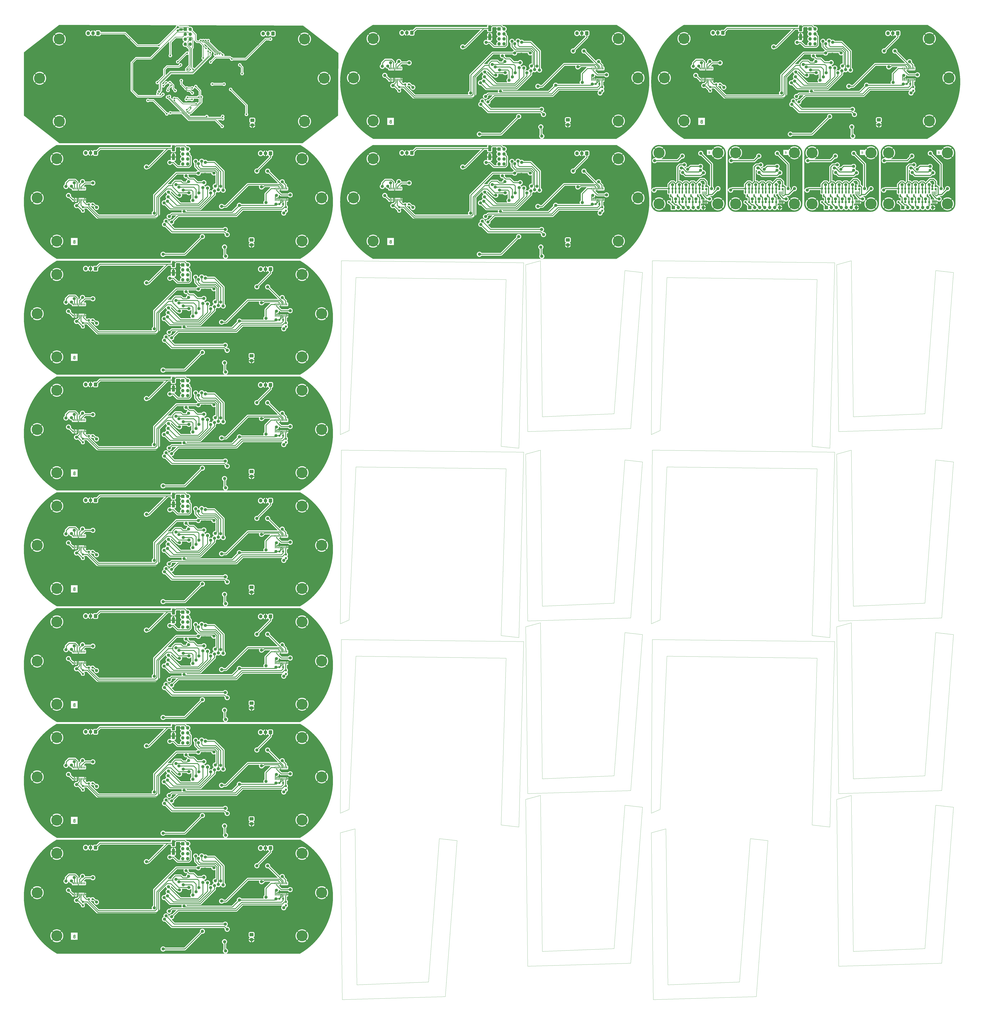
<source format=gbr>
%TF.GenerationSoftware,KiCad,Pcbnew,7.0.6-7.0.6~ubuntu20.04.1*%
%TF.CreationDate,2023-07-11T09:00:17+02:00*%
%TF.ProjectId,output_panel2023-07-11_065927.5376850000,6f757470-7574-45f7-9061-6e656c323032,rev?*%
%TF.SameCoordinates,Original*%
%TF.FileFunction,Copper,L2,Bot*%
%TF.FilePolarity,Positive*%
%FSLAX45Y45*%
G04 Gerber Fmt 4.5, Leading zero omitted, Abs format (unit mm)*
G04 Created by KiCad (PCBNEW 7.0.6-7.0.6~ubuntu20.04.1) date 2023-07-11 09:00:17*
%MOMM*%
%LPD*%
G01*
G04 APERTURE LIST*
G04 Aperture macros list*
%AMRoundRect*
0 Rectangle with rounded corners*
0 $1 Rounding radius*
0 $2 $3 $4 $5 $6 $7 $8 $9 X,Y pos of 4 corners*
0 Add a 4 corners polygon primitive as box body*
4,1,4,$2,$3,$4,$5,$6,$7,$8,$9,$2,$3,0*
0 Add four circle primitives for the rounded corners*
1,1,$1+$1,$2,$3*
1,1,$1+$1,$4,$5*
1,1,$1+$1,$6,$7*
1,1,$1+$1,$8,$9*
0 Add four rect primitives between the rounded corners*
20,1,$1+$1,$2,$3,$4,$5,0*
20,1,$1+$1,$4,$5,$6,$7,0*
20,1,$1+$1,$6,$7,$8,$9,0*
20,1,$1+$1,$8,$9,$2,$3,0*%
G04 Aperture macros list end*
%TA.AperFunction,Profile*%
%ADD10C,0.050000*%
%TD*%
%TA.AperFunction,Profile*%
%ADD11C,0.100000*%
%TD*%
%ADD12C,0.300000*%
%TA.AperFunction,NonConductor*%
%ADD13C,0.300000*%
%TD*%
%ADD14C,0.150000*%
%TA.AperFunction,NonConductor*%
%ADD15C,0.150000*%
%TD*%
%TA.AperFunction,ComponentPad*%
%ADD16C,5.600000*%
%TD*%
%TA.AperFunction,ComponentPad*%
%ADD17R,1.700000X1.700000*%
%TD*%
%TA.AperFunction,ComponentPad*%
%ADD18O,1.700000X1.700000*%
%TD*%
%TA.AperFunction,ComponentPad*%
%ADD19RoundRect,0.250000X0.600000X0.725000X-0.600000X0.725000X-0.600000X-0.725000X0.600000X-0.725000X0*%
%TD*%
%TA.AperFunction,ComponentPad*%
%ADD20O,1.700000X1.950000*%
%TD*%
%TA.AperFunction,SMDPad,CuDef*%
%ADD21RoundRect,0.237500X-0.250000X-0.237500X0.250000X-0.237500X0.250000X0.237500X-0.250000X0.237500X0*%
%TD*%
%TA.AperFunction,SMDPad,CuDef*%
%ADD22RoundRect,0.250000X-0.550000X1.250000X-0.550000X-1.250000X0.550000X-1.250000X0.550000X1.250000X0*%
%TD*%
%TA.AperFunction,SMDPad,CuDef*%
%ADD23RoundRect,0.237500X0.250000X0.237500X-0.250000X0.237500X-0.250000X-0.237500X0.250000X-0.237500X0*%
%TD*%
%TA.AperFunction,ComponentPad*%
%ADD24RoundRect,0.250000X-0.750000X0.600000X-0.750000X-0.600000X0.750000X-0.600000X0.750000X0.600000X0*%
%TD*%
%TA.AperFunction,ComponentPad*%
%ADD25O,2.000000X1.700000*%
%TD*%
%TA.AperFunction,SMDPad,CuDef*%
%ADD26R,0.400000X1.000000*%
%TD*%
%TA.AperFunction,SMDPad,CuDef*%
%ADD27RoundRect,0.150000X-0.150000X0.587500X-0.150000X-0.587500X0.150000X-0.587500X0.150000X0.587500X0*%
%TD*%
%TA.AperFunction,SMDPad,CuDef*%
%ADD28RoundRect,0.237500X0.300000X0.237500X-0.300000X0.237500X-0.300000X-0.237500X0.300000X-0.237500X0*%
%TD*%
%TA.AperFunction,SMDPad,CuDef*%
%ADD29RoundRect,0.100000X-0.100000X0.712500X-0.100000X-0.712500X0.100000X-0.712500X0.100000X0.712500X0*%
%TD*%
%TA.AperFunction,SMDPad,CuDef*%
%ADD30RoundRect,0.237500X0.237500X-0.250000X0.237500X0.250000X-0.237500X0.250000X-0.237500X-0.250000X0*%
%TD*%
%TA.AperFunction,SMDPad,CuDef*%
%ADD31RoundRect,0.237500X-0.237500X0.300000X-0.237500X-0.300000X0.237500X-0.300000X0.237500X0.300000X0*%
%TD*%
%TA.AperFunction,ViaPad*%
%ADD32C,0.800000*%
%TD*%
%TA.AperFunction,ViaPad*%
%ADD33C,1.600000*%
%TD*%
%TA.AperFunction,Conductor*%
%ADD34C,0.250000*%
%TD*%
%TA.AperFunction,Conductor*%
%ADD35C,0.400000*%
%TD*%
%TA.AperFunction,Conductor*%
%ADD36C,0.500000*%
%TD*%
%TA.AperFunction,Conductor*%
%ADD37C,0.300000*%
%TD*%
G04 APERTURE END LIST*
D10*
X32017643Y-40219379D02*
X32067643Y-31369379D01*
X14123822Y-17870000D02*
G75*
G03*
X14123822Y-12070000I-1674316J2900000D01*
G01*
X25619977Y-39514585D02*
X25719977Y-48014585D01*
X32817643Y-22569688D02*
X32467643Y-30369688D01*
X46517622Y-39814585D02*
X45967622Y-47114585D01*
D11*
X47517640Y-6570000D02*
G75*
G03*
X47117643Y-6170000I-400000J0D01*
G01*
X32017640Y-9170000D02*
G75*
G03*
X32417643Y-9570000I400000J0D01*
G01*
X47117643Y-9570003D02*
G75*
G03*
X47517643Y-9170000I-3J400003D01*
G01*
X17843821Y-5850000D02*
X30243821Y-5850000D01*
D10*
X42217622Y-12068311D02*
X41467622Y-12268311D01*
X30119977Y-38316294D02*
X26469977Y-38466294D01*
X47417622Y-12668311D02*
X46517622Y-12568311D01*
X22119996Y-41617385D02*
X21219996Y-41517385D01*
X25619977Y-12268311D02*
X25719977Y-20768311D01*
X14123822Y-23770000D02*
G75*
G03*
X14123822Y-17970000I-1674316J2900000D01*
G01*
X25719977Y-39216294D02*
X30969977Y-39066294D01*
X24619998Y-13019997D02*
X16969998Y-12919997D01*
X42317622Y-29668003D02*
X42217622Y-21718003D01*
D11*
X1723822Y-41470000D02*
X14123822Y-41470000D01*
X1850000Y-50000D02*
X14270000Y-90000D01*
D10*
X46517622Y-22218003D02*
X45967622Y-29518003D01*
X40467643Y-32319379D02*
X32817643Y-32219379D01*
D11*
X35917640Y-9170000D02*
G75*
G03*
X36317643Y-9570000I400000J0D01*
G01*
X43617640Y-6570000D02*
G75*
G03*
X43217643Y-6170000I-400000J0D01*
G01*
D10*
X25269998Y-21619997D02*
X24369998Y-21519997D01*
X21219996Y-41517385D02*
X20669996Y-48817385D01*
X26369977Y-21718003D02*
X25619977Y-21918003D01*
X16269995Y-49717385D02*
X21519996Y-49567385D01*
X20669996Y-48817385D02*
X17019996Y-48967385D01*
D11*
X47517643Y-6570000D02*
X47517643Y-9170000D01*
D10*
X41117643Y-31269688D02*
X40217643Y-31169688D01*
X1723822Y-23870000D02*
G75*
G03*
X1723822Y-29670000I1674316J-2900000D01*
G01*
D11*
X16050000Y-4670000D02*
X14250000Y-6070000D01*
D10*
X31569977Y-39914585D02*
X30669977Y-39814585D01*
X16619998Y-30369688D02*
X16169998Y-30569688D01*
D11*
X14270000Y-90000D02*
X16070000Y-1480000D01*
D10*
X30119977Y-47114585D02*
X26469977Y-47264585D01*
X41367643Y-12169997D02*
X41117643Y-21619997D01*
X40217643Y-21519997D02*
X40467643Y-13019997D01*
X40217643Y-40819379D02*
X40467643Y-32319379D01*
X30119977Y-29518003D02*
X26469977Y-29668003D01*
X32817643Y-32219379D02*
X32467643Y-40019379D01*
X46817622Y-30268003D02*
X47417622Y-22318003D01*
X32017643Y-20919997D02*
X32067643Y-12069997D01*
D11*
X1723822Y-35570000D02*
X14123822Y-35570000D01*
X35817640Y-6570000D02*
G75*
G03*
X35417643Y-6170000I-400000J0D01*
G01*
D10*
X16969998Y-32219379D02*
X16619998Y-40019379D01*
X25719977Y-48014585D02*
X30969977Y-47864585D01*
X31569977Y-31116294D02*
X30669977Y-31016294D01*
X30969977Y-30268003D02*
X31569977Y-22318003D01*
X24619998Y-22669688D02*
X16969998Y-22569688D01*
X26469977Y-29668003D02*
X26369977Y-21718003D01*
D11*
X32017643Y-9170000D02*
X32017643Y-6570000D01*
X1723822Y-23770000D02*
X14123822Y-23770000D01*
X44117643Y-6170003D02*
G75*
G03*
X43717643Y-6570000I-3J-399997D01*
G01*
X35417643Y-9570003D02*
G75*
G03*
X35817643Y-9170000I-3J400003D01*
G01*
X1723822Y-23870000D02*
X14123822Y-23870000D01*
D10*
X30669977Y-39814585D02*
X30119977Y-47114585D01*
X32467643Y-40019379D02*
X32017643Y-40219379D01*
X31569977Y-12668311D02*
X30669977Y-12568311D01*
X46817622Y-39066294D02*
X47417622Y-31116294D01*
D11*
X35917643Y-9170000D02*
X35917643Y-6570000D01*
D10*
X1723822Y-12070000D02*
G75*
G03*
X1723822Y-17870000I1674316J-2900000D01*
G01*
X25719977Y-30418003D02*
X30969977Y-30268003D01*
X17019996Y-48967385D02*
X16919996Y-41017385D01*
D11*
X40217643Y-6170003D02*
G75*
G03*
X39817643Y-6570000I-3J-399997D01*
G01*
D10*
X30243821Y-5850000D02*
G75*
G03*
X30243821Y-50000I-1674316J2900000D01*
G01*
X25619977Y-21918003D02*
X25719977Y-30418003D01*
D11*
X1723822Y-17870000D02*
X14123822Y-17870000D01*
D10*
X30669977Y-12568311D02*
X30119977Y-19868311D01*
X26369977Y-12068311D02*
X25619977Y-12268311D01*
X24369998Y-31169688D02*
X24619998Y-22669688D01*
D11*
X50000Y-1450000D02*
X1850000Y-50000D01*
D10*
X25519998Y-31469379D02*
X25269998Y-40919379D01*
X41467622Y-30716294D02*
X41567622Y-39216294D01*
D11*
X35817643Y-6570000D02*
X35817643Y-9170000D01*
D10*
X41567622Y-20768311D02*
X46817622Y-20618311D01*
X45967622Y-38316294D02*
X42317622Y-38466294D01*
X32117640Y-49717385D02*
X37367640Y-49567385D01*
D11*
X1723822Y-41570000D02*
X14123822Y-41570000D01*
D10*
X41117643Y-40919379D02*
X40217643Y-40819379D01*
X14123822Y-29670000D02*
G75*
G03*
X14123822Y-23870000I-1674316J2900000D01*
G01*
D11*
X50000Y-4670000D02*
X50000Y-1450000D01*
D10*
X46817622Y-20618311D02*
X47417622Y-12668311D01*
X16219998Y-12069997D02*
X25519998Y-12169997D01*
D11*
X39717643Y-6570000D02*
X39717643Y-9170000D01*
X39817643Y-9170000D02*
X39817643Y-6570000D01*
X1723822Y-29670000D02*
X14123822Y-29670000D01*
X43717643Y-9170000D02*
X43717643Y-6570000D01*
D10*
X42217622Y-30516294D02*
X41467622Y-30716294D01*
X46091466Y-5850000D02*
G75*
G03*
X46091466Y-50000I-1674316J2900000D01*
G01*
X30669977Y-22218003D02*
X30119977Y-29518003D01*
X32017640Y-41217385D02*
X32117640Y-49717385D01*
X1723822Y-35670000D02*
G75*
G03*
X1723822Y-41470000I1674316J-2900000D01*
G01*
X41367643Y-31469379D02*
X41117643Y-40919379D01*
X16969998Y-12919997D02*
X16619998Y-20719997D01*
X24369998Y-21519997D02*
X24619998Y-13019997D01*
D11*
X1723822Y-47370000D02*
X14123822Y-47370000D01*
X40217643Y-6170000D02*
X43217643Y-6170000D01*
D10*
X42217622Y-39314585D02*
X41467622Y-39514585D01*
X16619998Y-20719997D02*
X16169998Y-20919997D01*
D11*
X43217643Y-9570000D02*
X40217643Y-9570000D01*
D10*
X32017643Y-30569688D02*
X32067643Y-21719688D01*
X40467643Y-13019997D02*
X32817643Y-12919997D01*
D11*
X32417643Y-6170003D02*
G75*
G03*
X32017643Y-6570000I-3J-399997D01*
G01*
D10*
X36517640Y-48817385D02*
X32867640Y-48967385D01*
D11*
X39817640Y-9170000D02*
G75*
G03*
X40217643Y-9570000I400000J0D01*
G01*
D10*
X26469977Y-38466294D02*
X26369977Y-30516294D01*
X16219998Y-21719688D02*
X25519998Y-21819688D01*
D11*
X43217643Y-9570003D02*
G75*
G03*
X43617643Y-9170000I-3J400003D01*
G01*
D10*
X26369977Y-30516294D02*
X25619977Y-30716294D01*
X14123822Y-11970000D02*
G75*
G03*
X14123822Y-6170000I-1674316J2900000D01*
G01*
D11*
X39317643Y-9570000D02*
X36317643Y-9570000D01*
D10*
X25519998Y-21819688D02*
X25269998Y-31269688D01*
D11*
X1723822Y-17970000D02*
X14123822Y-17970000D01*
X47117643Y-9570000D02*
X44117643Y-9570000D01*
D10*
X37967640Y-41617385D02*
X37067640Y-41517385D01*
X41567622Y-39216294D02*
X46817622Y-39066294D01*
X16219998Y-31369379D02*
X25519998Y-31469379D01*
X30969977Y-47864585D02*
X31569977Y-39914585D01*
X40217643Y-31169688D02*
X40467643Y-22669688D01*
X21519996Y-49567385D02*
X22119996Y-41617385D01*
D11*
X43717640Y-9170000D02*
G75*
G03*
X44117643Y-9570000I400000J0D01*
G01*
D10*
X46517622Y-31016294D02*
X45967622Y-38316294D01*
X40467643Y-22669688D02*
X32817643Y-22569688D01*
D11*
X43617643Y-6570000D02*
X43617643Y-9170000D01*
D10*
X47417622Y-22318003D02*
X46517622Y-22218003D01*
X41567622Y-48014585D02*
X46817622Y-47864585D01*
D11*
X17843821Y-50000D02*
X30243821Y-50000D01*
D10*
X32867640Y-48967385D02*
X32767640Y-41017385D01*
X32067643Y-21719688D02*
X41367643Y-21819688D01*
D11*
X32417643Y-6170000D02*
X35417643Y-6170000D01*
D10*
X41467622Y-39514585D02*
X41567622Y-48014585D01*
X16969998Y-22569688D02*
X16619998Y-30369688D01*
D11*
X36317643Y-6170003D02*
G75*
G03*
X35917643Y-6570000I-3J-399997D01*
G01*
D10*
X26469977Y-47264585D02*
X26369977Y-39314585D01*
D11*
X44117643Y-6170000D02*
X47117643Y-6170000D01*
D10*
X37367640Y-49567385D02*
X37967640Y-41617385D01*
X41467622Y-21918003D02*
X41567622Y-30418003D01*
X42217622Y-21718003D02*
X41467622Y-21918003D01*
X30243821Y-11970000D02*
G75*
G03*
X30243821Y-6170000I-1674316J2900000D01*
G01*
X25719977Y-20768311D02*
X30969977Y-20618311D01*
X1723822Y-17970000D02*
G75*
G03*
X1723822Y-23770000I1674316J-2900000D01*
G01*
X24369998Y-40819379D02*
X24619998Y-32319379D01*
X17843822Y-6170000D02*
G75*
G03*
X17843821Y-11970000I1674316J-2900000D01*
G01*
X32467643Y-20719997D02*
X32017643Y-20919997D01*
X41117643Y-21619997D02*
X40217643Y-21519997D01*
D11*
X36317643Y-6170000D02*
X39317643Y-6170000D01*
D10*
X31569977Y-22318003D02*
X30669977Y-22218003D01*
X42317622Y-20018311D02*
X42217622Y-12068311D01*
X14123822Y-47370000D02*
G75*
G03*
X14123822Y-41570000I-1674316J2900000D01*
G01*
X32467643Y-30369688D02*
X32017643Y-30569688D01*
X30969977Y-20618311D02*
X31569977Y-12668311D01*
X17843821Y-50000D02*
G75*
G03*
X17843821Y-5850000I1674316J-2900000D01*
G01*
X30119977Y-19868311D02*
X26469977Y-20018311D01*
X16919996Y-41017385D02*
X16169995Y-41217385D01*
D11*
X39317643Y-9570003D02*
G75*
G03*
X39717643Y-9170000I-3J400003D01*
G01*
D10*
X25269998Y-40919379D02*
X24369998Y-40819379D01*
D11*
X1723822Y-35670000D02*
X14123822Y-35670000D01*
X17843821Y-11970000D02*
X30243821Y-11970000D01*
D10*
X42317622Y-47264585D02*
X42217622Y-39314585D01*
X1723822Y-29770000D02*
G75*
G03*
X1723822Y-35570000I1674316J-2900000D01*
G01*
D11*
X1723822Y-29770000D02*
X14123822Y-29770000D01*
X39717640Y-6570000D02*
G75*
G03*
X39317643Y-6170000I-400000J0D01*
G01*
D10*
X30669977Y-31016294D02*
X30119977Y-38316294D01*
X14123822Y-41470000D02*
G75*
G03*
X14123822Y-35670000I-1674316J2900000D01*
G01*
D11*
X1723822Y-6170000D02*
X14123822Y-6170000D01*
D10*
X25619977Y-30716294D02*
X25719977Y-39216294D01*
D11*
X33691466Y-50000D02*
X46091466Y-50000D01*
D10*
X32767640Y-41017385D02*
X32017640Y-41217385D01*
D11*
X1850000Y-6070000D02*
X50000Y-4670000D01*
D10*
X16169998Y-30569688D02*
X16219998Y-21719688D01*
X32817643Y-12919997D02*
X32467643Y-20719997D01*
X26369977Y-39314585D02*
X25619977Y-39514585D01*
D11*
X33691466Y-5850000D02*
X46091466Y-5850000D01*
D10*
X24619998Y-32319379D02*
X16969998Y-32219379D01*
X41467622Y-12268311D02*
X41567622Y-20768311D01*
X33691466Y-50000D02*
G75*
G03*
X33691466Y-5850000I1674316J-2900000D01*
G01*
X45967622Y-29518003D02*
X42317622Y-29668003D01*
D11*
X1723822Y-11970000D02*
X14123822Y-11970000D01*
X35417643Y-9570000D02*
X32417643Y-9570000D01*
D10*
X25519998Y-12169997D02*
X25269998Y-21619997D01*
X45967622Y-47114585D02*
X42317622Y-47264585D01*
X46517622Y-12568311D02*
X45967622Y-19868311D01*
D11*
X14250000Y-6070000D02*
X1850000Y-6070000D01*
D10*
X37067640Y-41517385D02*
X36517640Y-48817385D01*
X41367643Y-21819688D02*
X41117643Y-31269688D01*
X1723822Y-41570000D02*
G75*
G03*
X1723822Y-47370000I1674316J-2900000D01*
G01*
D11*
X16070000Y-1480000D02*
X16050000Y-4670000D01*
D10*
X14123822Y-35570000D02*
G75*
G03*
X14123822Y-29770000I-1674316J2900000D01*
G01*
D11*
X1723822Y-12070000D02*
X14123822Y-12070000D01*
D10*
X16169995Y-41217385D02*
X16269995Y-49717385D01*
X30969977Y-39066294D02*
X31569977Y-31116294D01*
D11*
X17843821Y-6170000D02*
X30243821Y-6170000D01*
D10*
X46817622Y-47864585D02*
X47417622Y-39914585D01*
X25269998Y-31269688D02*
X24369998Y-31169688D01*
X16169998Y-20919997D02*
X16219998Y-12069997D01*
X26469977Y-20018311D02*
X26369977Y-12068311D01*
X16619998Y-40019379D02*
X16169998Y-40219379D01*
X42317622Y-38466294D02*
X42217622Y-30516294D01*
X47417622Y-31116294D02*
X46517622Y-31016294D01*
X41567622Y-30418003D02*
X46817622Y-30268003D01*
X47417622Y-39914585D02*
X46517622Y-39814585D01*
X1723822Y-6170000D02*
G75*
G03*
X1723822Y-11970000I1674316J-2900000D01*
G01*
X45967622Y-19868311D02*
X42317622Y-20018311D01*
X32067643Y-31369379D02*
X41367643Y-31469379D01*
X16169998Y-40219379D02*
X16219998Y-31369379D01*
X32067643Y-12069997D02*
X41367643Y-12169997D01*
D12*
D13*
X2609371Y-46502511D02*
X2587943Y-46509654D01*
X2587943Y-46509654D02*
X2580800Y-46516797D01*
X2580800Y-46516797D02*
X2573657Y-46531082D01*
X2573657Y-46531082D02*
X2573657Y-46552511D01*
X2573657Y-46552511D02*
X2580800Y-46566797D01*
X2580800Y-46566797D02*
X2587943Y-46573940D01*
X2587943Y-46573940D02*
X2602228Y-46581082D01*
X2602228Y-46581082D02*
X2659371Y-46581082D01*
X2659371Y-46581082D02*
X2659371Y-46431082D01*
X2659371Y-46431082D02*
X2609371Y-46431082D01*
X2609371Y-46431082D02*
X2595085Y-46438225D01*
X2595085Y-46438225D02*
X2587943Y-46445368D01*
X2587943Y-46445368D02*
X2580800Y-46459654D01*
X2580800Y-46459654D02*
X2580800Y-46473940D01*
X2580800Y-46473940D02*
X2587943Y-46488225D01*
X2587943Y-46488225D02*
X2595085Y-46495368D01*
X2595085Y-46495368D02*
X2609371Y-46502511D01*
X2609371Y-46502511D02*
X2659371Y-46502511D01*
D12*
D13*
X2609371Y-17002511D02*
X2587943Y-17009654D01*
X2587943Y-17009654D02*
X2580800Y-17016797D01*
X2580800Y-17016797D02*
X2573657Y-17031083D01*
X2573657Y-17031083D02*
X2573657Y-17052511D01*
X2573657Y-17052511D02*
X2580800Y-17066797D01*
X2580800Y-17066797D02*
X2587943Y-17073940D01*
X2587943Y-17073940D02*
X2602228Y-17081083D01*
X2602228Y-17081083D02*
X2659371Y-17081083D01*
X2659371Y-17081083D02*
X2659371Y-16931083D01*
X2659371Y-16931083D02*
X2609371Y-16931083D01*
X2609371Y-16931083D02*
X2595085Y-16938225D01*
X2595085Y-16938225D02*
X2587943Y-16945368D01*
X2587943Y-16945368D02*
X2580800Y-16959654D01*
X2580800Y-16959654D02*
X2580800Y-16973940D01*
X2580800Y-16973940D02*
X2587943Y-16988225D01*
X2587943Y-16988225D02*
X2595085Y-16995368D01*
X2595085Y-16995368D02*
X2609371Y-17002511D01*
X2609371Y-17002511D02*
X2659371Y-17002511D01*
D14*
D15*
X46684655Y-6554601D02*
X46698940Y-6559362D01*
X46698940Y-6559362D02*
X46703702Y-6564124D01*
X46703702Y-6564124D02*
X46708464Y-6573648D01*
X46708464Y-6573648D02*
X46708464Y-6587934D01*
X46708464Y-6587934D02*
X46703702Y-6597458D01*
X46703702Y-6597458D02*
X46698940Y-6602220D01*
X46698940Y-6602220D02*
X46689416Y-6606982D01*
X46689416Y-6606982D02*
X46651321Y-6606982D01*
X46651321Y-6606982D02*
X46651321Y-6506982D01*
X46651321Y-6506982D02*
X46684655Y-6506982D01*
X46684655Y-6506982D02*
X46694178Y-6511743D01*
X46694178Y-6511743D02*
X46698940Y-6516505D01*
X46698940Y-6516505D02*
X46703702Y-6526029D01*
X46703702Y-6526029D02*
X46703702Y-6535553D01*
X46703702Y-6535553D02*
X46698940Y-6545077D01*
X46698940Y-6545077D02*
X46694178Y-6549839D01*
X46694178Y-6549839D02*
X46684655Y-6554601D01*
X46684655Y-6554601D02*
X46651321Y-6554601D01*
D12*
D13*
X18729370Y-11102511D02*
X18707942Y-11109654D01*
X18707942Y-11109654D02*
X18700799Y-11116797D01*
X18700799Y-11116797D02*
X18693656Y-11131083D01*
X18693656Y-11131083D02*
X18693656Y-11152511D01*
X18693656Y-11152511D02*
X18700799Y-11166797D01*
X18700799Y-11166797D02*
X18707942Y-11173940D01*
X18707942Y-11173940D02*
X18722227Y-11181083D01*
X18722227Y-11181083D02*
X18779370Y-11181083D01*
X18779370Y-11181083D02*
X18779370Y-11031083D01*
X18779370Y-11031083D02*
X18729370Y-11031083D01*
X18729370Y-11031083D02*
X18715084Y-11038225D01*
X18715084Y-11038225D02*
X18707942Y-11045368D01*
X18707942Y-11045368D02*
X18700799Y-11059654D01*
X18700799Y-11059654D02*
X18700799Y-11073940D01*
X18700799Y-11073940D02*
X18707942Y-11088225D01*
X18707942Y-11088225D02*
X18715084Y-11095368D01*
X18715084Y-11095368D02*
X18729370Y-11102511D01*
X18729370Y-11102511D02*
X18779370Y-11102511D01*
D12*
D13*
X2609371Y-28802511D02*
X2587943Y-28809654D01*
X2587943Y-28809654D02*
X2580800Y-28816797D01*
X2580800Y-28816797D02*
X2573657Y-28831082D01*
X2573657Y-28831082D02*
X2573657Y-28852511D01*
X2573657Y-28852511D02*
X2580800Y-28866797D01*
X2580800Y-28866797D02*
X2587943Y-28873940D01*
X2587943Y-28873940D02*
X2602228Y-28881082D01*
X2602228Y-28881082D02*
X2659371Y-28881082D01*
X2659371Y-28881082D02*
X2659371Y-28731082D01*
X2659371Y-28731082D02*
X2609371Y-28731082D01*
X2609371Y-28731082D02*
X2595085Y-28738225D01*
X2595085Y-28738225D02*
X2587943Y-28745368D01*
X2587943Y-28745368D02*
X2580800Y-28759654D01*
X2580800Y-28759654D02*
X2580800Y-28773940D01*
X2580800Y-28773940D02*
X2587943Y-28788225D01*
X2587943Y-28788225D02*
X2595085Y-28795368D01*
X2595085Y-28795368D02*
X2609371Y-28802511D01*
X2609371Y-28802511D02*
X2659371Y-28802511D01*
D12*
D13*
X2609371Y-22902511D02*
X2587943Y-22909654D01*
X2587943Y-22909654D02*
X2580800Y-22916797D01*
X2580800Y-22916797D02*
X2573657Y-22931082D01*
X2573657Y-22931082D02*
X2573657Y-22952511D01*
X2573657Y-22952511D02*
X2580800Y-22966797D01*
X2580800Y-22966797D02*
X2587943Y-22973940D01*
X2587943Y-22973940D02*
X2602228Y-22981082D01*
X2602228Y-22981082D02*
X2659371Y-22981082D01*
X2659371Y-22981082D02*
X2659371Y-22831082D01*
X2659371Y-22831082D02*
X2609371Y-22831082D01*
X2609371Y-22831082D02*
X2595085Y-22838225D01*
X2595085Y-22838225D02*
X2587943Y-22845368D01*
X2587943Y-22845368D02*
X2580800Y-22859654D01*
X2580800Y-22859654D02*
X2580800Y-22873940D01*
X2580800Y-22873940D02*
X2587943Y-22888225D01*
X2587943Y-22888225D02*
X2595085Y-22895368D01*
X2595085Y-22895368D02*
X2609371Y-22902511D01*
X2609371Y-22902511D02*
X2659371Y-22902511D01*
D14*
D15*
X42784655Y-6554601D02*
X42798940Y-6559362D01*
X42798940Y-6559362D02*
X42803702Y-6564124D01*
X42803702Y-6564124D02*
X42808464Y-6573648D01*
X42808464Y-6573648D02*
X42808464Y-6587934D01*
X42808464Y-6587934D02*
X42803702Y-6597458D01*
X42803702Y-6597458D02*
X42798940Y-6602220D01*
X42798940Y-6602220D02*
X42789417Y-6606982D01*
X42789417Y-6606982D02*
X42751321Y-6606982D01*
X42751321Y-6606982D02*
X42751321Y-6506982D01*
X42751321Y-6506982D02*
X42784655Y-6506982D01*
X42784655Y-6506982D02*
X42794178Y-6511743D01*
X42794178Y-6511743D02*
X42798940Y-6516505D01*
X42798940Y-6516505D02*
X42803702Y-6526029D01*
X42803702Y-6526029D02*
X42803702Y-6535553D01*
X42803702Y-6535553D02*
X42798940Y-6545077D01*
X42798940Y-6545077D02*
X42794178Y-6549839D01*
X42794178Y-6549839D02*
X42784655Y-6554601D01*
X42784655Y-6554601D02*
X42751321Y-6554601D01*
D14*
D15*
X34984655Y-6554601D02*
X34998940Y-6559362D01*
X34998940Y-6559362D02*
X35003702Y-6564124D01*
X35003702Y-6564124D02*
X35008464Y-6573648D01*
X35008464Y-6573648D02*
X35008464Y-6587934D01*
X35008464Y-6587934D02*
X35003702Y-6597458D01*
X35003702Y-6597458D02*
X34998940Y-6602220D01*
X34998940Y-6602220D02*
X34989417Y-6606982D01*
X34989417Y-6606982D02*
X34951321Y-6606982D01*
X34951321Y-6606982D02*
X34951321Y-6506982D01*
X34951321Y-6506982D02*
X34984655Y-6506982D01*
X34984655Y-6506982D02*
X34994178Y-6511743D01*
X34994178Y-6511743D02*
X34998940Y-6516505D01*
X34998940Y-6516505D02*
X35003702Y-6526029D01*
X35003702Y-6526029D02*
X35003702Y-6535553D01*
X35003702Y-6535553D02*
X34998940Y-6545077D01*
X34998940Y-6545077D02*
X34994178Y-6549839D01*
X34994178Y-6549839D02*
X34984655Y-6554601D01*
X34984655Y-6554601D02*
X34951321Y-6554601D01*
D12*
D13*
X18729370Y-4982511D02*
X18707942Y-4989654D01*
X18707942Y-4989654D02*
X18700799Y-4996797D01*
X18700799Y-4996797D02*
X18693656Y-5011083D01*
X18693656Y-5011083D02*
X18693656Y-5032511D01*
X18693656Y-5032511D02*
X18700799Y-5046797D01*
X18700799Y-5046797D02*
X18707942Y-5053940D01*
X18707942Y-5053940D02*
X18722227Y-5061083D01*
X18722227Y-5061083D02*
X18779370Y-5061083D01*
X18779370Y-5061083D02*
X18779370Y-4911083D01*
X18779370Y-4911083D02*
X18729370Y-4911083D01*
X18729370Y-4911083D02*
X18715084Y-4918226D01*
X18715084Y-4918226D02*
X18707942Y-4925369D01*
X18707942Y-4925369D02*
X18700799Y-4939654D01*
X18700799Y-4939654D02*
X18700799Y-4953940D01*
X18700799Y-4953940D02*
X18707942Y-4968226D01*
X18707942Y-4968226D02*
X18715084Y-4975369D01*
X18715084Y-4975369D02*
X18729370Y-4982511D01*
X18729370Y-4982511D02*
X18779370Y-4982511D01*
D14*
D15*
X38884655Y-6554601D02*
X38898940Y-6559362D01*
X38898940Y-6559362D02*
X38903702Y-6564124D01*
X38903702Y-6564124D02*
X38908464Y-6573648D01*
X38908464Y-6573648D02*
X38908464Y-6587934D01*
X38908464Y-6587934D02*
X38903702Y-6597458D01*
X38903702Y-6597458D02*
X38898940Y-6602220D01*
X38898940Y-6602220D02*
X38889417Y-6606982D01*
X38889417Y-6606982D02*
X38851321Y-6606982D01*
X38851321Y-6606982D02*
X38851321Y-6506982D01*
X38851321Y-6506982D02*
X38884655Y-6506982D01*
X38884655Y-6506982D02*
X38894178Y-6511743D01*
X38894178Y-6511743D02*
X38898940Y-6516505D01*
X38898940Y-6516505D02*
X38903702Y-6526029D01*
X38903702Y-6526029D02*
X38903702Y-6535553D01*
X38903702Y-6535553D02*
X38898940Y-6545077D01*
X38898940Y-6545077D02*
X38894178Y-6549839D01*
X38894178Y-6549839D02*
X38884655Y-6554601D01*
X38884655Y-6554601D02*
X38851321Y-6554601D01*
D12*
D13*
X34577015Y-4982511D02*
X34555586Y-4989654D01*
X34555586Y-4989654D02*
X34548443Y-4996797D01*
X34548443Y-4996797D02*
X34541300Y-5011083D01*
X34541300Y-5011083D02*
X34541300Y-5032511D01*
X34541300Y-5032511D02*
X34548443Y-5046797D01*
X34548443Y-5046797D02*
X34555586Y-5053940D01*
X34555586Y-5053940D02*
X34569872Y-5061083D01*
X34569872Y-5061083D02*
X34627015Y-5061083D01*
X34627015Y-5061083D02*
X34627015Y-4911083D01*
X34627015Y-4911083D02*
X34577015Y-4911083D01*
X34577015Y-4911083D02*
X34562729Y-4918226D01*
X34562729Y-4918226D02*
X34555586Y-4925369D01*
X34555586Y-4925369D02*
X34548443Y-4939654D01*
X34548443Y-4939654D02*
X34548443Y-4953940D01*
X34548443Y-4953940D02*
X34555586Y-4968226D01*
X34555586Y-4968226D02*
X34562729Y-4975369D01*
X34562729Y-4975369D02*
X34577015Y-4982511D01*
X34577015Y-4982511D02*
X34627015Y-4982511D01*
D12*
D13*
X2609371Y-40602511D02*
X2587943Y-40609654D01*
X2587943Y-40609654D02*
X2580800Y-40616797D01*
X2580800Y-40616797D02*
X2573657Y-40631083D01*
X2573657Y-40631083D02*
X2573657Y-40652511D01*
X2573657Y-40652511D02*
X2580800Y-40666797D01*
X2580800Y-40666797D02*
X2587943Y-40673940D01*
X2587943Y-40673940D02*
X2602228Y-40681083D01*
X2602228Y-40681083D02*
X2659371Y-40681083D01*
X2659371Y-40681083D02*
X2659371Y-40531083D01*
X2659371Y-40531083D02*
X2609371Y-40531083D01*
X2609371Y-40531083D02*
X2595085Y-40538225D01*
X2595085Y-40538225D02*
X2587943Y-40545368D01*
X2587943Y-40545368D02*
X2580800Y-40559654D01*
X2580800Y-40559654D02*
X2580800Y-40573940D01*
X2580800Y-40573940D02*
X2587943Y-40588225D01*
X2587943Y-40588225D02*
X2595085Y-40595368D01*
X2595085Y-40595368D02*
X2609371Y-40602511D01*
X2609371Y-40602511D02*
X2659371Y-40602511D01*
D12*
D13*
X2609371Y-34702511D02*
X2587943Y-34709654D01*
X2587943Y-34709654D02*
X2580800Y-34716797D01*
X2580800Y-34716797D02*
X2573657Y-34731083D01*
X2573657Y-34731083D02*
X2573657Y-34752511D01*
X2573657Y-34752511D02*
X2580800Y-34766797D01*
X2580800Y-34766797D02*
X2587943Y-34773940D01*
X2587943Y-34773940D02*
X2602228Y-34781083D01*
X2602228Y-34781083D02*
X2659371Y-34781083D01*
X2659371Y-34781083D02*
X2659371Y-34631083D01*
X2659371Y-34631083D02*
X2609371Y-34631083D01*
X2609371Y-34631083D02*
X2595085Y-34638225D01*
X2595085Y-34638225D02*
X2587943Y-34645368D01*
X2587943Y-34645368D02*
X2580800Y-34659654D01*
X2580800Y-34659654D02*
X2580800Y-34673940D01*
X2580800Y-34673940D02*
X2587943Y-34688225D01*
X2587943Y-34688225D02*
X2595085Y-34695368D01*
X2595085Y-34695368D02*
X2609371Y-34702511D01*
X2609371Y-34702511D02*
X2659371Y-34702511D01*
D12*
D13*
X2609371Y-11102511D02*
X2587943Y-11109654D01*
X2587943Y-11109654D02*
X2580800Y-11116797D01*
X2580800Y-11116797D02*
X2573657Y-11131083D01*
X2573657Y-11131083D02*
X2573657Y-11152511D01*
X2573657Y-11152511D02*
X2580800Y-11166797D01*
X2580800Y-11166797D02*
X2587943Y-11173940D01*
X2587943Y-11173940D02*
X2602228Y-11181083D01*
X2602228Y-11181083D02*
X2659371Y-11181083D01*
X2659371Y-11181083D02*
X2659371Y-11031083D01*
X2659371Y-11031083D02*
X2609371Y-11031083D01*
X2609371Y-11031083D02*
X2595085Y-11038225D01*
X2595085Y-11038225D02*
X2587943Y-11045368D01*
X2587943Y-11045368D02*
X2580800Y-11059654D01*
X2580800Y-11059654D02*
X2580800Y-11073940D01*
X2580800Y-11073940D02*
X2587943Y-11088225D01*
X2587943Y-11088225D02*
X2595085Y-11095368D01*
X2595085Y-11095368D02*
X2609371Y-11102511D01*
X2609371Y-11102511D02*
X2659371Y-11102511D01*
D16*
X30343821Y-11070000D03*
D17*
X40942643Y-9360000D03*
D18*
X41196643Y-9360000D03*
X41450643Y-9360000D03*
X41704643Y-9360000D03*
X41958643Y-9360000D03*
X42212643Y-9360000D03*
X42466643Y-9360000D03*
D16*
X32417643Y-6570000D03*
X14223822Y-36370000D03*
X15223822Y-20670000D03*
X723822Y-26570000D03*
X14223822Y-30470000D03*
X31343821Y-8870000D03*
D19*
X19818821Y-452500D03*
D20*
X19568821Y-452500D03*
X19318821Y-452500D03*
D16*
X15223822Y-32470000D03*
X14223822Y-46470000D03*
X15350000Y-2770000D03*
X1723822Y-34670000D03*
D19*
X12614222Y-12496200D03*
D20*
X12364222Y-12496200D03*
X12114222Y-12496200D03*
D16*
X15223822Y-26570000D03*
D17*
X8143822Y-6376000D03*
D18*
X8397822Y-6376000D03*
X8143822Y-6630000D03*
X8397822Y-6630000D03*
X8143822Y-6884000D03*
X8397822Y-6884000D03*
X8143822Y-7138000D03*
X8397822Y-7138000D03*
D16*
X46191466Y-750000D03*
D19*
X28734221Y-476200D03*
D20*
X28484221Y-476200D03*
X28234221Y-476200D03*
D16*
X1850000Y-4970000D03*
X36317643Y-9170000D03*
X723822Y-14770000D03*
D19*
X3698822Y-41972500D03*
D20*
X3448822Y-41972500D03*
X3198822Y-41972500D03*
D19*
X35666466Y-452500D03*
D20*
X35416466Y-452500D03*
X35166466Y-452500D03*
D16*
X14223822Y-42270000D03*
X723822Y-38370000D03*
X43217643Y-6570000D03*
X723822Y-20670000D03*
X14223822Y-22870000D03*
X35417643Y-6570000D03*
X35417643Y-9170000D03*
D17*
X40111466Y-256000D03*
D18*
X40365466Y-256000D03*
X40111466Y-510000D03*
X40365466Y-510000D03*
X40111466Y-764000D03*
X40365466Y-764000D03*
X40111466Y-1018000D03*
X40365466Y-1018000D03*
D16*
X1723822Y-40570000D03*
X14223822Y-11070000D03*
D19*
X12614222Y-36096200D03*
D20*
X12364222Y-36096200D03*
X12114222Y-36096200D03*
D19*
X12614222Y-24296200D03*
D20*
X12364222Y-24296200D03*
X12114222Y-24296200D03*
D19*
X44581866Y-476200D03*
D20*
X44331866Y-476200D03*
X44081866Y-476200D03*
D17*
X8270000Y-276000D03*
D18*
X8524000Y-276000D03*
X8270000Y-530000D03*
X8524000Y-530000D03*
X8270000Y-784000D03*
X8524000Y-784000D03*
X8270000Y-1038000D03*
X8524000Y-1038000D03*
D16*
X47191466Y-2750000D03*
X1723822Y-36370000D03*
D19*
X12614222Y-6596200D03*
D20*
X12364222Y-6596200D03*
X12114222Y-6596200D03*
D16*
X850000Y-2770000D03*
D19*
X12614222Y-41996200D03*
D20*
X12364222Y-41996200D03*
X12114222Y-41996200D03*
D17*
X37042643Y-9360000D03*
D18*
X37296643Y-9360000D03*
X37550643Y-9360000D03*
X37804643Y-9360000D03*
X38058643Y-9360000D03*
X38312643Y-9360000D03*
X38566643Y-9360000D03*
D19*
X3698822Y-12472500D03*
D20*
X3448822Y-12472500D03*
X3198822Y-12472500D03*
D17*
X24263821Y-6376000D03*
D18*
X24517821Y-6376000D03*
X24263821Y-6630000D03*
X24517821Y-6630000D03*
X24263821Y-6884000D03*
X24517821Y-6884000D03*
X24263821Y-7138000D03*
X24517821Y-7138000D03*
D17*
X8143822Y-18176000D03*
D18*
X8397822Y-18176000D03*
X8143822Y-18430000D03*
X8397822Y-18430000D03*
X8143822Y-18684000D03*
X8397822Y-18684000D03*
X8143822Y-18938000D03*
X8397822Y-18938000D03*
D16*
X1723822Y-46470000D03*
X15223822Y-38370000D03*
X14223822Y-34670000D03*
X15223822Y-14770000D03*
X1723822Y-28770000D03*
X39317643Y-9170000D03*
D17*
X8143822Y-41776000D03*
D18*
X8397822Y-41776000D03*
X8143822Y-42030000D03*
X8397822Y-42030000D03*
X8143822Y-42284000D03*
X8397822Y-42284000D03*
X8143822Y-42538000D03*
X8397822Y-42538000D03*
D16*
X33691466Y-750000D03*
X14223822Y-16970000D03*
X16843821Y-8870000D03*
X14223822Y-12770000D03*
X723822Y-8870000D03*
X30343821Y-6870000D03*
D17*
X8143822Y-12276000D03*
D18*
X8397822Y-12276000D03*
X8143822Y-12530000D03*
X8397822Y-12530000D03*
X8143822Y-12784000D03*
X8397822Y-12784000D03*
X8143822Y-13038000D03*
X8397822Y-13038000D03*
D19*
X3825000Y-472500D03*
D20*
X3575000Y-472500D03*
X3325000Y-472500D03*
D19*
X19818821Y-6572500D03*
D20*
X19568821Y-6572500D03*
X19318821Y-6572500D03*
D16*
X1850000Y-770000D03*
D19*
X12740400Y-496200D03*
D20*
X12490400Y-496200D03*
X12240400Y-496200D03*
D16*
X14350000Y-4970000D03*
X40217643Y-6570000D03*
X1723822Y-30470000D03*
X14223822Y-24570000D03*
X1723822Y-6870000D03*
X43217643Y-9170000D03*
D19*
X3698822Y-30172500D03*
D20*
X3448822Y-30172500D03*
X3198822Y-30172500D03*
D16*
X36317643Y-6570000D03*
X17843821Y-750000D03*
X15223822Y-44270000D03*
X1723822Y-16970000D03*
D19*
X12614222Y-30196200D03*
D20*
X12364222Y-30196200D03*
X12114222Y-30196200D03*
D16*
X14350000Y-770000D03*
X1723822Y-42270000D03*
X46191466Y-4950000D03*
D19*
X28734221Y-6596200D03*
D20*
X28484221Y-6596200D03*
X28234221Y-6596200D03*
D16*
X32691466Y-2750000D03*
X17843821Y-11070000D03*
D17*
X24263821Y-256000D03*
D18*
X24517821Y-256000D03*
X24263821Y-510000D03*
X24517821Y-510000D03*
X24263821Y-764000D03*
X24517821Y-764000D03*
X24263821Y-1018000D03*
X24517821Y-1018000D03*
D17*
X8143822Y-35876000D03*
D18*
X8397822Y-35876000D03*
X8143822Y-36130000D03*
X8397822Y-36130000D03*
X8143822Y-36384000D03*
X8397822Y-36384000D03*
X8143822Y-36638000D03*
X8397822Y-36638000D03*
D19*
X12614222Y-18396200D03*
D20*
X12364222Y-18396200D03*
X12114222Y-18396200D03*
D16*
X31343821Y-2750000D03*
X47117643Y-6570000D03*
X30343821Y-4950000D03*
X14223822Y-18670000D03*
X16843821Y-2750000D03*
X1723822Y-24570000D03*
X1723822Y-11070000D03*
X15223822Y-8870000D03*
D19*
X3698822Y-6572500D03*
D20*
X3448822Y-6572500D03*
X3198822Y-6572500D03*
D16*
X39317643Y-6570000D03*
X32417643Y-9170000D03*
D17*
X8143822Y-29976000D03*
D18*
X8397822Y-29976000D03*
X8143822Y-30230000D03*
X8397822Y-30230000D03*
X8143822Y-30484000D03*
X8397822Y-30484000D03*
X8143822Y-30738000D03*
X8397822Y-30738000D03*
D17*
X8143822Y-24076000D03*
D18*
X8397822Y-24076000D03*
X8143822Y-24330000D03*
X8397822Y-24330000D03*
X8143822Y-24584000D03*
X8397822Y-24584000D03*
X8143822Y-24838000D03*
X8397822Y-24838000D03*
D19*
X3698822Y-24272500D03*
D20*
X3448822Y-24272500D03*
X3198822Y-24272500D03*
D16*
X1723822Y-18670000D03*
X723822Y-32470000D03*
D19*
X3698822Y-18372500D03*
D20*
X3448822Y-18372500D03*
X3198822Y-18372500D03*
D16*
X17843821Y-6870000D03*
X723822Y-44270000D03*
D19*
X3698822Y-36072500D03*
D20*
X3448822Y-36072500D03*
X3198822Y-36072500D03*
D16*
X14223822Y-28770000D03*
X44117643Y-9170000D03*
X30343821Y-750000D03*
X17843821Y-4950000D03*
X40217643Y-9170000D03*
X44117643Y-6570000D03*
X47117643Y-9170000D03*
X14223822Y-40570000D03*
D17*
X44842643Y-9360000D03*
D18*
X45096643Y-9360000D03*
X45350643Y-9360000D03*
X45604643Y-9360000D03*
X45858643Y-9360000D03*
X46112643Y-9360000D03*
X46366643Y-9360000D03*
D16*
X1723822Y-22870000D03*
D17*
X33142643Y-9360000D03*
D18*
X33396643Y-9360000D03*
X33650643Y-9360000D03*
X33904643Y-9360000D03*
X34158643Y-9360000D03*
X34412643Y-9360000D03*
X34666643Y-9360000D03*
D16*
X1723822Y-12770000D03*
X14223822Y-6870000D03*
X33691466Y-4950000D03*
D21*
X38201393Y-8390000D03*
X38383893Y-8390000D03*
X41066393Y-8390000D03*
X41248893Y-8390000D03*
X44621393Y-9080000D03*
X44803893Y-9080000D03*
X13073572Y-26880000D03*
X13256072Y-26880000D03*
X33611393Y-9080000D03*
X33793893Y-9080000D03*
X41411393Y-9080000D03*
X41593893Y-9080000D03*
D22*
X7666822Y-24047000D03*
X7666822Y-24487000D03*
D21*
X37511393Y-9080000D03*
X37693893Y-9080000D03*
D23*
X3546072Y-9200000D03*
X3363572Y-9200000D03*
D24*
X11690000Y-4910000D03*
D25*
X11690000Y-5160000D03*
D21*
X29193571Y-9180000D03*
X29376071Y-9180000D03*
D26*
X29567321Y-8970000D03*
X29502321Y-8970000D03*
X29437321Y-8970000D03*
X29372321Y-8970000D03*
X29307321Y-8970000D03*
X29242321Y-8970000D03*
X29177321Y-8970000D03*
X29112321Y-8970000D03*
X29047321Y-8970000D03*
X28982321Y-8970000D03*
X28982321Y-8390000D03*
X29047321Y-8390000D03*
X29112321Y-8390000D03*
X29177321Y-8390000D03*
X29242321Y-8390000D03*
X29307321Y-8390000D03*
X29372321Y-8390000D03*
X29437321Y-8390000D03*
X29502321Y-8390000D03*
X29567321Y-8390000D03*
D27*
X42097643Y-8566250D03*
X42287643Y-8566250D03*
X42192643Y-8753750D03*
D28*
X46518893Y-8265000D03*
X46346393Y-8265000D03*
D21*
X37166393Y-8390000D03*
X37348893Y-8390000D03*
D26*
X19267321Y-8970000D03*
X19202321Y-8970000D03*
X19137321Y-8970000D03*
X19072321Y-8970000D03*
X19007321Y-8970000D03*
X18942321Y-8970000D03*
X18877321Y-8970000D03*
X18812321Y-8970000D03*
X18747321Y-8970000D03*
X18682321Y-8970000D03*
X18682321Y-8390000D03*
X18747321Y-8390000D03*
X18812321Y-8390000D03*
X18877321Y-8390000D03*
X18942321Y-8390000D03*
X19007321Y-8390000D03*
X19072321Y-8390000D03*
X19137321Y-8390000D03*
X19202321Y-8390000D03*
X19267321Y-8390000D03*
D21*
X13073572Y-15080000D03*
X13256072Y-15080000D03*
X37511393Y-8390000D03*
X37693893Y-8390000D03*
D22*
X39634466Y-227000D03*
X39634466Y-667000D03*
D24*
X43618966Y-4890000D03*
D25*
X43618966Y-5140000D03*
D21*
X32921393Y-8390000D03*
X33103893Y-8390000D03*
D27*
X33607643Y-8566250D03*
X33797643Y-8566250D03*
X33702643Y-8753750D03*
D29*
X38546393Y-8623750D03*
X38611393Y-8623750D03*
X38676393Y-8623750D03*
X38741393Y-8623750D03*
X38741393Y-9046250D03*
X38676393Y-9046250D03*
X38611393Y-9046250D03*
X38546393Y-9046250D03*
D21*
X40721393Y-9080000D03*
X40903893Y-9080000D03*
D30*
X3054822Y-21321250D03*
X3054822Y-21138750D03*
D28*
X38718893Y-8265000D03*
X38546393Y-8265000D03*
D22*
X7666822Y-29947000D03*
X7666822Y-30387000D03*
D24*
X11651322Y-40510000D03*
D25*
X11651322Y-40760000D03*
D21*
X13073572Y-44580000D03*
X13256072Y-44580000D03*
D22*
X7666822Y-18147000D03*
X7666822Y-18587000D03*
D27*
X40717643Y-8566250D03*
X40907643Y-8566250D03*
X40812643Y-8753750D03*
D24*
X11651322Y-11010000D03*
D25*
X11651322Y-11260000D03*
D30*
X3054822Y-27221250D03*
X3054822Y-27038750D03*
D26*
X3147322Y-32570000D03*
X3082322Y-32570000D03*
X3017322Y-32570000D03*
X2952322Y-32570000D03*
X2887322Y-32570000D03*
X2822322Y-32570000D03*
X2757322Y-32570000D03*
X2692322Y-32570000D03*
X2627322Y-32570000D03*
X2562322Y-32570000D03*
X2562322Y-31990000D03*
X2627322Y-31990000D03*
X2692322Y-31990000D03*
X2757322Y-31990000D03*
X2822322Y-31990000D03*
X2887322Y-31990000D03*
X2952322Y-31990000D03*
X3017322Y-31990000D03*
X3082322Y-31990000D03*
X3147322Y-31990000D03*
D30*
X29524821Y-9521250D03*
X29524821Y-9338750D03*
D29*
X34646393Y-8623750D03*
X34711393Y-8623750D03*
X34776393Y-8623750D03*
X34841393Y-8623750D03*
X34841393Y-9046250D03*
X34776393Y-9046250D03*
X34711393Y-9046250D03*
X34646393Y-9046250D03*
D30*
X29524821Y-3401250D03*
X29524821Y-3218750D03*
X13404822Y-39021250D03*
X13404822Y-38838750D03*
D28*
X34818893Y-8415000D03*
X34646393Y-8415000D03*
D21*
X33266393Y-8390000D03*
X33448893Y-8390000D03*
D26*
X45414966Y-2850000D03*
X45349966Y-2850000D03*
X45284966Y-2850000D03*
X45219966Y-2850000D03*
X45154966Y-2850000D03*
X45089966Y-2850000D03*
X45024966Y-2850000D03*
X44959966Y-2850000D03*
X44894966Y-2850000D03*
X44829966Y-2850000D03*
X44829966Y-2270000D03*
X44894966Y-2270000D03*
X44959966Y-2270000D03*
X45024966Y-2270000D03*
X45089966Y-2270000D03*
X45154966Y-2270000D03*
X45219966Y-2270000D03*
X45284966Y-2270000D03*
X45349966Y-2270000D03*
X45414966Y-2270000D03*
D28*
X42618893Y-8265000D03*
X42446393Y-8265000D03*
D23*
X3546072Y-44600000D03*
X3363572Y-44600000D03*
D21*
X42101393Y-8390000D03*
X42283893Y-8390000D03*
X41411393Y-8390000D03*
X41593893Y-8390000D03*
D30*
X3054822Y-39021250D03*
X3054822Y-38838750D03*
D27*
X45652643Y-8566250D03*
X45842643Y-8566250D03*
X45747643Y-8753750D03*
D23*
X19666071Y-9200000D03*
X19483571Y-9200000D03*
X3546072Y-32800000D03*
X3363572Y-32800000D03*
D27*
X33952643Y-8566250D03*
X34142643Y-8566250D03*
X34047643Y-8753750D03*
X45997643Y-8566250D03*
X46187643Y-8566250D03*
X46092643Y-8753750D03*
D24*
X11651322Y-34610000D03*
D25*
X11651322Y-34860000D03*
D21*
X33611393Y-8390000D03*
X33793893Y-8390000D03*
D26*
X3147322Y-8970000D03*
X3082322Y-8970000D03*
X3017322Y-8970000D03*
X2952322Y-8970000D03*
X2887322Y-8970000D03*
X2822322Y-8970000D03*
X2757322Y-8970000D03*
X2692322Y-8970000D03*
X2627322Y-8970000D03*
X2562322Y-8970000D03*
X2562322Y-8390000D03*
X2627322Y-8390000D03*
X2692322Y-8390000D03*
X2757322Y-8390000D03*
X2822322Y-8390000D03*
X2887322Y-8390000D03*
X2952322Y-8390000D03*
X3017322Y-8390000D03*
X3082322Y-8390000D03*
X3147322Y-8390000D03*
D21*
X36821393Y-8390000D03*
X37003893Y-8390000D03*
D30*
X13404822Y-27221250D03*
X13404822Y-27038750D03*
X3054822Y-33121250D03*
X3054822Y-32938750D03*
D23*
X3546072Y-15100000D03*
X3363572Y-15100000D03*
D21*
X46001393Y-8390000D03*
X46183893Y-8390000D03*
D26*
X13447322Y-32570000D03*
X13382322Y-32570000D03*
X13317322Y-32570000D03*
X13252322Y-32570000D03*
X13187322Y-32570000D03*
X13122322Y-32570000D03*
X13057322Y-32570000D03*
X12992322Y-32570000D03*
X12927322Y-32570000D03*
X12862322Y-32570000D03*
X12862322Y-31990000D03*
X12927322Y-31990000D03*
X12992322Y-31990000D03*
X13057322Y-31990000D03*
X13122322Y-31990000D03*
X13187322Y-31990000D03*
X13252322Y-31990000D03*
X13317322Y-31990000D03*
X13382322Y-31990000D03*
X13447322Y-31990000D03*
D22*
X7666822Y-41747000D03*
X7666822Y-42187000D03*
D26*
X13447322Y-38470000D03*
X13382322Y-38470000D03*
X13317322Y-38470000D03*
X13252322Y-38470000D03*
X13187322Y-38470000D03*
X13122322Y-38470000D03*
X13057322Y-38470000D03*
X12992322Y-38470000D03*
X12927322Y-38470000D03*
X12862322Y-38470000D03*
X12862322Y-37890000D03*
X12927322Y-37890000D03*
X12992322Y-37890000D03*
X13057322Y-37890000D03*
X13122322Y-37890000D03*
X13187322Y-37890000D03*
X13252322Y-37890000D03*
X13317322Y-37890000D03*
X13382322Y-37890000D03*
X13447322Y-37890000D03*
X13447322Y-26670000D03*
X13382322Y-26670000D03*
X13317322Y-26670000D03*
X13252322Y-26670000D03*
X13187322Y-26670000D03*
X13122322Y-26670000D03*
X13057322Y-26670000D03*
X12992322Y-26670000D03*
X12927322Y-26670000D03*
X12862322Y-26670000D03*
X12862322Y-26090000D03*
X12927322Y-26090000D03*
X12992322Y-26090000D03*
X13057322Y-26090000D03*
X13122322Y-26090000D03*
X13187322Y-26090000D03*
X13252322Y-26090000D03*
X13317322Y-26090000D03*
X13382322Y-26090000D03*
X13447322Y-26090000D03*
D21*
X41066393Y-9080000D03*
X41248893Y-9080000D03*
X13073572Y-20980000D03*
X13256072Y-20980000D03*
X33956393Y-8390000D03*
X34138893Y-8390000D03*
D30*
X13404822Y-21321250D03*
X13404822Y-21138750D03*
D27*
X33262643Y-8566250D03*
X33452643Y-8566250D03*
X33357643Y-8753750D03*
D26*
X3147322Y-44370000D03*
X3082322Y-44370000D03*
X3017322Y-44370000D03*
X2952322Y-44370000D03*
X2887322Y-44370000D03*
X2822322Y-44370000D03*
X2757322Y-44370000D03*
X2692322Y-44370000D03*
X2627322Y-44370000D03*
X2562322Y-44370000D03*
X2562322Y-43790000D03*
X2627322Y-43790000D03*
X2692322Y-43790000D03*
X2757322Y-43790000D03*
X2822322Y-43790000D03*
X2887322Y-43790000D03*
X2952322Y-43790000D03*
X3017322Y-43790000D03*
X3082322Y-43790000D03*
X3147322Y-43790000D03*
D29*
X42446393Y-8623750D03*
X42511393Y-8623750D03*
X42576393Y-8623750D03*
X42641393Y-8623750D03*
X42641393Y-9046250D03*
X42576393Y-9046250D03*
X42511393Y-9046250D03*
X42446393Y-9046250D03*
D24*
X27771321Y-11010000D03*
D25*
X27771321Y-11260000D03*
D24*
X11651322Y-22810000D03*
D25*
X11651322Y-23060000D03*
D30*
X13404822Y-44921250D03*
X13404822Y-44738750D03*
D21*
X34301393Y-8390000D03*
X34483893Y-8390000D03*
D26*
X3147322Y-38470000D03*
X3082322Y-38470000D03*
X3017322Y-38470000D03*
X2952322Y-38470000D03*
X2887322Y-38470000D03*
X2822322Y-38470000D03*
X2757322Y-38470000D03*
X2692322Y-38470000D03*
X2627322Y-38470000D03*
X2562322Y-38470000D03*
X2562322Y-37890000D03*
X2627322Y-37890000D03*
X2692322Y-37890000D03*
X2757322Y-37890000D03*
X2822322Y-37890000D03*
X2887322Y-37890000D03*
X2952322Y-37890000D03*
X3017322Y-37890000D03*
X3082322Y-37890000D03*
X3147322Y-37890000D03*
D21*
X34301393Y-9080000D03*
X34483893Y-9080000D03*
D30*
X3054822Y-9521250D03*
X3054822Y-9338750D03*
D21*
X38201393Y-9080000D03*
X38383893Y-9080000D03*
D30*
X13404822Y-33121250D03*
X13404822Y-32938750D03*
D23*
X19666071Y-3080000D03*
X19483571Y-3080000D03*
D30*
X35022466Y-3401250D03*
X35022466Y-3218750D03*
D31*
X7890000Y-170000D03*
X7890000Y-342500D03*
D21*
X45656393Y-8390000D03*
X45838893Y-8390000D03*
X41756393Y-8390000D03*
X41938893Y-8390000D03*
X37166393Y-9080000D03*
X37348893Y-9080000D03*
D28*
X46518893Y-8415000D03*
X46346393Y-8415000D03*
D26*
X29567321Y-2850000D03*
X29502321Y-2850000D03*
X29437321Y-2850000D03*
X29372321Y-2850000D03*
X29307321Y-2850000D03*
X29242321Y-2850000D03*
X29177321Y-2850000D03*
X29112321Y-2850000D03*
X29047321Y-2850000D03*
X28982321Y-2850000D03*
X28982321Y-2270000D03*
X29047321Y-2270000D03*
X29112321Y-2270000D03*
X29177321Y-2270000D03*
X29242321Y-2270000D03*
X29307321Y-2270000D03*
X29372321Y-2270000D03*
X29437321Y-2270000D03*
X29502321Y-2270000D03*
X29567321Y-2270000D03*
D30*
X13404822Y-15421250D03*
X13404822Y-15238750D03*
D23*
X35513716Y-3080000D03*
X35331216Y-3080000D03*
D30*
X3054822Y-15421250D03*
X3054822Y-15238750D03*
D21*
X37856393Y-9080000D03*
X38038893Y-9080000D03*
D23*
X3546072Y-26900000D03*
X3363572Y-26900000D03*
D29*
X46346393Y-8623750D03*
X46411393Y-8623750D03*
X46476393Y-8623750D03*
X46541393Y-8623750D03*
X46541393Y-9046250D03*
X46476393Y-9046250D03*
X46411393Y-9046250D03*
X46346393Y-9046250D03*
D27*
X34297643Y-8566250D03*
X34487643Y-8566250D03*
X34392643Y-8753750D03*
D28*
X42618893Y-8415000D03*
X42446393Y-8415000D03*
D21*
X13073572Y-32780000D03*
X13256072Y-32780000D03*
D30*
X3054822Y-44921250D03*
X3054822Y-44738750D03*
D21*
X37856393Y-8390000D03*
X38038893Y-8390000D03*
X45311393Y-9080000D03*
X45493893Y-9080000D03*
X40721393Y-8390000D03*
X40903893Y-8390000D03*
D26*
X19267321Y-2850000D03*
X19202321Y-2850000D03*
X19137321Y-2850000D03*
X19072321Y-2850000D03*
X19007321Y-2850000D03*
X18942321Y-2850000D03*
X18877321Y-2850000D03*
X18812321Y-2850000D03*
X18747321Y-2850000D03*
X18682321Y-2850000D03*
X18682321Y-2270000D03*
X18747321Y-2270000D03*
X18812321Y-2270000D03*
X18877321Y-2270000D03*
X18942321Y-2270000D03*
X19007321Y-2270000D03*
X19072321Y-2270000D03*
X19137321Y-2270000D03*
X19202321Y-2270000D03*
X19267321Y-2270000D03*
D21*
X33266393Y-9080000D03*
X33448893Y-9080000D03*
D23*
X3546072Y-38700000D03*
X3363572Y-38700000D03*
D21*
X46001393Y-9080000D03*
X46183893Y-9080000D03*
D26*
X3147322Y-26670000D03*
X3082322Y-26670000D03*
X3017322Y-26670000D03*
X2952322Y-26670000D03*
X2887322Y-26670000D03*
X2822322Y-26670000D03*
X2757322Y-26670000D03*
X2692322Y-26670000D03*
X2627322Y-26670000D03*
X2562322Y-26670000D03*
X2562322Y-26090000D03*
X2627322Y-26090000D03*
X2692322Y-26090000D03*
X2757322Y-26090000D03*
X2822322Y-26090000D03*
X2887322Y-26090000D03*
X2952322Y-26090000D03*
X3017322Y-26090000D03*
X3082322Y-26090000D03*
X3147322Y-26090000D03*
D21*
X13073572Y-38680000D03*
X13256072Y-38680000D03*
X33956393Y-9080000D03*
X34138893Y-9080000D03*
D23*
X3546072Y-21000000D03*
X3363572Y-21000000D03*
D27*
X36817643Y-8566250D03*
X37007643Y-8566250D03*
X36912643Y-8753750D03*
D22*
X23786821Y-227000D03*
X23786821Y-667000D03*
D27*
X38197643Y-8566250D03*
X38387643Y-8566250D03*
X38292643Y-8753750D03*
D22*
X7666822Y-12247000D03*
X7666822Y-12687000D03*
D27*
X37507643Y-8566250D03*
X37697643Y-8566250D03*
X37602643Y-8753750D03*
D21*
X45041216Y-3060000D03*
X45223716Y-3060000D03*
D26*
X13447322Y-8970000D03*
X13382322Y-8970000D03*
X13317322Y-8970000D03*
X13252322Y-8970000D03*
X13187322Y-8970000D03*
X13122322Y-8970000D03*
X13057322Y-8970000D03*
X12992322Y-8970000D03*
X12927322Y-8970000D03*
X12862322Y-8970000D03*
X12862322Y-8390000D03*
X12927322Y-8390000D03*
X12992322Y-8390000D03*
X13057322Y-8390000D03*
X13122322Y-8390000D03*
X13187322Y-8390000D03*
X13252322Y-8390000D03*
X13317322Y-8390000D03*
X13382322Y-8390000D03*
X13447322Y-8390000D03*
D27*
X41752643Y-8566250D03*
X41942643Y-8566250D03*
X41847643Y-8753750D03*
D21*
X36821393Y-9080000D03*
X37003893Y-9080000D03*
D30*
X19174821Y-9521250D03*
X19174821Y-9338750D03*
D22*
X7666822Y-6347000D03*
X7666822Y-6787000D03*
D26*
X3147322Y-20770000D03*
X3082322Y-20770000D03*
X3017322Y-20770000D03*
X2952322Y-20770000D03*
X2887322Y-20770000D03*
X2822322Y-20770000D03*
X2757322Y-20770000D03*
X2692322Y-20770000D03*
X2627322Y-20770000D03*
X2562322Y-20770000D03*
X2562322Y-20190000D03*
X2627322Y-20190000D03*
X2692322Y-20190000D03*
X2757322Y-20190000D03*
X2822322Y-20190000D03*
X2887322Y-20190000D03*
X2952322Y-20190000D03*
X3017322Y-20190000D03*
X3082322Y-20190000D03*
X3147322Y-20190000D03*
D27*
X41062643Y-8566250D03*
X41252643Y-8566250D03*
X41157643Y-8753750D03*
X37162643Y-8566250D03*
X37352643Y-8566250D03*
X37257643Y-8753750D03*
D24*
X11651322Y-28710000D03*
D25*
X11651322Y-28960000D03*
D22*
X23786821Y-6347000D03*
X23786821Y-6787000D03*
D26*
X13447322Y-20770000D03*
X13382322Y-20770000D03*
X13317322Y-20770000D03*
X13252322Y-20770000D03*
X13187322Y-20770000D03*
X13122322Y-20770000D03*
X13057322Y-20770000D03*
X12992322Y-20770000D03*
X12927322Y-20770000D03*
X12862322Y-20770000D03*
X12862322Y-20190000D03*
X12927322Y-20190000D03*
X12992322Y-20190000D03*
X13057322Y-20190000D03*
X13122322Y-20190000D03*
X13187322Y-20190000D03*
X13252322Y-20190000D03*
X13317322Y-20190000D03*
X13382322Y-20190000D03*
X13447322Y-20190000D03*
D30*
X13404822Y-9521250D03*
X13404822Y-9338750D03*
D27*
X37852643Y-8566250D03*
X38042643Y-8566250D03*
X37947643Y-8753750D03*
D21*
X45656393Y-9080000D03*
X45838893Y-9080000D03*
X45311393Y-8390000D03*
X45493893Y-8390000D03*
X29193571Y-3060000D03*
X29376071Y-3060000D03*
D24*
X11651322Y-16910000D03*
D25*
X11651322Y-17160000D03*
D21*
X44966393Y-9080000D03*
X45148893Y-9080000D03*
D27*
X45307643Y-8566250D03*
X45497643Y-8566250D03*
X45402643Y-8753750D03*
D24*
X27771321Y-4890000D03*
D25*
X27771321Y-5140000D03*
D28*
X38718893Y-8415000D03*
X38546393Y-8415000D03*
D30*
X19174821Y-3401250D03*
X19174821Y-3218750D03*
D27*
X44962643Y-8566250D03*
X45152643Y-8566250D03*
X45057643Y-8753750D03*
D28*
X34818893Y-8265000D03*
X34646393Y-8265000D03*
D21*
X32921393Y-9080000D03*
X33103893Y-9080000D03*
D27*
X44617643Y-8566250D03*
X44807643Y-8566250D03*
X44712643Y-8753750D03*
D22*
X7666822Y-35847000D03*
X7666822Y-36287000D03*
D30*
X45372466Y-3401250D03*
X45372466Y-3218750D03*
D26*
X3147322Y-14870000D03*
X3082322Y-14870000D03*
X3017322Y-14870000D03*
X2952322Y-14870000D03*
X2887322Y-14870000D03*
X2822322Y-14870000D03*
X2757322Y-14870000D03*
X2692322Y-14870000D03*
X2627322Y-14870000D03*
X2562322Y-14870000D03*
X2562322Y-14290000D03*
X2627322Y-14290000D03*
X2692322Y-14290000D03*
X2757322Y-14290000D03*
X2822322Y-14290000D03*
X2887322Y-14290000D03*
X2952322Y-14290000D03*
X3017322Y-14290000D03*
X3082322Y-14290000D03*
X3147322Y-14290000D03*
D21*
X13073572Y-9180000D03*
X13256072Y-9180000D03*
X44621393Y-8390000D03*
X44803893Y-8390000D03*
X42101393Y-9080000D03*
X42283893Y-9080000D03*
D24*
X11651322Y-46410000D03*
D25*
X11651322Y-46660000D03*
D26*
X13447322Y-14870000D03*
X13382322Y-14870000D03*
X13317322Y-14870000D03*
X13252322Y-14870000D03*
X13187322Y-14870000D03*
X13122322Y-14870000D03*
X13057322Y-14870000D03*
X12992322Y-14870000D03*
X12927322Y-14870000D03*
X12862322Y-14870000D03*
X12862322Y-14290000D03*
X12927322Y-14290000D03*
X12992322Y-14290000D03*
X13057322Y-14290000D03*
X13122322Y-14290000D03*
X13187322Y-14290000D03*
X13252322Y-14290000D03*
X13317322Y-14290000D03*
X13382322Y-14290000D03*
X13447322Y-14290000D03*
D27*
X32917643Y-8566250D03*
X33107643Y-8566250D03*
X33012643Y-8753750D03*
D26*
X35114966Y-2850000D03*
X35049966Y-2850000D03*
X34984966Y-2850000D03*
X34919966Y-2850000D03*
X34854966Y-2850000D03*
X34789966Y-2850000D03*
X34724966Y-2850000D03*
X34659966Y-2850000D03*
X34594966Y-2850000D03*
X34529966Y-2850000D03*
X34529966Y-2270000D03*
X34594966Y-2270000D03*
X34659966Y-2270000D03*
X34724966Y-2270000D03*
X34789966Y-2270000D03*
X34854966Y-2270000D03*
X34919966Y-2270000D03*
X34984966Y-2270000D03*
X35049966Y-2270000D03*
X35114966Y-2270000D03*
D21*
X41756393Y-9080000D03*
X41938893Y-9080000D03*
X44966393Y-8390000D03*
X45148893Y-8390000D03*
D27*
X41407643Y-8566250D03*
X41597643Y-8566250D03*
X41502643Y-8753750D03*
D26*
X13447322Y-44370000D03*
X13382322Y-44370000D03*
X13317322Y-44370000D03*
X13252322Y-44370000D03*
X13187322Y-44370000D03*
X13122322Y-44370000D03*
X13057322Y-44370000D03*
X12992322Y-44370000D03*
X12927322Y-44370000D03*
X12862322Y-44370000D03*
X12862322Y-43790000D03*
X12927322Y-43790000D03*
X12992322Y-43790000D03*
X13057322Y-43790000D03*
X13122322Y-43790000D03*
X13187322Y-43790000D03*
X13252322Y-43790000D03*
X13317322Y-43790000D03*
X13382322Y-43790000D03*
X13447322Y-43790000D03*
D32*
X7714770Y-3797770D03*
X8832800Y-4077600D03*
X5429200Y-5525400D03*
X12109400Y-3925200D03*
X8310000Y-3410000D03*
X9163000Y-4179200D03*
X15538400Y-3442600D03*
X8807400Y-4433200D03*
X6470600Y-4331600D03*
X9730000Y-2830000D03*
X7689800Y-2299600D03*
X15411400Y-1766200D03*
X8299400Y-1740800D03*
X8909000Y-2960000D03*
X7613600Y-1055000D03*
X10001200Y-2223400D03*
X8810000Y-3490000D03*
X476200Y-3442600D03*
X11118800Y-3747400D03*
X10712400Y-3671200D03*
X10179000Y-1385200D03*
X14014400Y-369200D03*
X7350000Y-4090000D03*
X3194000Y-2934600D03*
X10410000Y-2390000D03*
X704800Y-4357000D03*
X11982400Y-1055000D03*
X8985200Y-1867800D03*
X4006800Y-4103000D03*
X5429200Y-801000D03*
X15005000Y-1232800D03*
X8147000Y-2325000D03*
X10687000Y-1055000D03*
X7969200Y-877200D03*
X10458400Y-1359800D03*
X984200Y-1055000D03*
X13100000Y-2858400D03*
X4895800Y-3849000D03*
X15386000Y-4280800D03*
X3905200Y-5474600D03*
X8324800Y-2680600D03*
X3194000Y-3315600D03*
X8147000Y-4814200D03*
X6165800Y-699400D03*
X12312600Y-1207400D03*
X11703000Y-5677800D03*
X8045400Y-3163200D03*
X13277800Y-5627000D03*
X7283400Y-4788800D03*
X8807400Y-1842400D03*
X7770000Y-3250000D03*
X9620200Y-3696600D03*
X5073600Y-826400D03*
X7689800Y-1817000D03*
X4387800Y-826400D03*
X8756600Y-978800D03*
X5683200Y-750200D03*
X8731200Y-2680600D03*
X5870000Y-630000D03*
X8375600Y-5652400D03*
X11042600Y-4839600D03*
X654000Y-1918600D03*
X10585400Y-3341000D03*
X11390000Y-4610000D03*
X8629600Y-3264800D03*
X8350200Y-3264800D03*
X7715200Y-3899800D03*
X9330000Y-1250000D03*
X9188400Y-1740800D03*
X9569400Y-1944000D03*
X12617400Y-775600D03*
X11170000Y-2530000D03*
X10639450Y-1791600D03*
X6927800Y-1105800D03*
X9366200Y-4722150D03*
X11050000Y-2090000D03*
X9061400Y-851800D03*
X9797570Y-1563430D03*
X9899170Y-1538030D03*
X9188400Y-851800D03*
X9315400Y-851800D03*
X10013470Y-1525330D03*
X9442400Y-851800D03*
X10179000Y-1588400D03*
X7461200Y-3696600D03*
X10179000Y-4712600D03*
X10179000Y-4839600D03*
X7365493Y-3729092D03*
X10153600Y-5220600D03*
X7512000Y-4534800D03*
X7150000Y-3150000D03*
X7300000Y-3000000D03*
X8554260Y-4280800D03*
X8375600Y-4484000D03*
X8614250Y-3849000D03*
X8324230Y-3848430D03*
X8070000Y-2890000D03*
X8629600Y-3518800D03*
X6369000Y-3899800D03*
X7334200Y-4585600D03*
X6880750Y-3569600D03*
X9442400Y-1388950D03*
X9090355Y-3722000D03*
X8458764Y-4539442D03*
X9544000Y-1461400D03*
X6953200Y-3468000D03*
X8370000Y-1490000D03*
X7890000Y-1930000D03*
X8030000Y-2090000D03*
X6850000Y-2990000D03*
X9650000Y-3070000D03*
X10250000Y-3070000D03*
X8379350Y-3747400D03*
X8945405Y-3732145D03*
X8807400Y-3192350D03*
X8350200Y-4382400D03*
X7512000Y-1613800D03*
X8673550Y-2318150D03*
X8528000Y-2325000D03*
X8401000Y-2325000D03*
X7757550Y-3398457D03*
X7487550Y-2990000D03*
X7390000Y-3390000D03*
X7550000Y-3130000D03*
X7130000Y-3590000D03*
D33*
X13292822Y-9638000D03*
X8214822Y-9548000D03*
X8315772Y-7743580D03*
X2730822Y-9261000D03*
X9145822Y-10837000D03*
X12894822Y-9184000D03*
X11028822Y-9243000D03*
X7142822Y-11739000D03*
X9220822Y-8090000D03*
X6294822Y-7288950D03*
X11922822Y-7498000D03*
X3749822Y-9352000D03*
X11454822Y-8000000D03*
X10884822Y-7890000D03*
X5344822Y-6805000D03*
X10757822Y-7092000D03*
X4989822Y-6814000D03*
X8921822Y-7894000D03*
X8315822Y-7449000D03*
X5861822Y-6774000D03*
X8424822Y-9020000D03*
X9282822Y-7666000D03*
X8344822Y-9990000D03*
X8190822Y-7913000D03*
X11234822Y-7990000D03*
X10854822Y-7640000D03*
X7196822Y-9121000D03*
X9761822Y-8509000D03*
X9562822Y-8611000D03*
X7362822Y-9032000D03*
X9408822Y-8369000D03*
X7402822Y-8812000D03*
X7418822Y-8567000D03*
X9171822Y-8345000D03*
X9799772Y-8264018D03*
X8802326Y-7004719D03*
X8942822Y-7125000D03*
X9959822Y-8454000D03*
X9110822Y-6996000D03*
X10076822Y-8276000D03*
X10204822Y-8474000D03*
X9299822Y-7053000D03*
X10309822Y-10475000D03*
X7293822Y-10052000D03*
X7216381Y-10219957D03*
X10409822Y-10734000D03*
X10273822Y-11368000D03*
X10324822Y-11840000D03*
X3561822Y-8106050D03*
X12470822Y-7502000D03*
X8459822Y-8602000D03*
X7578822Y-10094000D03*
X8438947Y-8037125D03*
X7977822Y-8731000D03*
X7455700Y-9817330D03*
X8938447Y-7604657D03*
X9732822Y-7596000D03*
X6695542Y-9641720D03*
X13619822Y-8713000D03*
X12158822Y-8309000D03*
X12917822Y-8743000D03*
X12383822Y-9104000D03*
X2322822Y-8744000D03*
X13214822Y-8045000D03*
X2612822Y-8096000D03*
X2195822Y-8284000D03*
X2470619Y-8271548D03*
X3037351Y-8038265D03*
X10123822Y-9299000D03*
X7800822Y-8190000D03*
X8965822Y-8609000D03*
X8820822Y-8822000D03*
X7950822Y-8317000D03*
X8168822Y-8470855D03*
X8656822Y-8992000D03*
X7486822Y-7060000D03*
X9220822Y-13990000D03*
X11922822Y-13398000D03*
X9145822Y-16737000D03*
X12894822Y-15084000D03*
X3749822Y-15252000D03*
X8315772Y-13643580D03*
X11028822Y-15143000D03*
X7142822Y-17639000D03*
X2730822Y-15161000D03*
X6294822Y-13188950D03*
X8214822Y-15448000D03*
X13292822Y-15538000D03*
X11454822Y-13900000D03*
X8424822Y-14920000D03*
X10884822Y-13790000D03*
X9282822Y-13566000D03*
X8190822Y-13813000D03*
X11234822Y-13890000D03*
X8344822Y-15890000D03*
X8921822Y-13794000D03*
X8315822Y-13349000D03*
X10757822Y-12992000D03*
X5344822Y-12705000D03*
X4989822Y-12714000D03*
X10854822Y-13540000D03*
X5861822Y-12674000D03*
X7196822Y-15021000D03*
X9761822Y-14409000D03*
X9562822Y-14511000D03*
X7362822Y-14932000D03*
X9408822Y-14269000D03*
X7402822Y-14712000D03*
X7418822Y-14467000D03*
X9171822Y-14245000D03*
X9799772Y-14164018D03*
X8802326Y-12904719D03*
X8942822Y-13025000D03*
X9959822Y-14354000D03*
X9110822Y-12896000D03*
X10076822Y-14176000D03*
X9299822Y-12953000D03*
X10204822Y-14374000D03*
X7293822Y-15952000D03*
X10309822Y-16375000D03*
X7216381Y-16119957D03*
X10409822Y-16634000D03*
X10324822Y-17740000D03*
X10273822Y-17268000D03*
X3561822Y-14006050D03*
X12470822Y-13402000D03*
X7578822Y-15994000D03*
X8438947Y-13937125D03*
X8459822Y-14502000D03*
X7455700Y-15717330D03*
X7977822Y-14631000D03*
X9732822Y-13496000D03*
X8938447Y-13504657D03*
X6695542Y-15541720D03*
X13619822Y-14613000D03*
X12158822Y-14209000D03*
X12917822Y-14643000D03*
X12383822Y-15004000D03*
X2322822Y-14644000D03*
X13214822Y-13945000D03*
X2612822Y-13996000D03*
X2195822Y-14184000D03*
X2470619Y-14171548D03*
X3037351Y-13938265D03*
X10123822Y-15199000D03*
X8965822Y-14509000D03*
X7800822Y-14090000D03*
X8820822Y-14722000D03*
X7950822Y-14217000D03*
X8168822Y-14370855D03*
X8656822Y-14892000D03*
X7486822Y-12960000D03*
X6294822Y-19088950D03*
X8315772Y-19543580D03*
X9220822Y-19890000D03*
X7142822Y-23539000D03*
X12894822Y-20984000D03*
X13292822Y-21438000D03*
X11922822Y-19298000D03*
X9145822Y-22637000D03*
X11028822Y-21043000D03*
X8214822Y-21348000D03*
X2730822Y-21061000D03*
X3749822Y-21152000D03*
X10884822Y-19690000D03*
X5344822Y-18605000D03*
X10757822Y-18892000D03*
X8921822Y-19694000D03*
X8315822Y-19249000D03*
X8344822Y-21790000D03*
X10854822Y-19440000D03*
X8190822Y-19713000D03*
X11234822Y-19790000D03*
X4989822Y-18614000D03*
X5861822Y-18574000D03*
X8424822Y-20820000D03*
X11454822Y-19800000D03*
X9282822Y-19466000D03*
X9761822Y-20309000D03*
X7196822Y-20921000D03*
X7362822Y-20832000D03*
X9562822Y-20411000D03*
X7402822Y-20612000D03*
X9408822Y-20169000D03*
X9171822Y-20145000D03*
X7418822Y-20367000D03*
X8802326Y-18804719D03*
X9799772Y-20064019D03*
X8942822Y-18925000D03*
X9959822Y-20254000D03*
X10076822Y-20076000D03*
X9110822Y-18796000D03*
X9299822Y-18853000D03*
X10204822Y-20274000D03*
X10309822Y-22275000D03*
X7293822Y-21852000D03*
X10409822Y-22534000D03*
X7216381Y-22019957D03*
X10324822Y-23640000D03*
X10273822Y-23168000D03*
X3561822Y-19906050D03*
X12470822Y-19302000D03*
X8459822Y-20402000D03*
X7578822Y-21894000D03*
X8438947Y-19837125D03*
X7977822Y-20531000D03*
X7455700Y-21617330D03*
X8938447Y-19404657D03*
X6695542Y-21441720D03*
X9732822Y-19396000D03*
X13619822Y-20513000D03*
X12158822Y-20109000D03*
X12917822Y-20543000D03*
X12383822Y-20904000D03*
X2322822Y-20544000D03*
X13214822Y-19845000D03*
X2612822Y-19896000D03*
X2195822Y-20084000D03*
X2470619Y-20071548D03*
X3037351Y-19838265D03*
X10123822Y-21099000D03*
X7800822Y-19990000D03*
X8965822Y-20409000D03*
X7950822Y-20117000D03*
X8820822Y-20622000D03*
X8656822Y-20792000D03*
X8168822Y-20270855D03*
X7486822Y-18860000D03*
X11922822Y-25198000D03*
X6294822Y-24988950D03*
X8315772Y-25443580D03*
X9145822Y-28537000D03*
X7142822Y-29439000D03*
X13292822Y-27338000D03*
X12894822Y-26884000D03*
X8214822Y-27248000D03*
X9220822Y-25790000D03*
X2730822Y-26961000D03*
X11028822Y-26943000D03*
X3749822Y-27052000D03*
X8921822Y-25594000D03*
X8424822Y-26720000D03*
X8190822Y-25613000D03*
X9282822Y-25366000D03*
X8315822Y-25149000D03*
X10757822Y-24792000D03*
X8344822Y-27690000D03*
X5344822Y-24505000D03*
X11454822Y-25700000D03*
X10884822Y-25590000D03*
X11234822Y-25690000D03*
X5861822Y-24474000D03*
X10854822Y-25340000D03*
X4989822Y-24514000D03*
X9761822Y-26209000D03*
X7196822Y-26821000D03*
X9562822Y-26311000D03*
X7362822Y-26732000D03*
X7402822Y-26512000D03*
X9408822Y-26069000D03*
X7418822Y-26267000D03*
X9171822Y-26045000D03*
X8802326Y-24704719D03*
X9799772Y-25964018D03*
X8942822Y-24825000D03*
X9959822Y-26154000D03*
X10076822Y-25976000D03*
X9110822Y-24696000D03*
X9299822Y-24753000D03*
X10204822Y-26174000D03*
X10309822Y-28175000D03*
X7293822Y-27752000D03*
X10409822Y-28434000D03*
X7216381Y-27919957D03*
X10324822Y-29540000D03*
X10273822Y-29068000D03*
X3561822Y-25806050D03*
X12470822Y-25202000D03*
X8459822Y-26302000D03*
X8438947Y-25737125D03*
X7578822Y-27794000D03*
X7455700Y-27517330D03*
X7977822Y-26431000D03*
X8938447Y-25304657D03*
X9732822Y-25296000D03*
X6695542Y-27341720D03*
X13619822Y-26413000D03*
X12158822Y-26009000D03*
X12917822Y-26443000D03*
X12383822Y-26804000D03*
X2322822Y-26444000D03*
X13214822Y-25745000D03*
X2612822Y-25796000D03*
X2195822Y-25984000D03*
X2470619Y-25971548D03*
X3037351Y-25738265D03*
X10123822Y-26999000D03*
X7800822Y-25890000D03*
X8965822Y-26309000D03*
X7950822Y-26017000D03*
X8820822Y-26522000D03*
X8656822Y-26692000D03*
X8168822Y-26170855D03*
X7486822Y-24760000D03*
X3749822Y-32952000D03*
X6294822Y-30888950D03*
X8315772Y-31343580D03*
X9145822Y-34437000D03*
X9220822Y-31690000D03*
X11922822Y-31098000D03*
X13292822Y-33238000D03*
X11028822Y-32843000D03*
X8214822Y-33148000D03*
X2730822Y-32861000D03*
X12894822Y-32784000D03*
X7142822Y-35339000D03*
X11454822Y-31600000D03*
X8344822Y-33590000D03*
X5861822Y-30374000D03*
X10854822Y-31240000D03*
X10757822Y-30692000D03*
X8424822Y-32620000D03*
X8921822Y-31494000D03*
X11234822Y-31590000D03*
X5344822Y-30405000D03*
X9282822Y-31266000D03*
X8315822Y-31049000D03*
X4989822Y-30414000D03*
X8190822Y-31513000D03*
X10884822Y-31490000D03*
X9761822Y-32109000D03*
X7196822Y-32721000D03*
X7362822Y-32632000D03*
X9562822Y-32211000D03*
X7402822Y-32412000D03*
X9408822Y-31969000D03*
X7418822Y-32167000D03*
X9171822Y-31945000D03*
X8802326Y-30604719D03*
X9799772Y-31864018D03*
X8942822Y-30725000D03*
X9959822Y-32054000D03*
X9110822Y-30596000D03*
X10076822Y-31876000D03*
X10204822Y-32074000D03*
X9299822Y-30653000D03*
X7293822Y-33652000D03*
X10309822Y-34075000D03*
X7216381Y-33819957D03*
X10409822Y-34334000D03*
X10273822Y-34968000D03*
X10324822Y-35440000D03*
X3561822Y-31706050D03*
X12470822Y-31102000D03*
X8459822Y-32202000D03*
X8438947Y-31637125D03*
X7578822Y-33694000D03*
X7977822Y-32331000D03*
X7455700Y-33417330D03*
X6695542Y-33241720D03*
X8938447Y-31204657D03*
X9732822Y-31196000D03*
X13619822Y-32313000D03*
X12158822Y-31909000D03*
X12917822Y-32343000D03*
X12383822Y-32704000D03*
X2322822Y-32344000D03*
X13214822Y-31645000D03*
X2612822Y-31696000D03*
X2195822Y-31884000D03*
X2470619Y-31871548D03*
X3037351Y-31638265D03*
X10123822Y-32899000D03*
X7800822Y-31790000D03*
X8965822Y-32209000D03*
X7950822Y-31917000D03*
X8820822Y-32422000D03*
X8168822Y-32070855D03*
X8656822Y-32592000D03*
X7486822Y-30660000D03*
X8315772Y-37243580D03*
X11922822Y-36998000D03*
X3749822Y-38852000D03*
X11028822Y-38743000D03*
X12894822Y-38684000D03*
X7142822Y-41239000D03*
X13292822Y-39138000D03*
X2730822Y-38761000D03*
X6294822Y-36788950D03*
X9220822Y-37590000D03*
X9145822Y-40337000D03*
X8214822Y-39048000D03*
X10854822Y-37140000D03*
X5861822Y-36274000D03*
X8190822Y-37413000D03*
X11234822Y-37490000D03*
X9282822Y-37166000D03*
X5344822Y-36305000D03*
X8315822Y-36949000D03*
X4989822Y-36314000D03*
X10757822Y-36592000D03*
X11454822Y-37500000D03*
X8921822Y-37394000D03*
X10884822Y-37390000D03*
X8424822Y-38520000D03*
X8344822Y-39490000D03*
X7196822Y-38621000D03*
X9761822Y-38009000D03*
X9562822Y-38111000D03*
X7362822Y-38532000D03*
X9408822Y-37869000D03*
X7402822Y-38312000D03*
X7418822Y-38067000D03*
X9171822Y-37845000D03*
X9799772Y-37764019D03*
X8802326Y-36504719D03*
X8942822Y-36625000D03*
X9959822Y-37954000D03*
X10076822Y-37776000D03*
X9110822Y-36496000D03*
X10204822Y-37974000D03*
X9299822Y-36553000D03*
X10309822Y-39975000D03*
X7293822Y-39552000D03*
X7216381Y-39719957D03*
X10409822Y-40234000D03*
X10324822Y-41340000D03*
X10273822Y-40868000D03*
X3561822Y-37606050D03*
X12470822Y-37002000D03*
X8438947Y-37537125D03*
X8459822Y-38102000D03*
X7578822Y-39594000D03*
X7455700Y-39317330D03*
X7977822Y-38231000D03*
X9732822Y-37096000D03*
X6695542Y-39141720D03*
X8938447Y-37104657D03*
X13619822Y-38213000D03*
X12158822Y-37809000D03*
X12917822Y-38243000D03*
X12383822Y-38604000D03*
X2322822Y-38244000D03*
X13214822Y-37545000D03*
X2612822Y-37596000D03*
X2195822Y-37784000D03*
X2470619Y-37771548D03*
X3037351Y-37538265D03*
X10123822Y-38799000D03*
X7800822Y-37690000D03*
X8965822Y-38109000D03*
X8820822Y-38322000D03*
X7950822Y-37817000D03*
X8168822Y-37970855D03*
X8656822Y-38492000D03*
X7486822Y-36560000D03*
X11028822Y-44643000D03*
X11922822Y-42898000D03*
X8214822Y-44948000D03*
X9145822Y-46237000D03*
X7142822Y-47139000D03*
X3749822Y-44752000D03*
X8315772Y-43143580D03*
X9220822Y-43490000D03*
X6294822Y-42688950D03*
X13292822Y-45038000D03*
X12894822Y-44584000D03*
X2730822Y-44661000D03*
X5344822Y-42205000D03*
X10757822Y-42492000D03*
X8921822Y-43294000D03*
X8315822Y-42849000D03*
X5861822Y-42174000D03*
X10884822Y-43290000D03*
X8344822Y-45390000D03*
X8190822Y-43313000D03*
X11454822Y-43400000D03*
X4989822Y-42214000D03*
X11234822Y-43390000D03*
X8424822Y-44420000D03*
X10854822Y-43040000D03*
X9282822Y-43066000D03*
X7196822Y-44521000D03*
X9761822Y-43909000D03*
X9562822Y-44011000D03*
X7362822Y-44432000D03*
X7402822Y-44212000D03*
X9408822Y-43769000D03*
X7418822Y-43967000D03*
X9171822Y-43745000D03*
X9799772Y-43664019D03*
X8802326Y-42404719D03*
X9959822Y-43854000D03*
X8942822Y-42525000D03*
X10076822Y-43676000D03*
X9110822Y-42396000D03*
X10204822Y-43874000D03*
X9299822Y-42453000D03*
X7293822Y-45452000D03*
X10309822Y-45875000D03*
X7216381Y-45619957D03*
X10409822Y-46134000D03*
X10273822Y-46768000D03*
X10324822Y-47240000D03*
X3561822Y-43506050D03*
X12470822Y-42902000D03*
X8438947Y-43437125D03*
X8459822Y-44002000D03*
X7578822Y-45494000D03*
X7455700Y-45217330D03*
X7977822Y-44131000D03*
X6695542Y-45041720D03*
X8938447Y-43004657D03*
X9732822Y-42996000D03*
X13619822Y-44113000D03*
X12158822Y-43709000D03*
X12917822Y-44143000D03*
X12383822Y-44504000D03*
X2322822Y-44144000D03*
X13214822Y-43445000D03*
X2612822Y-43496000D03*
X2195822Y-43684000D03*
X2470619Y-43671548D03*
X3037351Y-43438265D03*
X10123822Y-44699000D03*
X8965822Y-44009000D03*
X7800822Y-43590000D03*
X8820822Y-44222000D03*
X7950822Y-43717000D03*
X8656822Y-44392000D03*
X8168822Y-43870855D03*
X7486822Y-42460000D03*
X22414821Y-1168950D03*
X23262821Y-5619000D03*
X29412821Y-3518000D03*
X24334821Y-3428000D03*
X29014821Y-3064000D03*
X18850821Y-3141000D03*
X27148821Y-3123000D03*
X24435771Y-1623580D03*
X25340821Y-1970000D03*
X25265821Y-4717000D03*
X19869821Y-3232000D03*
X28042821Y-1378000D03*
X27574821Y-1880000D03*
X27354821Y-1870000D03*
X25402821Y-1546000D03*
X26877821Y-972000D03*
X24464821Y-3870000D03*
X24544821Y-2900000D03*
X27004821Y-1770000D03*
X21464821Y-685000D03*
X21981821Y-654000D03*
X21109821Y-694000D03*
X25041821Y-1774000D03*
X24435821Y-1329000D03*
X24310821Y-1793000D03*
X26974821Y-1520000D03*
X23316821Y-3001000D03*
X25881821Y-2389000D03*
X23482821Y-2912000D03*
X25682821Y-2491000D03*
X25528821Y-2249000D03*
X23522821Y-2692000D03*
X23538821Y-2447000D03*
X25291821Y-2225000D03*
X24922325Y-884719D03*
X25919771Y-2144019D03*
X25062821Y-1005000D03*
X26079821Y-2334000D03*
X25230821Y-876000D03*
X26196821Y-2156000D03*
X25419821Y-933000D03*
X26324821Y-2354000D03*
X26429821Y-4355000D03*
X23413821Y-3932000D03*
X26529821Y-4614000D03*
X23336380Y-4099957D03*
X26444821Y-5720000D03*
X26393821Y-5248000D03*
X19681821Y-1986050D03*
X28590821Y-1382000D03*
X23698821Y-3974000D03*
X24558946Y-1917125D03*
X24579821Y-2482000D03*
X24097821Y-2611000D03*
X23575699Y-3697330D03*
X25058446Y-1484657D03*
X25852821Y-1476000D03*
X22815541Y-3521720D03*
X29739821Y-2593000D03*
X28278821Y-2189000D03*
X29037821Y-2623000D03*
X28503821Y-2984000D03*
X18442821Y-2624000D03*
X29334821Y-1925000D03*
X18732821Y-1976000D03*
X18315821Y-2164000D03*
X18590618Y-2151548D03*
X19157350Y-1918265D03*
X26243821Y-3179000D03*
X25085821Y-2489000D03*
X23920821Y-2070000D03*
X24940821Y-2702000D03*
X24070821Y-2197000D03*
X24776821Y-2872000D03*
X24288821Y-2350856D03*
X23606821Y-940000D03*
X41188466Y-1970000D03*
X45260466Y-3518000D03*
X40182466Y-3428000D03*
X42996466Y-3123000D03*
X34698466Y-3141000D03*
X41113466Y-4717000D03*
X38262466Y-1168950D03*
X35717466Y-3232000D03*
X39110466Y-5619000D03*
X40283416Y-1623580D03*
X44862466Y-3064000D03*
X43890466Y-1378000D03*
X40889466Y-1774000D03*
X37829466Y-654000D03*
X42852466Y-1770000D03*
X42725466Y-972000D03*
X42822466Y-1520000D03*
X41250466Y-1546000D03*
X40158466Y-1793000D03*
X40312466Y-3870000D03*
X36957466Y-694000D03*
X40392466Y-2900000D03*
X43422466Y-1880000D03*
X40283466Y-1329000D03*
X43202466Y-1870000D03*
X37312466Y-685000D03*
X41729466Y-2389000D03*
X39164466Y-3001000D03*
X41530466Y-2491000D03*
X39330466Y-2912000D03*
X41376466Y-2249000D03*
X39370466Y-2692000D03*
X41139466Y-2225000D03*
X39386466Y-2447000D03*
X40769970Y-884719D03*
X41767416Y-2144019D03*
X41927466Y-2334000D03*
X40910466Y-1005000D03*
X42044466Y-2156000D03*
X41078466Y-876000D03*
X42172466Y-2354000D03*
X41267466Y-933000D03*
X42277466Y-4355000D03*
X39261466Y-3932000D03*
X42377466Y-4614000D03*
X39184025Y-4099957D03*
X42241466Y-5248000D03*
X42292466Y-5720000D03*
X35529466Y-1986050D03*
X44438466Y-1382000D03*
X40427466Y-2482000D03*
X40406591Y-1917125D03*
X39546466Y-3974000D03*
X39945466Y-2611000D03*
X39423343Y-3697330D03*
X38663186Y-3521720D03*
X41700466Y-1476000D03*
X40906090Y-1484657D03*
X45587466Y-2593000D03*
X44126466Y-2189000D03*
X44885466Y-2623000D03*
X44351466Y-2984000D03*
X34290466Y-2624000D03*
X45182466Y-1925000D03*
X34580466Y-1976000D03*
X34163466Y-2164000D03*
X34438262Y-2151548D03*
X35004994Y-1918265D03*
X42091466Y-3179000D03*
X39768466Y-2070000D03*
X40933466Y-2489000D03*
X40788466Y-2702000D03*
X39918466Y-2197000D03*
X40136466Y-2350856D03*
X40624466Y-2872000D03*
X39454466Y-940000D03*
X23262821Y-11739000D03*
X22414821Y-7288950D03*
X29412821Y-9638000D03*
X27148821Y-9243000D03*
X28042821Y-7498000D03*
X19869821Y-9352000D03*
X18850821Y-9261000D03*
X29014821Y-9184000D03*
X24334821Y-9548000D03*
X24435771Y-7743580D03*
X25340821Y-8090000D03*
X25265821Y-10837000D03*
X26974821Y-7640000D03*
X21464821Y-6805000D03*
X25402821Y-7666000D03*
X24435821Y-7449000D03*
X24310821Y-7913000D03*
X24544821Y-9020000D03*
X27354821Y-7990000D03*
X27004821Y-7890000D03*
X26877821Y-7092000D03*
X21981821Y-6774000D03*
X24464821Y-9990000D03*
X21109821Y-6814000D03*
X25041821Y-7894000D03*
X27574821Y-8000000D03*
X23316821Y-9121000D03*
X25881821Y-8509000D03*
X23482821Y-9032000D03*
X25682821Y-8611000D03*
X25528821Y-8369000D03*
X23522821Y-8812000D03*
X23538821Y-8567000D03*
X25291821Y-8345000D03*
X25919771Y-8264018D03*
X24922325Y-7004719D03*
X25062821Y-7125000D03*
X26079821Y-8454000D03*
X25230821Y-6996000D03*
X26196821Y-8276000D03*
X26324821Y-8474000D03*
X25419821Y-7053000D03*
X23413821Y-10052000D03*
X26429821Y-10475000D03*
X26529821Y-10734000D03*
X23336380Y-10219957D03*
X26393821Y-11368000D03*
X26444821Y-11840000D03*
X19681821Y-8106050D03*
X28590821Y-7502000D03*
X24579821Y-8602000D03*
X24558946Y-8037125D03*
X23698821Y-10094000D03*
X23575699Y-9817330D03*
X24097821Y-8731000D03*
X25852821Y-7596000D03*
X25058446Y-7604657D03*
X22815541Y-9641720D03*
X29739821Y-8713000D03*
X28278821Y-8309000D03*
X29037821Y-8743000D03*
X28503821Y-9104000D03*
X18442821Y-8744000D03*
X29334821Y-8045000D03*
X18732821Y-8096000D03*
X18315821Y-8284000D03*
X18590618Y-8271548D03*
X19157350Y-8038265D03*
X26243821Y-9299000D03*
X25085821Y-8609000D03*
X23920821Y-8190000D03*
X24940821Y-8822000D03*
X24070821Y-8317000D03*
X24288821Y-8470855D03*
X24776821Y-8992000D03*
X23606821Y-7060000D03*
X34301393Y-8920000D03*
X33956393Y-8920000D03*
X33611393Y-8920000D03*
X34992643Y-8920000D03*
X33266393Y-8920000D03*
X33452643Y-6560000D03*
X34646393Y-8060000D03*
X34532562Y-7060000D03*
X33092643Y-7845000D03*
X33702643Y-7185000D03*
X32167643Y-8470000D03*
X35417643Y-8395000D03*
X33602643Y-6735000D03*
X32192643Y-6970000D03*
X33103893Y-8185000D03*
X33448893Y-8185000D03*
X35092643Y-8395000D03*
X34542643Y-6595000D03*
X34532562Y-7460000D03*
X33552643Y-7345000D03*
X34674719Y-7585986D03*
X33617643Y-7570000D03*
X33877643Y-7410000D03*
X34532562Y-7260000D03*
X33793893Y-8185000D03*
X34483893Y-8185000D03*
X34138893Y-8185000D03*
X38201393Y-8920000D03*
X37856393Y-8920000D03*
X37511393Y-8920000D03*
X37166393Y-8920000D03*
X38892643Y-8920000D03*
X38546393Y-8060000D03*
X38432562Y-7060000D03*
X37352643Y-6560000D03*
X36992643Y-7845000D03*
X37602643Y-7185000D03*
X36067643Y-8470000D03*
X39317643Y-8395000D03*
X36092643Y-6970000D03*
X37502643Y-6735000D03*
X37003893Y-8185000D03*
X37348893Y-8185000D03*
X38442643Y-6595000D03*
X38992643Y-8395000D03*
X37452643Y-7345000D03*
X38432562Y-7460000D03*
X37517643Y-7570000D03*
X38574719Y-7585986D03*
X38432562Y-7260000D03*
X37777643Y-7410000D03*
X37693893Y-8185000D03*
X38383893Y-8185000D03*
X38038893Y-8185000D03*
X41756393Y-8920000D03*
X42792643Y-8920000D03*
X41066393Y-8920000D03*
X42101393Y-8920000D03*
X41411393Y-8920000D03*
X42332562Y-7060000D03*
X40892643Y-7845000D03*
X42446393Y-8060000D03*
X41252643Y-6560000D03*
X43217643Y-8395000D03*
X41502643Y-7185000D03*
X39967643Y-8470000D03*
X41402643Y-6735000D03*
X39992643Y-6970000D03*
X40903893Y-8185000D03*
X41248893Y-8185000D03*
X42892643Y-8395000D03*
X42342643Y-6595000D03*
X42332562Y-7460000D03*
X41352643Y-7345000D03*
X41417643Y-7570000D03*
X42474719Y-7585986D03*
X41677643Y-7410000D03*
X42332562Y-7260000D03*
X41593893Y-8185000D03*
X42283893Y-8185000D03*
X41938893Y-8185000D03*
X46001393Y-8920000D03*
X46692643Y-8920000D03*
X45311393Y-8920000D03*
X45656393Y-8920000D03*
X44966393Y-8920000D03*
X46232562Y-7060000D03*
X44792643Y-7845000D03*
X46346393Y-8060000D03*
X45152643Y-6560000D03*
X45402643Y-7185000D03*
X47117643Y-8395000D03*
X43867643Y-8470000D03*
X45302643Y-6735000D03*
X43892643Y-6970000D03*
X44803893Y-8185000D03*
X45148893Y-8185000D03*
X46242643Y-6595000D03*
X46792643Y-8395000D03*
X46232562Y-7460000D03*
X45252643Y-7345000D03*
X46374719Y-7585986D03*
X45317643Y-7570000D03*
X46232562Y-7260000D03*
X45577643Y-7410000D03*
X45493893Y-8185000D03*
X46183893Y-8185000D03*
X45838893Y-8185000D03*
D34*
X8147000Y-4077600D02*
X7867170Y-3797770D01*
X8832800Y-4077600D02*
X8147000Y-4077600D01*
X7867170Y-3797770D02*
X7714770Y-3797770D01*
X7956500Y-276000D02*
X8270000Y-276000D01*
X7890000Y-342500D02*
X7956500Y-276000D01*
X11390000Y-4145600D02*
X11390000Y-4610000D01*
X10890200Y-3645800D02*
X10585400Y-3341000D01*
X10890200Y-3645800D02*
X11390000Y-4145600D01*
X7727440Y-3963760D02*
X7727440Y-3912039D01*
X9366200Y-4722150D02*
X9338750Y-4749600D01*
X8481600Y-318400D02*
X8524000Y-276000D01*
X6927800Y-1105800D02*
X7875100Y-158500D01*
X8629600Y-3264800D02*
X8350200Y-3264800D01*
X8513280Y-4749600D02*
X7727440Y-3963760D01*
X3825000Y-472500D02*
X5203231Y-472500D01*
X5203231Y-472500D02*
X5836530Y-1105800D01*
X12617400Y-775600D02*
X12364330Y-775600D01*
X8870000Y-910000D02*
X9017070Y-910000D01*
X8406500Y-158500D02*
X8524000Y-276000D01*
X8553400Y-4749600D02*
X8513280Y-4749600D01*
X9817600Y-1695800D02*
X9569400Y-1944000D01*
X7875100Y-158500D02*
X8406500Y-158500D01*
X10639450Y-1791600D02*
X10543650Y-1695800D01*
X10543650Y-1695800D02*
X9817600Y-1695800D01*
X11050000Y-2090000D02*
X11170000Y-2210000D01*
X5836530Y-1105800D02*
X6927800Y-1105800D01*
X7727440Y-3912039D02*
X7715200Y-3899800D01*
X12364330Y-775600D02*
X11348330Y-1791600D01*
X9017070Y-910000D02*
X9188400Y-1081330D01*
X9188400Y-1081330D02*
X9188400Y-1108400D01*
X11170000Y-2210000D02*
X11170000Y-2530000D01*
X9338750Y-4749600D02*
X8553400Y-4749600D01*
X8524000Y-276000D02*
X8790000Y-542000D01*
X8790000Y-830000D02*
X8870000Y-910000D01*
X9188400Y-1108400D02*
X9330000Y-1250000D01*
X9188400Y-1081330D02*
X9188400Y-1740800D01*
X8790000Y-542000D02*
X8790000Y-830000D01*
X11348330Y-1791600D02*
X10639450Y-1791600D01*
X9115900Y-851800D02*
X9115900Y-881830D01*
X9221730Y-924300D02*
X9266730Y-969300D01*
X9305621Y-969300D02*
X9797570Y-1461249D01*
X9115900Y-881830D02*
X9158370Y-924300D01*
X9266730Y-969300D02*
X9305621Y-969300D01*
X9061400Y-851800D02*
X9115900Y-851800D01*
X9797570Y-1461249D02*
X9797570Y-1563430D01*
X9158370Y-924300D02*
X9221730Y-924300D01*
X9285370Y-924300D02*
X9324260Y-924300D01*
X9242900Y-881830D02*
X9285370Y-924300D01*
X9324260Y-924300D02*
X9899170Y-1499209D01*
X9242900Y-851800D02*
X9242900Y-881830D01*
X9188400Y-851800D02*
X9242900Y-851800D01*
X9899170Y-1499209D02*
X9899170Y-1538030D01*
X9988930Y-1525330D02*
X9315400Y-851800D01*
X10013470Y-1525330D02*
X9988930Y-1525330D01*
X9442400Y-851800D02*
X9442400Y-915160D01*
X9442400Y-915160D02*
X9980070Y-1452830D01*
X10043430Y-1452830D02*
X10179000Y-1588400D01*
X9980070Y-1452830D02*
X10043430Y-1452830D01*
X8470320Y-4770280D02*
X8494640Y-4794600D01*
X8494640Y-4794600D02*
X9823400Y-4794600D01*
X10077400Y-4794600D02*
X10097000Y-4794600D01*
X10057800Y-4794600D02*
X10077400Y-4794600D01*
X7461200Y-3696600D02*
X7461200Y-3761160D01*
X7461200Y-3761160D02*
X7568620Y-3868580D01*
X9823400Y-4794600D02*
X10057800Y-4794600D01*
X7568620Y-3868580D02*
X8470320Y-4770280D01*
X10097000Y-4794600D02*
X10179000Y-4712600D01*
X8476001Y-4839600D02*
X10179000Y-4839600D01*
X7365493Y-3729092D02*
X8476001Y-4839600D01*
X8165380Y-4592619D02*
X8457361Y-4884600D01*
X8457361Y-4884600D02*
X9036000Y-4884600D01*
X9036000Y-4884600D02*
X9817600Y-4884600D01*
X8107561Y-4534800D02*
X8165380Y-4592619D01*
X9817600Y-4884600D02*
X10153600Y-5220600D01*
X7512000Y-4534800D02*
X8107561Y-4534800D01*
X7150000Y-3150000D02*
X7300000Y-3000000D01*
X8554260Y-4322409D02*
X8370969Y-4505700D01*
X8554260Y-4280800D02*
X8554260Y-4322409D01*
X8324230Y-3848430D02*
X8613681Y-3848430D01*
X8613681Y-3848430D02*
X8614250Y-3849000D01*
X8101265Y-3098734D02*
X8092530Y-3090000D01*
X8277700Y-3275169D02*
X8101265Y-3098734D01*
X8070000Y-3067469D02*
X8070000Y-2890000D01*
X8339830Y-3337300D02*
X8320169Y-3337300D01*
X8382500Y-3390000D02*
X8382500Y-3379969D01*
X8500800Y-3390000D02*
X8382500Y-3390000D01*
X8629600Y-3518800D02*
X8500800Y-3390000D01*
X8277700Y-3294830D02*
X8277700Y-3275169D01*
X8320169Y-3337300D02*
X8277700Y-3294830D01*
X8101265Y-3098734D02*
X8070000Y-3067469D01*
X8382500Y-3379969D02*
X8339830Y-3337300D01*
X7334200Y-4585600D02*
X6648400Y-3899800D01*
X6648400Y-3899800D02*
X6369000Y-3899800D01*
X6985000Y-2991360D02*
X7518560Y-2457800D01*
X8636360Y-2457800D02*
X9442400Y-1651760D01*
X9442400Y-1651760D02*
X9442400Y-1388950D01*
X6985000Y-3333669D02*
X6985000Y-2991360D01*
X6880750Y-3437919D02*
X6985000Y-3333669D01*
X7518560Y-2457800D02*
X8636360Y-2457800D01*
X6880750Y-3569600D02*
X6880750Y-3437919D01*
X8458764Y-4539442D02*
X8537128Y-4539442D01*
X8537128Y-4539442D02*
X9090355Y-3986215D01*
X9090355Y-3986215D02*
X9090355Y-3722000D01*
X7537200Y-2502800D02*
X8655000Y-2502800D01*
X7030000Y-3010000D02*
X7537200Y-2502800D01*
X8655000Y-2502800D02*
X9544000Y-1613800D01*
X6953200Y-3468000D02*
X7030000Y-3391200D01*
X7030000Y-3391200D02*
X7030000Y-3010000D01*
X9544000Y-1613800D02*
X9544000Y-1461400D01*
X7890000Y-1930000D02*
X8330000Y-1490000D01*
X8330000Y-1490000D02*
X8370000Y-1490000D01*
X7210000Y-2630000D02*
X7210000Y-2310000D01*
X7210000Y-2310000D02*
X7350000Y-2170000D01*
X6850000Y-2990000D02*
X7210000Y-2630000D01*
X7370000Y-2170000D02*
X7950000Y-2170000D01*
X7950000Y-2170000D02*
X8030000Y-2090000D01*
X7350000Y-2170000D02*
X7370000Y-2170000D01*
X8379350Y-3747400D02*
X8930150Y-3747400D01*
X8930150Y-3747400D02*
X8945405Y-3732145D01*
X9650000Y-3070000D02*
X10250000Y-3070000D01*
X8582500Y-4150100D02*
X8862831Y-4150100D01*
X9017905Y-3402855D02*
X8807400Y-3192350D01*
X9017905Y-3995025D02*
X9017905Y-3402855D01*
X8862831Y-4150100D02*
X9017905Y-3995025D01*
X8350200Y-4382400D02*
X8582500Y-4150100D01*
X7512000Y-928000D02*
X7770000Y-670000D01*
X7770000Y-670000D02*
X8130000Y-670000D01*
X8130000Y-670000D02*
X8270000Y-530000D01*
X7512000Y-1613800D02*
X7512000Y-928000D01*
X8595000Y-2239600D02*
X8595000Y-1250000D01*
X8641500Y-735330D02*
X8572670Y-666500D01*
X8641500Y-1203500D02*
X8641500Y-735330D01*
X8572670Y-666500D02*
X8387500Y-666500D01*
X8595000Y-1250000D02*
X8641500Y-1203500D01*
X8673550Y-2318150D02*
X8595000Y-2239600D01*
X8387500Y-666500D02*
X8270000Y-784000D01*
X8324800Y-2298669D02*
X8502600Y-2120869D01*
X8370969Y-2397500D02*
X8324800Y-2351330D01*
X8502600Y-2120869D02*
X8502600Y-1270600D01*
X8324800Y-2351330D02*
X8324800Y-2298669D01*
X8455500Y-2397500D02*
X8370969Y-2397500D01*
X8502600Y-1270600D02*
X8270000Y-1038000D01*
X8528000Y-2325000D02*
X8455500Y-2397500D01*
X8550000Y-1230000D02*
X8550000Y-2176000D01*
X8550000Y-2176000D02*
X8401000Y-2325000D01*
X8406500Y-901500D02*
X8524000Y-784000D01*
X8549830Y-1230000D02*
X8406500Y-1086670D01*
X8550000Y-1230000D02*
X8549830Y-1230000D01*
X8406500Y-1086670D02*
X8406500Y-901500D01*
X7757550Y-3398457D02*
X7650000Y-3290907D01*
X7650000Y-3290907D02*
X7650000Y-3127469D01*
X7650000Y-3127469D02*
X7512530Y-2990000D01*
X7512530Y-2990000D02*
X7487550Y-2990000D01*
X7550000Y-3130000D02*
X7390000Y-3290000D01*
X7390000Y-3290000D02*
X7390000Y-3390000D01*
X7821500Y-438500D02*
X6510000Y-1750000D01*
X5770000Y-1750000D02*
X5550000Y-1970000D01*
X7030000Y-3690000D02*
X7130000Y-3590000D01*
X6510000Y-1750000D02*
X5770000Y-1750000D01*
X5850000Y-3690000D02*
X7030000Y-3690000D01*
X7821500Y-438500D02*
X7847500Y-412500D01*
X7847500Y-412500D02*
X8406500Y-412500D01*
X8406500Y-412500D02*
X8524000Y-530000D01*
X5550000Y-3390000D02*
X5850000Y-3690000D01*
X5550000Y-1970000D02*
X5550000Y-3390000D01*
D35*
X8243822Y-11739000D02*
X9145822Y-10837000D01*
X6411822Y-7305000D02*
X6310872Y-7305000D01*
X13073572Y-9180000D02*
X12898822Y-9180000D01*
X10666822Y-9605000D02*
X8271822Y-9605000D01*
X8882822Y-8090000D02*
X8691822Y-7899000D01*
X11922822Y-7498000D02*
X11922822Y-7492000D01*
X9220822Y-8090000D02*
X8882822Y-8090000D01*
X8271822Y-9605000D02*
X8214822Y-9548000D01*
X6310872Y-7305000D02*
X6294822Y-7288950D01*
X2887322Y-9104500D02*
X2887322Y-8970000D01*
X2794572Y-9261000D02*
X2730822Y-9261000D01*
X13292822Y-9633250D02*
X13292822Y-9638000D01*
X12614222Y-6800600D02*
X12614222Y-6596200D01*
X13187322Y-9066250D02*
X13073572Y-9180000D01*
X8235822Y-6214000D02*
X7799822Y-6214000D01*
X3924322Y-6347000D02*
X3698822Y-6572500D01*
X11028822Y-9243000D02*
X10666822Y-9605000D01*
X13187322Y-8970000D02*
X13122322Y-8970000D01*
X7666822Y-6347000D02*
X7369822Y-6347000D01*
X12898822Y-9180000D02*
X12894822Y-9184000D01*
X13187322Y-8970000D02*
X13187322Y-9066250D01*
X13122322Y-8970000D02*
X13122322Y-9131250D01*
X3054822Y-9521250D02*
X2794572Y-9261000D01*
X11028822Y-9243000D02*
X12835822Y-9243000D01*
X7369822Y-6347000D02*
X3924322Y-6347000D01*
X7142822Y-11739000D02*
X8243822Y-11739000D01*
X8471192Y-7899000D02*
X8315772Y-7743580D01*
X7369822Y-6347000D02*
X6411822Y-7305000D01*
X8691822Y-7899000D02*
X8471192Y-7899000D01*
X12835822Y-9243000D02*
X12894822Y-9184000D01*
X3597822Y-9200000D02*
X3749822Y-9352000D01*
X7799822Y-6214000D02*
X7666822Y-6347000D01*
X2730822Y-9261000D02*
X2887322Y-9104500D01*
X11922822Y-7492000D02*
X12614222Y-6800600D01*
X13122322Y-9131250D02*
X13073572Y-9180000D01*
X13404822Y-9521250D02*
X13292822Y-9633250D01*
X8397822Y-6376000D02*
X8235822Y-6214000D01*
X3546072Y-9200000D02*
X3597822Y-9200000D01*
X4998822Y-6805000D02*
X4989822Y-6814000D01*
X5830822Y-6805000D02*
X5861822Y-6774000D01*
X3034822Y-8640000D02*
X3147322Y-8752500D01*
X2627322Y-8970000D02*
X2627322Y-8817500D01*
X13447322Y-8970000D02*
X13447322Y-8885500D01*
X13761822Y-8825000D02*
X13711822Y-8875000D01*
X2627322Y-8817500D02*
X2709822Y-8735000D01*
X9149822Y-7666000D02*
X8921822Y-7894000D01*
X13457822Y-8875000D02*
X13066822Y-8875000D01*
X13162322Y-8520000D02*
X13691822Y-8520000D01*
X13057322Y-8970000D02*
X13057322Y-8884500D01*
X13122322Y-8390000D02*
X13122322Y-8480000D01*
X2757322Y-8782500D02*
X2709822Y-8735000D01*
X5344822Y-6805000D02*
X5830822Y-6805000D01*
X2822322Y-8970000D02*
X2822322Y-8485000D01*
X2822322Y-8485000D02*
X2822322Y-8423995D01*
X3147322Y-8752500D02*
X3147322Y-8970000D01*
X13066822Y-8875000D02*
X12932322Y-8875000D01*
X13057322Y-8884500D02*
X13066822Y-8875000D01*
X9282822Y-7666000D02*
X9149822Y-7666000D01*
X2757322Y-9097500D02*
X2757322Y-8970000D01*
X2627322Y-9097500D02*
X2564822Y-9160000D01*
X2822322Y-8640000D02*
X3034822Y-8640000D01*
X2757322Y-8970000D02*
X2757322Y-8782500D01*
X13447322Y-8885500D02*
X13457822Y-8875000D01*
X2822322Y-8970000D02*
X2822322Y-9032500D01*
X2822322Y-8622500D02*
X2822322Y-8485000D01*
X13761822Y-8590000D02*
X13761822Y-8825000D01*
X2627322Y-8970000D02*
X2627322Y-9080000D01*
X13711822Y-8875000D02*
X13457822Y-8875000D01*
X2822322Y-9032500D02*
X2757322Y-9097500D01*
X13691822Y-8520000D02*
X13761822Y-8590000D01*
X2709822Y-8735000D02*
X2822322Y-8622500D01*
X2822322Y-8485000D02*
X2822322Y-8640000D01*
X5344822Y-6805000D02*
X4998822Y-6805000D01*
X12932322Y-8875000D02*
X12927322Y-8880000D01*
X12927322Y-8880000D02*
X12927322Y-8970000D01*
X13122322Y-8480000D02*
X13162322Y-8520000D01*
X7498872Y-9423050D02*
X7196822Y-9121000D01*
X9761822Y-8697000D02*
X9035772Y-9423050D01*
X9761822Y-8509000D02*
X9761822Y-8697000D01*
X9035772Y-9423050D02*
X7498872Y-9423050D01*
X9001822Y-9339000D02*
X7669822Y-9339000D01*
X7669822Y-9339000D02*
X7362822Y-9032000D01*
X9562822Y-8611000D02*
X9562822Y-8778000D01*
X9562822Y-8778000D02*
X9001822Y-9339000D01*
X9408822Y-8799000D02*
X8961822Y-9246000D01*
X8961822Y-9246000D02*
X7836822Y-9246000D01*
X7836822Y-9246000D02*
X7402822Y-8812000D01*
X9408822Y-8369000D02*
X9408822Y-8799000D01*
X9171822Y-8924000D02*
X8926822Y-9169000D01*
X8926822Y-9169000D02*
X8020822Y-9169000D01*
X9171822Y-8345000D02*
X9171822Y-8924000D01*
X8020822Y-9169000D02*
X7418822Y-8567000D01*
X9878822Y-8184968D02*
X9799772Y-8264018D01*
X9757822Y-7444000D02*
X9878822Y-7565000D01*
X8802326Y-7004719D02*
X8802326Y-7269504D01*
X8976822Y-7444000D02*
X9757822Y-7444000D01*
X9878822Y-7565000D02*
X9878822Y-8184968D01*
X9844822Y-8282000D02*
X9826841Y-8264018D01*
X8802326Y-7269504D02*
X8976822Y-7444000D01*
X9805822Y-7367000D02*
X9951872Y-7513050D01*
X9951872Y-8446050D02*
X9959822Y-8454000D01*
X8942822Y-7125000D02*
X8942822Y-7264000D01*
X9045822Y-7367000D02*
X9805822Y-7367000D01*
X8942822Y-7264000D02*
X9045822Y-7367000D01*
X9951872Y-7513050D02*
X9951872Y-8446050D01*
X9110822Y-7205000D02*
X9174822Y-7269000D01*
X9817822Y-7269000D02*
X10076822Y-7528000D01*
X9110822Y-6996000D02*
X9110822Y-7205000D01*
X10076822Y-7528000D02*
X10076822Y-8276000D01*
X9174822Y-7269000D02*
X9817822Y-7269000D01*
X10204822Y-7509000D02*
X10204822Y-8474000D01*
X9748822Y-7053000D02*
X10204822Y-7509000D01*
X9299822Y-7053000D02*
X9748822Y-7053000D01*
X7707822Y-10466000D02*
X7293822Y-10052000D01*
X10300822Y-10466000D02*
X7707822Y-10466000D01*
X10309822Y-10475000D02*
X10300822Y-10466000D01*
X10409822Y-10734000D02*
X10271822Y-10596000D01*
X10271822Y-10596000D02*
X7592424Y-10596000D01*
X7592424Y-10596000D02*
X7216381Y-10219957D01*
X10284822Y-11379000D02*
X10273822Y-11368000D01*
X10324822Y-11840000D02*
X10284822Y-11800000D01*
X10284822Y-11800000D02*
X10284822Y-11379000D01*
X2952322Y-8317500D02*
X3163772Y-8106050D01*
X2952322Y-8390000D02*
X2952322Y-8317500D01*
X3163772Y-8106050D02*
X3561822Y-8106050D01*
X12470822Y-7502000D02*
X12486175Y-7502000D01*
X12486175Y-7502000D02*
X13252272Y-8268096D01*
X13252322Y-8283500D02*
X13252322Y-8390000D01*
X13252272Y-8268096D02*
X13252272Y-8283450D01*
X13252272Y-8283450D02*
X13252322Y-8283500D01*
X7763116Y-8010000D02*
X8048822Y-8010000D01*
X13322072Y-9338750D02*
X13404822Y-9338750D01*
X7637469Y-8306941D02*
X7637469Y-8280000D01*
X7932528Y-8602000D02*
X7637469Y-8306941D01*
X7578822Y-10094000D02*
X7905822Y-9767000D01*
X3363572Y-9308750D02*
X3840822Y-9786000D01*
X8048822Y-8010000D02*
X8146822Y-8108000D01*
X3363572Y-9200000D02*
X3363572Y-9308750D01*
X6821822Y-9692146D02*
X6821822Y-8826076D01*
X13214822Y-9446000D02*
X13322072Y-9338750D01*
X7637469Y-8280000D02*
X7637469Y-8135647D01*
X10873822Y-9767000D02*
X11194822Y-9446000D01*
X7905822Y-9767000D02*
X10873822Y-9767000D01*
X3082322Y-9055000D02*
X3227322Y-9200000D01*
X6727969Y-9786000D02*
X6821822Y-9692146D01*
X13382322Y-9316250D02*
X13404822Y-9338750D01*
X7637469Y-8135647D02*
X7763116Y-8010000D01*
X8146822Y-8108000D02*
X8368072Y-8108000D01*
X3840822Y-9786000D02*
X6727969Y-9786000D01*
X7417898Y-8230000D02*
X7637469Y-8230000D01*
X3082322Y-8970000D02*
X3082322Y-9055000D01*
X7637469Y-8230000D02*
X7637469Y-8280000D01*
X13382322Y-8970000D02*
X13382322Y-9316250D01*
X6821822Y-8826076D02*
X7417898Y-8230000D01*
X8459822Y-8602000D02*
X7932528Y-8602000D01*
X11194822Y-9446000D02*
X13214822Y-9446000D01*
X3227322Y-9200000D02*
X3363572Y-9200000D01*
X8368072Y-8108000D02*
X8438947Y-8037125D01*
X13252322Y-9176250D02*
X13252322Y-8970000D01*
X3824822Y-9880000D02*
X6825822Y-9880000D01*
X7329822Y-8410000D02*
X7536822Y-8410000D01*
X6911822Y-9794000D02*
X6911822Y-8828000D01*
X2952322Y-8970000D02*
X2952322Y-9236250D01*
X11153822Y-9354000D02*
X13160822Y-9354000D01*
X13256072Y-9180000D02*
X13252322Y-9176250D01*
X13160822Y-9354000D02*
X13256072Y-9258750D01*
X3283572Y-9338750D02*
X3824822Y-9880000D01*
X6911822Y-8828000D02*
X7329822Y-8410000D01*
X7857822Y-8731000D02*
X7977822Y-8731000D01*
X6825822Y-9880000D02*
X6911822Y-9794000D01*
X7588030Y-9685000D02*
X10822822Y-9685000D01*
X7455700Y-9817330D02*
X7588030Y-9685000D01*
X2952322Y-9236250D02*
X3054822Y-9338750D01*
X3054822Y-9338750D02*
X3283572Y-9338750D01*
X13256072Y-9258750D02*
X13256072Y-9180000D01*
X10822822Y-9685000D02*
X11153822Y-9354000D01*
X7536822Y-8410000D02*
X7857822Y-8731000D01*
X9732822Y-7596000D02*
X9667822Y-7531000D01*
X6695542Y-9641720D02*
X6703542Y-9633720D01*
X7822165Y-7604657D02*
X8938447Y-7604657D01*
X9667822Y-7531000D02*
X9012104Y-7531000D01*
X9012104Y-7531000D02*
X8938447Y-7604657D01*
X6703542Y-8723280D02*
X7822165Y-7604657D01*
X6703542Y-9633720D02*
X6703542Y-8723280D01*
X13155322Y-8713000D02*
X13619822Y-8713000D01*
X12927322Y-8390000D02*
X12927322Y-8485000D01*
X12927322Y-8485000D02*
X13155322Y-8713000D01*
X13057322Y-8295000D02*
X13057322Y-8390000D01*
X12158822Y-8309000D02*
X12241822Y-8309000D01*
X12303822Y-8247000D02*
X13009322Y-8247000D01*
X12241822Y-8309000D02*
X12303822Y-8247000D01*
X13009322Y-8247000D02*
X13057322Y-8295000D01*
X12917822Y-8743000D02*
X12862322Y-8798500D01*
X12862322Y-8798500D02*
X12862322Y-8970000D01*
X12645822Y-8390000D02*
X12862322Y-8390000D01*
X12628822Y-8407000D02*
X12645822Y-8390000D01*
X12383822Y-8652000D02*
X12628822Y-8407000D01*
X12383822Y-9104000D02*
X12383822Y-8652000D01*
X2548822Y-8970000D02*
X2322822Y-8744000D01*
X2562322Y-8970000D02*
X2548822Y-8970000D01*
X13382322Y-8390000D02*
X13382322Y-8212500D01*
X13382322Y-8212500D02*
X13214822Y-8045000D01*
X2627322Y-8110500D02*
X2612822Y-8096000D01*
X2627322Y-8390000D02*
X2627322Y-8110500D01*
X2195822Y-8284000D02*
X2206822Y-8273000D01*
X2758822Y-8159000D02*
X2757322Y-8160500D01*
X2206822Y-8105000D02*
X2348822Y-7963000D01*
X2758822Y-8065000D02*
X2758822Y-8159000D01*
X2656822Y-7963000D02*
X2758822Y-8065000D01*
X2206822Y-8273000D02*
X2206822Y-8105000D01*
X2757322Y-8160500D02*
X2757322Y-8390000D01*
X2348822Y-7963000D02*
X2656822Y-7963000D01*
X2562322Y-8390000D02*
X2470619Y-8298296D01*
X2470619Y-8298296D02*
X2470619Y-8271548D01*
X2887322Y-8188294D02*
X3037351Y-8038265D01*
X2887322Y-8390000D02*
X2887322Y-8188294D01*
X13187322Y-8295000D02*
X13187322Y-8395000D01*
X10123822Y-9299000D02*
X10347822Y-9299000D01*
X10347822Y-9299000D02*
X11464822Y-8182000D01*
X11464822Y-8182000D02*
X13074322Y-8182000D01*
X13074322Y-8182000D02*
X13187322Y-8295000D01*
X8965822Y-8259000D02*
X8896822Y-8190000D01*
X8896822Y-8190000D02*
X7800822Y-8190000D01*
X8965822Y-8609000D02*
X8965822Y-8259000D01*
X8820822Y-8432000D02*
X8705822Y-8317000D01*
X8705822Y-8317000D02*
X7950822Y-8317000D01*
X8820822Y-8822000D02*
X8820822Y-8432000D01*
X8590678Y-8470855D02*
X8168822Y-8470855D01*
X8656822Y-8992000D02*
X8656822Y-8537000D01*
X8656822Y-8537000D02*
X8590678Y-8470855D01*
X7880817Y-7268000D02*
X8451670Y-7268000D01*
X7672817Y-7060000D02*
X7880817Y-7268000D01*
X8527822Y-6760000D02*
X8397822Y-6630000D01*
X8451670Y-7268000D02*
X8527822Y-7191847D01*
X8527822Y-7191847D02*
X8527822Y-6760000D01*
X7486822Y-7060000D02*
X7672817Y-7060000D01*
X6310872Y-13205000D02*
X6294822Y-13188950D01*
X3054822Y-15421250D02*
X2794572Y-15161000D01*
X8691822Y-13799000D02*
X8471192Y-13799000D01*
X7142822Y-17639000D02*
X8243822Y-17639000D01*
X12898822Y-15080000D02*
X12894822Y-15084000D01*
X7369822Y-12247000D02*
X3924322Y-12247000D01*
X8271822Y-15505000D02*
X8214822Y-15448000D01*
X2887322Y-15004500D02*
X2887322Y-14870000D01*
X7799822Y-12114000D02*
X7666822Y-12247000D01*
X13187322Y-14966250D02*
X13073572Y-15080000D01*
X7369822Y-12247000D02*
X6411822Y-13205000D01*
X13073572Y-15080000D02*
X12898822Y-15080000D01*
X3924322Y-12247000D02*
X3698822Y-12472500D01*
X13187322Y-14870000D02*
X13122322Y-14870000D01*
X13122322Y-15031250D02*
X13073572Y-15080000D01*
X3546072Y-15100000D02*
X3597822Y-15100000D01*
X9220822Y-13990000D02*
X8882822Y-13990000D01*
X11028822Y-15143000D02*
X10666822Y-15505000D01*
X8243822Y-17639000D02*
X9145822Y-16737000D01*
X8397822Y-12276000D02*
X8235822Y-12114000D01*
X8235822Y-12114000D02*
X7799822Y-12114000D01*
X13404822Y-15421250D02*
X13292822Y-15533250D01*
X12835822Y-15143000D02*
X12894822Y-15084000D01*
X10666822Y-15505000D02*
X8271822Y-15505000D01*
X11028822Y-15143000D02*
X12835822Y-15143000D01*
X11922822Y-13392000D02*
X12614222Y-12700600D01*
X11922822Y-13398000D02*
X11922822Y-13392000D01*
X13187322Y-14870000D02*
X13187322Y-14966250D01*
X13292822Y-15533250D02*
X13292822Y-15538000D01*
X8882822Y-13990000D02*
X8691822Y-13799000D01*
X7666822Y-12247000D02*
X7369822Y-12247000D01*
X12614222Y-12700600D02*
X12614222Y-12496200D01*
X3597822Y-15100000D02*
X3749822Y-15252000D01*
X8471192Y-13799000D02*
X8315772Y-13643580D01*
X6411822Y-13205000D02*
X6310872Y-13205000D01*
X2794572Y-15161000D02*
X2730822Y-15161000D01*
X2730822Y-15161000D02*
X2887322Y-15004500D01*
X13122322Y-14870000D02*
X13122322Y-15031250D01*
X2757322Y-14997500D02*
X2757322Y-14870000D01*
X3147322Y-14652500D02*
X3147322Y-14870000D01*
X2709822Y-14635000D02*
X2822322Y-14522500D01*
X13447322Y-14785500D02*
X13457822Y-14775000D01*
X13162322Y-14420000D02*
X13691822Y-14420000D01*
X13761822Y-14490000D02*
X13761822Y-14725000D01*
X2822322Y-14870000D02*
X2822322Y-14385000D01*
X2627322Y-14870000D02*
X2627322Y-14980000D01*
X2822322Y-14385000D02*
X2822322Y-14540000D01*
X5830822Y-12705000D02*
X5861822Y-12674000D01*
X2822322Y-14540000D02*
X3034822Y-14540000D01*
X2757322Y-14682500D02*
X2709822Y-14635000D01*
X3034822Y-14540000D02*
X3147322Y-14652500D01*
X13122322Y-14290000D02*
X13122322Y-14380000D01*
X9282822Y-13566000D02*
X9149822Y-13566000D01*
X12927322Y-14780000D02*
X12927322Y-14870000D01*
X13057322Y-14870000D02*
X13057322Y-14784500D01*
X5344822Y-12705000D02*
X5830822Y-12705000D01*
X13691822Y-14420000D02*
X13761822Y-14490000D01*
X2627322Y-14997500D02*
X2564822Y-15060000D01*
X2757322Y-14870000D02*
X2757322Y-14682500D01*
X9149822Y-13566000D02*
X8921822Y-13794000D01*
X13447322Y-14870000D02*
X13447322Y-14785500D01*
X13066822Y-14775000D02*
X12932322Y-14775000D01*
X2822322Y-14385000D02*
X2822322Y-14323995D01*
X2822322Y-14522500D02*
X2822322Y-14385000D01*
X13457822Y-14775000D02*
X13066822Y-14775000D01*
X5344822Y-12705000D02*
X4998822Y-12705000D01*
X2822322Y-14932500D02*
X2757322Y-14997500D01*
X13761822Y-14725000D02*
X13711822Y-14775000D01*
X13711822Y-14775000D02*
X13457822Y-14775000D01*
X2627322Y-14870000D02*
X2627322Y-14717500D01*
X4998822Y-12705000D02*
X4989822Y-12714000D01*
X12932322Y-14775000D02*
X12927322Y-14780000D01*
X2627322Y-14717500D02*
X2709822Y-14635000D01*
X13057322Y-14784500D02*
X13066822Y-14775000D01*
X2822322Y-14870000D02*
X2822322Y-14932500D01*
X13122322Y-14380000D02*
X13162322Y-14420000D01*
X9035772Y-15323050D02*
X7498872Y-15323050D01*
X9761822Y-14409000D02*
X9761822Y-14597000D01*
X9761822Y-14597000D02*
X9035772Y-15323050D01*
X7498872Y-15323050D02*
X7196822Y-15021000D01*
X7669822Y-15239000D02*
X7362822Y-14932000D01*
X9562822Y-14511000D02*
X9562822Y-14678000D01*
X9562822Y-14678000D02*
X9001822Y-15239000D01*
X9001822Y-15239000D02*
X7669822Y-15239000D01*
X7836822Y-15146000D02*
X7402822Y-14712000D01*
X8961822Y-15146000D02*
X7836822Y-15146000D01*
X9408822Y-14699000D02*
X8961822Y-15146000D01*
X9408822Y-14269000D02*
X9408822Y-14699000D01*
X8020822Y-15069000D02*
X7418822Y-14467000D01*
X9171822Y-14824000D02*
X8926822Y-15069000D01*
X8926822Y-15069000D02*
X8020822Y-15069000D01*
X9171822Y-14245000D02*
X9171822Y-14824000D01*
X9757822Y-13344000D02*
X9878822Y-13465000D01*
X9878822Y-14084968D02*
X9799772Y-14164018D01*
X8802326Y-12904719D02*
X8802326Y-13169504D01*
X8976822Y-13344000D02*
X9757822Y-13344000D01*
X8802326Y-13169504D02*
X8976822Y-13344000D01*
X9844822Y-14182000D02*
X9826841Y-14164018D01*
X9878822Y-13465000D02*
X9878822Y-14084968D01*
X9951872Y-13413050D02*
X9951872Y-14346050D01*
X8942822Y-13025000D02*
X8942822Y-13164000D01*
X9045822Y-13267000D02*
X9805822Y-13267000D01*
X9805822Y-13267000D02*
X9951872Y-13413050D01*
X8942822Y-13164000D02*
X9045822Y-13267000D01*
X9951872Y-14346050D02*
X9959822Y-14354000D01*
X9110822Y-13105000D02*
X9174822Y-13169000D01*
X9174822Y-13169000D02*
X9817822Y-13169000D01*
X9110822Y-12896000D02*
X9110822Y-13105000D01*
X9817822Y-13169000D02*
X10076822Y-13428000D01*
X10076822Y-13428000D02*
X10076822Y-14176000D01*
X9748822Y-12953000D02*
X10204822Y-13409000D01*
X9299822Y-12953000D02*
X9748822Y-12953000D01*
X10204822Y-13409000D02*
X10204822Y-14374000D01*
X10300822Y-16366000D02*
X7707822Y-16366000D01*
X7707822Y-16366000D02*
X7293822Y-15952000D01*
X10309822Y-16375000D02*
X10300822Y-16366000D01*
X7592424Y-16496000D02*
X7216381Y-16119957D01*
X10409822Y-16634000D02*
X10271822Y-16496000D01*
X10271822Y-16496000D02*
X7592424Y-16496000D01*
X10324822Y-17740000D02*
X10284822Y-17700000D01*
X10284822Y-17700000D02*
X10284822Y-17279000D01*
X10284822Y-17279000D02*
X10273822Y-17268000D01*
X2952322Y-14290000D02*
X2952322Y-14217500D01*
X2952322Y-14217500D02*
X3163772Y-14006050D01*
X3163772Y-14006050D02*
X3561822Y-14006050D01*
X12470822Y-13402000D02*
X12486175Y-13402000D01*
X13252272Y-14183450D02*
X13252322Y-14183500D01*
X13252322Y-14183500D02*
X13252322Y-14290000D01*
X12486175Y-13402000D02*
X13252272Y-14168096D01*
X13252272Y-14168096D02*
X13252272Y-14183450D01*
X3840822Y-15686000D02*
X6727969Y-15686000D01*
X3082322Y-14870000D02*
X3082322Y-14955000D01*
X10873822Y-15667000D02*
X11194822Y-15346000D01*
X7932528Y-14502000D02*
X7637469Y-14206941D01*
X3082322Y-14955000D02*
X3227322Y-15100000D01*
X3363572Y-15100000D02*
X3363572Y-15208750D01*
X13322072Y-15238750D02*
X13404822Y-15238750D01*
X13382322Y-15216250D02*
X13404822Y-15238750D01*
X7637469Y-14035647D02*
X7763116Y-13910000D01*
X3227322Y-15100000D02*
X3363572Y-15100000D01*
X11194822Y-15346000D02*
X13214822Y-15346000D01*
X8048822Y-13910000D02*
X8146822Y-14008000D01*
X7905822Y-15667000D02*
X10873822Y-15667000D01*
X7417898Y-14130000D02*
X7637469Y-14130000D01*
X7578822Y-15994000D02*
X7905822Y-15667000D01*
X7637469Y-14206941D02*
X7637469Y-14180000D01*
X13214822Y-15346000D02*
X13322072Y-15238750D01*
X13382322Y-14870000D02*
X13382322Y-15216250D01*
X3363572Y-15208750D02*
X3840822Y-15686000D01*
X8459822Y-14502000D02*
X7932528Y-14502000D01*
X6821822Y-15592146D02*
X6821822Y-14726076D01*
X7637469Y-14130000D02*
X7637469Y-14180000D01*
X6821822Y-14726076D02*
X7417898Y-14130000D01*
X6727969Y-15686000D02*
X6821822Y-15592146D01*
X8146822Y-14008000D02*
X8368072Y-14008000D01*
X7763116Y-13910000D02*
X8048822Y-13910000D01*
X7637469Y-14180000D02*
X7637469Y-14035647D01*
X8368072Y-14008000D02*
X8438947Y-13937125D01*
X10822822Y-15585000D02*
X11153822Y-15254000D01*
X13256072Y-15158750D02*
X13256072Y-15080000D01*
X6825822Y-15780000D02*
X6911822Y-15694000D01*
X7588030Y-15585000D02*
X10822822Y-15585000D01*
X11153822Y-15254000D02*
X13160822Y-15254000D01*
X3824822Y-15780000D02*
X6825822Y-15780000D01*
X7857822Y-14631000D02*
X7977822Y-14631000D01*
X2952322Y-15136250D02*
X3054822Y-15238750D01*
X2952322Y-14870000D02*
X2952322Y-15136250D01*
X13160822Y-15254000D02*
X13256072Y-15158750D01*
X7329822Y-14310000D02*
X7536822Y-14310000D01*
X3283572Y-15238750D02*
X3824822Y-15780000D01*
X6911822Y-15694000D02*
X6911822Y-14728000D01*
X7455700Y-15717330D02*
X7588030Y-15585000D01*
X13252322Y-15076250D02*
X13252322Y-14870000D01*
X7536822Y-14310000D02*
X7857822Y-14631000D01*
X6911822Y-14728000D02*
X7329822Y-14310000D01*
X13256072Y-15080000D02*
X13252322Y-15076250D01*
X3054822Y-15238750D02*
X3283572Y-15238750D01*
X9732822Y-13496000D02*
X9667822Y-13431000D01*
X6703542Y-14623279D02*
X7822165Y-13504657D01*
X6695542Y-15541720D02*
X6703542Y-15533720D01*
X6703542Y-15533720D02*
X6703542Y-14623279D01*
X7822165Y-13504657D02*
X8938447Y-13504657D01*
X9012104Y-13431000D02*
X8938447Y-13504657D01*
X9667822Y-13431000D02*
X9012104Y-13431000D01*
X13155322Y-14613000D02*
X13619822Y-14613000D01*
X12927322Y-14385000D02*
X13155322Y-14613000D01*
X12927322Y-14290000D02*
X12927322Y-14385000D01*
X13009322Y-14147000D02*
X13057322Y-14195000D01*
X12241822Y-14209000D02*
X12303822Y-14147000D01*
X12158822Y-14209000D02*
X12241822Y-14209000D01*
X12303822Y-14147000D02*
X13009322Y-14147000D01*
X13057322Y-14195000D02*
X13057322Y-14290000D01*
X12862322Y-14698500D02*
X12862322Y-14870000D01*
X12917822Y-14643000D02*
X12862322Y-14698500D01*
X12383822Y-15004000D02*
X12383822Y-14552000D01*
X12645822Y-14290000D02*
X12862322Y-14290000D01*
X12628822Y-14307000D02*
X12645822Y-14290000D01*
X12383822Y-14552000D02*
X12628822Y-14307000D01*
X2548822Y-14870000D02*
X2322822Y-14644000D01*
X2562322Y-14870000D02*
X2548822Y-14870000D01*
X13382322Y-14290000D02*
X13382322Y-14112500D01*
X13382322Y-14112500D02*
X13214822Y-13945000D01*
X2627322Y-14010500D02*
X2612822Y-13996000D01*
X2627322Y-14290000D02*
X2627322Y-14010500D01*
X2656822Y-13863000D02*
X2758822Y-13965000D01*
X2206822Y-14173000D02*
X2206822Y-14005000D01*
X2758822Y-14059000D02*
X2757322Y-14060500D01*
X2206822Y-14005000D02*
X2348822Y-13863000D01*
X2758822Y-13965000D02*
X2758822Y-14059000D01*
X2195822Y-14184000D02*
X2206822Y-14173000D01*
X2348822Y-13863000D02*
X2656822Y-13863000D01*
X2757322Y-14060500D02*
X2757322Y-14290000D01*
X2562322Y-14290000D02*
X2470619Y-14198296D01*
X2470619Y-14198296D02*
X2470619Y-14171548D01*
X2887322Y-14290000D02*
X2887322Y-14088294D01*
X2887322Y-14088294D02*
X3037351Y-13938265D01*
X11464822Y-14082000D02*
X13074322Y-14082000D01*
X13074322Y-14082000D02*
X13187322Y-14195000D01*
X10347822Y-15199000D02*
X11464822Y-14082000D01*
X10123822Y-15199000D02*
X10347822Y-15199000D01*
X13187322Y-14195000D02*
X13187322Y-14295000D01*
X8965822Y-14159000D02*
X8896822Y-14090000D01*
X8965822Y-14509000D02*
X8965822Y-14159000D01*
X8896822Y-14090000D02*
X7800822Y-14090000D01*
X8820822Y-14722000D02*
X8820822Y-14332000D01*
X8705822Y-14217000D02*
X7950822Y-14217000D01*
X8820822Y-14332000D02*
X8705822Y-14217000D01*
X8590678Y-14370855D02*
X8168822Y-14370855D01*
X8656822Y-14892000D02*
X8656822Y-14437000D01*
X8656822Y-14437000D02*
X8590678Y-14370855D01*
X7486822Y-12960000D02*
X7672817Y-12960000D01*
X8451670Y-13168000D02*
X8527822Y-13091847D01*
X8527822Y-12660000D02*
X8397822Y-12530000D01*
X7880817Y-13168000D02*
X8451670Y-13168000D01*
X8527822Y-13091847D02*
X8527822Y-12660000D01*
X7672817Y-12960000D02*
X7880817Y-13168000D01*
X8243822Y-23539000D02*
X9145822Y-22637000D01*
X13187322Y-20770000D02*
X13187322Y-20866250D01*
X11028822Y-21043000D02*
X10666822Y-21405000D01*
X13187322Y-20770000D02*
X13122322Y-20770000D01*
X13122322Y-20770000D02*
X13122322Y-20931250D01*
X3924322Y-18147000D02*
X3698822Y-18372500D01*
X8471192Y-19699000D02*
X8315772Y-19543580D01*
X8271822Y-21405000D02*
X8214822Y-21348000D01*
X11028822Y-21043000D02*
X12835822Y-21043000D01*
X3546072Y-21000000D02*
X3597822Y-21000000D01*
X12898822Y-20980000D02*
X12894822Y-20984000D01*
X12614222Y-18600600D02*
X12614222Y-18396200D01*
X7369822Y-18147000D02*
X3924322Y-18147000D01*
X13292822Y-21433250D02*
X13292822Y-21438000D01*
X7799822Y-18014000D02*
X7666822Y-18147000D01*
X6411822Y-19105000D02*
X6310872Y-19105000D01*
X12835822Y-21043000D02*
X12894822Y-20984000D01*
X2887322Y-20904500D02*
X2887322Y-20770000D01*
X8691822Y-19699000D02*
X8471192Y-19699000D01*
X13122322Y-20931250D02*
X13073572Y-20980000D01*
X13073572Y-20980000D02*
X12898822Y-20980000D01*
X8397822Y-18176000D02*
X8235822Y-18014000D01*
X7666822Y-18147000D02*
X7369822Y-18147000D01*
X13404822Y-21321250D02*
X13292822Y-21433250D01*
X3054822Y-21321250D02*
X2794572Y-21061000D01*
X10666822Y-21405000D02*
X8271822Y-21405000D01*
X6310872Y-19105000D02*
X6294822Y-19088950D01*
X2794572Y-21061000D02*
X2730822Y-21061000D01*
X2730822Y-21061000D02*
X2887322Y-20904500D01*
X11922822Y-19292000D02*
X12614222Y-18600600D01*
X7369822Y-18147000D02*
X6411822Y-19105000D01*
X3597822Y-21000000D02*
X3749822Y-21152000D01*
X13187322Y-20866250D02*
X13073572Y-20980000D01*
X9220822Y-19890000D02*
X8882822Y-19890000D01*
X8882822Y-19890000D02*
X8691822Y-19699000D01*
X8235822Y-18014000D02*
X7799822Y-18014000D01*
X11922822Y-19298000D02*
X11922822Y-19292000D01*
X7142822Y-23539000D02*
X8243822Y-23539000D01*
X12932322Y-20675000D02*
X12927322Y-20680000D01*
X13066822Y-20675000D02*
X12932322Y-20675000D01*
X2709822Y-20535000D02*
X2822322Y-20422500D01*
X4998822Y-18605000D02*
X4989822Y-18614000D01*
X13122322Y-20280000D02*
X13162322Y-20320000D01*
X12927322Y-20680000D02*
X12927322Y-20770000D01*
X13057322Y-20770000D02*
X13057322Y-20684500D01*
X2757322Y-20770000D02*
X2757322Y-20582500D01*
X2822322Y-20770000D02*
X2822322Y-20832500D01*
X5344822Y-18605000D02*
X4998822Y-18605000D01*
X2627322Y-20770000D02*
X2627322Y-20880000D01*
X2822322Y-20832500D02*
X2757322Y-20897500D01*
X2822322Y-20440000D02*
X3034822Y-20440000D01*
X13711822Y-20675000D02*
X13457822Y-20675000D01*
X2822322Y-20285000D02*
X2822322Y-20440000D01*
X13447322Y-20770000D02*
X13447322Y-20685500D01*
X13457822Y-20675000D02*
X13066822Y-20675000D01*
X2627322Y-20770000D02*
X2627322Y-20617500D01*
X2822322Y-20422500D02*
X2822322Y-20285000D01*
X9149822Y-19466000D02*
X8921822Y-19694000D01*
X2822322Y-20285000D02*
X2822322Y-20223995D01*
X2822322Y-20770000D02*
X2822322Y-20285000D01*
X13057322Y-20684500D02*
X13066822Y-20675000D01*
X5830822Y-18605000D02*
X5861822Y-18574000D01*
X2757322Y-20897500D02*
X2757322Y-20770000D01*
X13691822Y-20320000D02*
X13761822Y-20390000D01*
X2757322Y-20582500D02*
X2709822Y-20535000D01*
X13122322Y-20190000D02*
X13122322Y-20280000D01*
X3034822Y-20440000D02*
X3147322Y-20552500D01*
X2627322Y-20617500D02*
X2709822Y-20535000D01*
X9282822Y-19466000D02*
X9149822Y-19466000D01*
X13162322Y-20320000D02*
X13691822Y-20320000D01*
X13447322Y-20685500D02*
X13457822Y-20675000D01*
X5344822Y-18605000D02*
X5830822Y-18605000D01*
X2627322Y-20897500D02*
X2564822Y-20960000D01*
X3147322Y-20552500D02*
X3147322Y-20770000D01*
X13761822Y-20625000D02*
X13711822Y-20675000D01*
X13761822Y-20390000D02*
X13761822Y-20625000D01*
X7498872Y-21223050D02*
X7196822Y-20921000D01*
X9035772Y-21223050D02*
X7498872Y-21223050D01*
X9761822Y-20309000D02*
X9761822Y-20497000D01*
X9761822Y-20497000D02*
X9035772Y-21223050D01*
X7669822Y-21139000D02*
X7362822Y-20832000D01*
X9562822Y-20411000D02*
X9562822Y-20578000D01*
X9562822Y-20578000D02*
X9001822Y-21139000D01*
X9001822Y-21139000D02*
X7669822Y-21139000D01*
X7836822Y-21046000D02*
X7402822Y-20612000D01*
X9408822Y-20599000D02*
X8961822Y-21046000D01*
X9408822Y-20169000D02*
X9408822Y-20599000D01*
X8961822Y-21046000D02*
X7836822Y-21046000D01*
X8020822Y-20969000D02*
X7418822Y-20367000D01*
X9171822Y-20145000D02*
X9171822Y-20724000D01*
X8926822Y-20969000D02*
X8020822Y-20969000D01*
X9171822Y-20724000D02*
X8926822Y-20969000D01*
X9844822Y-20082000D02*
X9826841Y-20064019D01*
X8802326Y-18804719D02*
X8802326Y-19069504D01*
X9878822Y-19365000D02*
X9878822Y-19984969D01*
X9878822Y-19984969D02*
X9799772Y-20064019D01*
X8802326Y-19069504D02*
X8976822Y-19244000D01*
X9757822Y-19244000D02*
X9878822Y-19365000D01*
X8976822Y-19244000D02*
X9757822Y-19244000D01*
X8942822Y-18925000D02*
X8942822Y-19064000D01*
X8942822Y-19064000D02*
X9045822Y-19167000D01*
X9045822Y-19167000D02*
X9805822Y-19167000D01*
X9951872Y-20246050D02*
X9959822Y-20254000D01*
X9805822Y-19167000D02*
X9951872Y-19313050D01*
X9951872Y-19313050D02*
X9951872Y-20246050D01*
X10076822Y-19328000D02*
X10076822Y-20076000D01*
X9174822Y-19069000D02*
X9817822Y-19069000D01*
X9110822Y-19005000D02*
X9174822Y-19069000D01*
X9110822Y-18796000D02*
X9110822Y-19005000D01*
X9817822Y-19069000D02*
X10076822Y-19328000D01*
X9299822Y-18853000D02*
X9748822Y-18853000D01*
X10204822Y-19309000D02*
X10204822Y-20274000D01*
X9748822Y-18853000D02*
X10204822Y-19309000D01*
X10300822Y-22266000D02*
X7707822Y-22266000D01*
X10309822Y-22275000D02*
X10300822Y-22266000D01*
X7707822Y-22266000D02*
X7293822Y-21852000D01*
X7592424Y-22396000D02*
X7216381Y-22019957D01*
X10271822Y-22396000D02*
X7592424Y-22396000D01*
X10409822Y-22534000D02*
X10271822Y-22396000D01*
X10284822Y-23600000D02*
X10284822Y-23179000D01*
X10324822Y-23640000D02*
X10284822Y-23600000D01*
X10284822Y-23179000D02*
X10273822Y-23168000D01*
X2952322Y-20190000D02*
X2952322Y-20117500D01*
X2952322Y-20117500D02*
X3163772Y-19906050D01*
X3163772Y-19906050D02*
X3561822Y-19906050D01*
X13252322Y-20083500D02*
X13252322Y-20190000D01*
X12486175Y-19302000D02*
X13252272Y-20068097D01*
X12470822Y-19302000D02*
X12486175Y-19302000D01*
X13252272Y-20083450D02*
X13252322Y-20083500D01*
X13252272Y-20068097D02*
X13252272Y-20083450D01*
X13382322Y-20770000D02*
X13382322Y-21116250D01*
X3082322Y-20855000D02*
X3227322Y-21000000D01*
X8048822Y-19810000D02*
X8146822Y-19908000D01*
X7763116Y-19810000D02*
X8048822Y-19810000D01*
X6821822Y-21492146D02*
X6821822Y-20626076D01*
X3840822Y-21586000D02*
X6727969Y-21586000D01*
X8368072Y-19908000D02*
X8438947Y-19837125D01*
X13322072Y-21138750D02*
X13404822Y-21138750D01*
X6727969Y-21586000D02*
X6821822Y-21492146D01*
X7637469Y-20030000D02*
X7637469Y-20080000D01*
X3363572Y-21000000D02*
X3363572Y-21108750D01*
X7637469Y-20080000D02*
X7637469Y-19935647D01*
X7417898Y-20030000D02*
X7637469Y-20030000D01*
X8459822Y-20402000D02*
X7932528Y-20402000D01*
X7578822Y-21894000D02*
X7905822Y-21567000D01*
X11194822Y-21246000D02*
X13214822Y-21246000D01*
X10873822Y-21567000D02*
X11194822Y-21246000D01*
X13214822Y-21246000D02*
X13322072Y-21138750D01*
X3363572Y-21108750D02*
X3840822Y-21586000D01*
X7905822Y-21567000D02*
X10873822Y-21567000D01*
X7637469Y-20106941D02*
X7637469Y-20080000D01*
X3082322Y-20770000D02*
X3082322Y-20855000D01*
X7932528Y-20402000D02*
X7637469Y-20106941D01*
X7637469Y-19935647D02*
X7763116Y-19810000D01*
X13382322Y-21116250D02*
X13404822Y-21138750D01*
X6821822Y-20626076D02*
X7417898Y-20030000D01*
X3227322Y-21000000D02*
X3363572Y-21000000D01*
X8146822Y-19908000D02*
X8368072Y-19908000D01*
X7588030Y-21485000D02*
X10822822Y-21485000D01*
X13252322Y-20976250D02*
X13252322Y-20770000D01*
X7329822Y-20210000D02*
X7536822Y-20210000D01*
X3054822Y-21138750D02*
X3283572Y-21138750D01*
X13256072Y-21058750D02*
X13256072Y-20980000D01*
X6911822Y-21594000D02*
X6911822Y-20628000D01*
X11153822Y-21154000D02*
X13160822Y-21154000D01*
X6911822Y-20628000D02*
X7329822Y-20210000D01*
X3824822Y-21680000D02*
X6825822Y-21680000D01*
X13256072Y-20980000D02*
X13252322Y-20976250D01*
X7455700Y-21617330D02*
X7588030Y-21485000D01*
X10822822Y-21485000D02*
X11153822Y-21154000D01*
X7857822Y-20531000D02*
X7977822Y-20531000D01*
X13160822Y-21154000D02*
X13256072Y-21058750D01*
X2952322Y-21036250D02*
X3054822Y-21138750D01*
X6825822Y-21680000D02*
X6911822Y-21594000D01*
X2952322Y-20770000D02*
X2952322Y-21036250D01*
X7536822Y-20210000D02*
X7857822Y-20531000D01*
X3283572Y-21138750D02*
X3824822Y-21680000D01*
X9667822Y-19331000D02*
X9012104Y-19331000D01*
X9732822Y-19396000D02*
X9667822Y-19331000D01*
X7822165Y-19404657D02*
X8938447Y-19404657D01*
X6703542Y-20523280D02*
X7822165Y-19404657D01*
X9012104Y-19331000D02*
X8938447Y-19404657D01*
X6695542Y-21441720D02*
X6703542Y-21433720D01*
X6703542Y-21433720D02*
X6703542Y-20523280D01*
X12927322Y-20190000D02*
X12927322Y-20285000D01*
X13155322Y-20513000D02*
X13619822Y-20513000D01*
X12927322Y-20285000D02*
X13155322Y-20513000D01*
X13009322Y-20047000D02*
X13057322Y-20095000D01*
X12158822Y-20109000D02*
X12241822Y-20109000D01*
X12303822Y-20047000D02*
X13009322Y-20047000D01*
X13057322Y-20095000D02*
X13057322Y-20190000D01*
X12241822Y-20109000D02*
X12303822Y-20047000D01*
X12917822Y-20543000D02*
X12862322Y-20598500D01*
X12862322Y-20598500D02*
X12862322Y-20770000D01*
X12383822Y-20904000D02*
X12383822Y-20452000D01*
X12628822Y-20207000D02*
X12645822Y-20190000D01*
X12383822Y-20452000D02*
X12628822Y-20207000D01*
X12645822Y-20190000D02*
X12862322Y-20190000D01*
X2548822Y-20770000D02*
X2322822Y-20544000D01*
X2562322Y-20770000D02*
X2548822Y-20770000D01*
X13382322Y-20012500D02*
X13214822Y-19845000D01*
X13382322Y-20190000D02*
X13382322Y-20012500D01*
X2627322Y-19910500D02*
X2612822Y-19896000D01*
X2627322Y-20190000D02*
X2627322Y-19910500D01*
X2348822Y-19763000D02*
X2656822Y-19763000D01*
X2206822Y-19905000D02*
X2348822Y-19763000D01*
X2195822Y-20084000D02*
X2206822Y-20073000D01*
X2656822Y-19763000D02*
X2758822Y-19865000D01*
X2758822Y-19959000D02*
X2757322Y-19960500D01*
X2757322Y-19960500D02*
X2757322Y-20190000D01*
X2758822Y-19865000D02*
X2758822Y-19959000D01*
X2206822Y-20073000D02*
X2206822Y-19905000D01*
X2470619Y-20098296D02*
X2470619Y-20071548D01*
X2562322Y-20190000D02*
X2470619Y-20098296D01*
X2887322Y-20190000D02*
X2887322Y-19988294D01*
X2887322Y-19988294D02*
X3037351Y-19838265D01*
X13187322Y-20095000D02*
X13187322Y-20195000D01*
X11464822Y-19982000D02*
X13074322Y-19982000D01*
X10347822Y-21099000D02*
X11464822Y-19982000D01*
X10123822Y-21099000D02*
X10347822Y-21099000D01*
X13074322Y-19982000D02*
X13187322Y-20095000D01*
X8965822Y-20409000D02*
X8965822Y-20059000D01*
X8965822Y-20059000D02*
X8896822Y-19990000D01*
X8896822Y-19990000D02*
X7800822Y-19990000D01*
X8820822Y-20622000D02*
X8820822Y-20232000D01*
X8820822Y-20232000D02*
X8705822Y-20117000D01*
X8705822Y-20117000D02*
X7950822Y-20117000D01*
X8656822Y-20337000D02*
X8590678Y-20270855D01*
X8590678Y-20270855D02*
X8168822Y-20270855D01*
X8656822Y-20792000D02*
X8656822Y-20337000D01*
X7672817Y-18860000D02*
X7880817Y-19068000D01*
X7880817Y-19068000D02*
X8451670Y-19068000D01*
X7486822Y-18860000D02*
X7672817Y-18860000D01*
X8527822Y-18560000D02*
X8397822Y-18430000D01*
X8527822Y-18991848D02*
X8527822Y-18560000D01*
X8451670Y-19068000D02*
X8527822Y-18991848D01*
X9220822Y-25790000D02*
X8882822Y-25790000D01*
X11922822Y-25192000D02*
X12614222Y-24500600D01*
X8691822Y-25599000D02*
X8471192Y-25599000D01*
X13122322Y-26670000D02*
X13122322Y-26831250D01*
X3054822Y-27221250D02*
X2794572Y-26961000D01*
X8271822Y-27305000D02*
X8214822Y-27248000D01*
X11028822Y-26943000D02*
X10666822Y-27305000D01*
X13187322Y-26670000D02*
X13122322Y-26670000D01*
X13187322Y-26766250D02*
X13073572Y-26880000D01*
X2794572Y-26961000D02*
X2730822Y-26961000D01*
X7142822Y-29439000D02*
X8243822Y-29439000D01*
X13404822Y-27221250D02*
X13292822Y-27333250D01*
X3924322Y-24047000D02*
X3698822Y-24272500D01*
X3597822Y-26900000D02*
X3749822Y-27052000D01*
X6411822Y-25005000D02*
X6310872Y-25005000D01*
X10666822Y-27305000D02*
X8271822Y-27305000D01*
X12835822Y-26943000D02*
X12894822Y-26884000D01*
X8235822Y-23914000D02*
X7799822Y-23914000D01*
X6310872Y-25005000D02*
X6294822Y-24988950D01*
X8882822Y-25790000D02*
X8691822Y-25599000D01*
X8243822Y-29439000D02*
X9145822Y-28537000D01*
X13073572Y-26880000D02*
X12898822Y-26880000D01*
X7369822Y-24047000D02*
X6411822Y-25005000D01*
X8471192Y-25599000D02*
X8315772Y-25443580D01*
X7369822Y-24047000D02*
X3924322Y-24047000D01*
X11922822Y-25198000D02*
X11922822Y-25192000D01*
X2887322Y-26804500D02*
X2887322Y-26670000D01*
X7666822Y-24047000D02*
X7369822Y-24047000D01*
X13187322Y-26670000D02*
X13187322Y-26766250D01*
X7799822Y-23914000D02*
X7666822Y-24047000D01*
X13292822Y-27333250D02*
X13292822Y-27338000D01*
X8397822Y-24076000D02*
X8235822Y-23914000D01*
X13122322Y-26831250D02*
X13073572Y-26880000D01*
X11028822Y-26943000D02*
X12835822Y-26943000D01*
X2730822Y-26961000D02*
X2887322Y-26804500D01*
X12898822Y-26880000D02*
X12894822Y-26884000D01*
X3546072Y-26900000D02*
X3597822Y-26900000D01*
X12614222Y-24500600D02*
X12614222Y-24296200D01*
X9149822Y-25366000D02*
X8921822Y-25594000D01*
X13066822Y-26575000D02*
X12932322Y-26575000D01*
X2822322Y-26322500D02*
X2822322Y-26185000D01*
X13447322Y-26670000D02*
X13447322Y-26585500D01*
X13162322Y-26220000D02*
X13691822Y-26220000D01*
X4998822Y-24505000D02*
X4989822Y-24514000D01*
X12927322Y-26580000D02*
X12927322Y-26670000D01*
X13691822Y-26220000D02*
X13761822Y-26290000D01*
X2627322Y-26670000D02*
X2627322Y-26517500D01*
X2757322Y-26797500D02*
X2757322Y-26670000D01*
X13457822Y-26575000D02*
X13066822Y-26575000D01*
X5344822Y-24505000D02*
X4998822Y-24505000D01*
X3147322Y-26452500D02*
X3147322Y-26670000D01*
X2822322Y-26185000D02*
X2822322Y-26340000D01*
X5344822Y-24505000D02*
X5830822Y-24505000D01*
X13447322Y-26585500D02*
X13457822Y-26575000D01*
X13057322Y-26670000D02*
X13057322Y-26584500D01*
X2822322Y-26185000D02*
X2822322Y-26123995D01*
X5830822Y-24505000D02*
X5861822Y-24474000D01*
X2822322Y-26670000D02*
X2822322Y-26732500D01*
X12932322Y-26575000D02*
X12927322Y-26580000D01*
X13761822Y-26290000D02*
X13761822Y-26525000D01*
X13761822Y-26525000D02*
X13711822Y-26575000D01*
X13122322Y-26180000D02*
X13162322Y-26220000D01*
X2627322Y-26670000D02*
X2627322Y-26780000D01*
X2757322Y-26482500D02*
X2709822Y-26435000D01*
X2709822Y-26435000D02*
X2822322Y-26322500D01*
X2627322Y-26797500D02*
X2564822Y-26860000D01*
X2822322Y-26670000D02*
X2822322Y-26185000D01*
X13122322Y-26090000D02*
X13122322Y-26180000D01*
X2822322Y-26732500D02*
X2757322Y-26797500D01*
X9282822Y-25366000D02*
X9149822Y-25366000D01*
X13057322Y-26584500D02*
X13066822Y-26575000D01*
X3034822Y-26340000D02*
X3147322Y-26452500D01*
X13711822Y-26575000D02*
X13457822Y-26575000D01*
X2822322Y-26340000D02*
X3034822Y-26340000D01*
X2627322Y-26517500D02*
X2709822Y-26435000D01*
X2757322Y-26670000D02*
X2757322Y-26482500D01*
X9761822Y-26209000D02*
X9761822Y-26397000D01*
X9761822Y-26397000D02*
X9035772Y-27123050D01*
X9035772Y-27123050D02*
X7498872Y-27123050D01*
X7498872Y-27123050D02*
X7196822Y-26821000D01*
X7669822Y-27039000D02*
X7362822Y-26732000D01*
X9562822Y-26478000D02*
X9001822Y-27039000D01*
X9562822Y-26311000D02*
X9562822Y-26478000D01*
X9001822Y-27039000D02*
X7669822Y-27039000D01*
X7836822Y-26946000D02*
X7402822Y-26512000D01*
X9408822Y-26069000D02*
X9408822Y-26499000D01*
X9408822Y-26499000D02*
X8961822Y-26946000D01*
X8961822Y-26946000D02*
X7836822Y-26946000D01*
X9171822Y-26045000D02*
X9171822Y-26624000D01*
X9171822Y-26624000D02*
X8926822Y-26869000D01*
X8020822Y-26869000D02*
X7418822Y-26267000D01*
X8926822Y-26869000D02*
X8020822Y-26869000D01*
X9757822Y-25144000D02*
X9878822Y-25265000D01*
X8802326Y-24969504D02*
X8976822Y-25144000D01*
X9878822Y-25265000D02*
X9878822Y-25884968D01*
X8802326Y-24704719D02*
X8802326Y-24969504D01*
X8976822Y-25144000D02*
X9757822Y-25144000D01*
X9878822Y-25884968D02*
X9799772Y-25964018D01*
X9844822Y-25982000D02*
X9826841Y-25964018D01*
X8942822Y-24964000D02*
X9045822Y-25067000D01*
X9045822Y-25067000D02*
X9805822Y-25067000D01*
X9805822Y-25067000D02*
X9951872Y-25213050D01*
X9951872Y-25213050D02*
X9951872Y-26146050D01*
X8942822Y-24825000D02*
X8942822Y-24964000D01*
X9951872Y-26146050D02*
X9959822Y-26154000D01*
X9110822Y-24905000D02*
X9174822Y-24969000D01*
X9817822Y-24969000D02*
X10076822Y-25228000D01*
X9110822Y-24696000D02*
X9110822Y-24905000D01*
X10076822Y-25228000D02*
X10076822Y-25976000D01*
X9174822Y-24969000D02*
X9817822Y-24969000D01*
X10204822Y-25209000D02*
X10204822Y-26174000D01*
X9748822Y-24753000D02*
X10204822Y-25209000D01*
X9299822Y-24753000D02*
X9748822Y-24753000D01*
X10309822Y-28175000D02*
X10300822Y-28166000D01*
X7707822Y-28166000D02*
X7293822Y-27752000D01*
X10300822Y-28166000D02*
X7707822Y-28166000D01*
X7592424Y-28296000D02*
X7216381Y-27919957D01*
X10409822Y-28434000D02*
X10271822Y-28296000D01*
X10271822Y-28296000D02*
X7592424Y-28296000D01*
X10284822Y-29500000D02*
X10284822Y-29079000D01*
X10284822Y-29079000D02*
X10273822Y-29068000D01*
X10324822Y-29540000D02*
X10284822Y-29500000D01*
X2952322Y-26017500D02*
X3163772Y-25806050D01*
X2952322Y-26090000D02*
X2952322Y-26017500D01*
X3163772Y-25806050D02*
X3561822Y-25806050D01*
X13252272Y-25968096D02*
X13252272Y-25983450D01*
X13252272Y-25983450D02*
X13252322Y-25983500D01*
X12470822Y-25202000D02*
X12486175Y-25202000D01*
X13252322Y-25983500D02*
X13252322Y-26090000D01*
X12486175Y-25202000D02*
X13252272Y-25968096D01*
X3227322Y-26900000D02*
X3363572Y-26900000D01*
X7578822Y-27794000D02*
X7905822Y-27467000D01*
X6821822Y-27392146D02*
X6821822Y-26526076D01*
X6727969Y-27486000D02*
X6821822Y-27392146D01*
X7637469Y-26006941D02*
X7637469Y-25980000D01*
X13322072Y-27038750D02*
X13404822Y-27038750D01*
X8048822Y-25710000D02*
X8146822Y-25808000D01*
X8146822Y-25808000D02*
X8368072Y-25808000D01*
X13214822Y-27146000D02*
X13322072Y-27038750D01*
X11194822Y-27146000D02*
X13214822Y-27146000D01*
X7637469Y-25980000D02*
X7637469Y-25835647D01*
X7905822Y-27467000D02*
X10873822Y-27467000D01*
X8459822Y-26302000D02*
X7932528Y-26302000D01*
X3363572Y-26900000D02*
X3363572Y-27008750D01*
X10873822Y-27467000D02*
X11194822Y-27146000D01*
X7932528Y-26302000D02*
X7637469Y-26006941D01*
X7417898Y-25930000D02*
X7637469Y-25930000D01*
X7637469Y-25835647D02*
X7763116Y-25710000D01*
X3840822Y-27486000D02*
X6727969Y-27486000D01*
X6821822Y-26526076D02*
X7417898Y-25930000D01*
X13382322Y-26670000D02*
X13382322Y-27016250D01*
X13382322Y-27016250D02*
X13404822Y-27038750D01*
X3082322Y-26670000D02*
X3082322Y-26755000D01*
X7763116Y-25710000D02*
X8048822Y-25710000D01*
X3082322Y-26755000D02*
X3227322Y-26900000D01*
X3363572Y-27008750D02*
X3840822Y-27486000D01*
X7637469Y-25930000D02*
X7637469Y-25980000D01*
X8368072Y-25808000D02*
X8438947Y-25737125D01*
X7329822Y-26110000D02*
X7536822Y-26110000D01*
X13160822Y-27054000D02*
X13256072Y-26958750D01*
X10822822Y-27385000D02*
X11153822Y-27054000D01*
X2952322Y-26670000D02*
X2952322Y-26936250D01*
X13252322Y-26876250D02*
X13252322Y-26670000D01*
X3054822Y-27038750D02*
X3283572Y-27038750D01*
X13256072Y-26958750D02*
X13256072Y-26880000D01*
X3283572Y-27038750D02*
X3824822Y-27580000D01*
X6825822Y-27580000D02*
X6911822Y-27494000D01*
X13256072Y-26880000D02*
X13252322Y-26876250D01*
X6911822Y-26528000D02*
X7329822Y-26110000D01*
X7536822Y-26110000D02*
X7857822Y-26431000D01*
X3824822Y-27580000D02*
X6825822Y-27580000D01*
X7455700Y-27517330D02*
X7588030Y-27385000D01*
X6911822Y-27494000D02*
X6911822Y-26528000D01*
X2952322Y-26936250D02*
X3054822Y-27038750D01*
X7857822Y-26431000D02*
X7977822Y-26431000D01*
X11153822Y-27054000D02*
X13160822Y-27054000D01*
X7588030Y-27385000D02*
X10822822Y-27385000D01*
X9667822Y-25231000D02*
X9012104Y-25231000D01*
X6695542Y-27341720D02*
X6703542Y-27333720D01*
X6703542Y-27333720D02*
X6703542Y-26423279D01*
X6703542Y-26423279D02*
X7822165Y-25304657D01*
X9732822Y-25296000D02*
X9667822Y-25231000D01*
X7822165Y-25304657D02*
X8938447Y-25304657D01*
X9012104Y-25231000D02*
X8938447Y-25304657D01*
X12927322Y-26090000D02*
X12927322Y-26185000D01*
X13155322Y-26413000D02*
X13619822Y-26413000D01*
X12927322Y-26185000D02*
X13155322Y-26413000D01*
X13057322Y-25995000D02*
X13057322Y-26090000D01*
X12158822Y-26009000D02*
X12241822Y-26009000D01*
X13009322Y-25947000D02*
X13057322Y-25995000D01*
X12303822Y-25947000D02*
X13009322Y-25947000D01*
X12241822Y-26009000D02*
X12303822Y-25947000D01*
X12862322Y-26498500D02*
X12862322Y-26670000D01*
X12917822Y-26443000D02*
X12862322Y-26498500D01*
X12383822Y-26804000D02*
X12383822Y-26352000D01*
X12628822Y-26107000D02*
X12645822Y-26090000D01*
X12383822Y-26352000D02*
X12628822Y-26107000D01*
X12645822Y-26090000D02*
X12862322Y-26090000D01*
X2548822Y-26670000D02*
X2322822Y-26444000D01*
X2562322Y-26670000D02*
X2548822Y-26670000D01*
X13382322Y-25912500D02*
X13214822Y-25745000D01*
X13382322Y-26090000D02*
X13382322Y-25912500D01*
X2627322Y-25810500D02*
X2612822Y-25796000D01*
X2627322Y-26090000D02*
X2627322Y-25810500D01*
X2348822Y-25663000D02*
X2656822Y-25663000D01*
X2656822Y-25663000D02*
X2758822Y-25765000D01*
X2758822Y-25765000D02*
X2758822Y-25859000D01*
X2206822Y-25805000D02*
X2348822Y-25663000D01*
X2758822Y-25859000D02*
X2757322Y-25860500D01*
X2206822Y-25973000D02*
X2206822Y-25805000D01*
X2195822Y-25984000D02*
X2206822Y-25973000D01*
X2757322Y-25860500D02*
X2757322Y-26090000D01*
X2562322Y-26090000D02*
X2470619Y-25998296D01*
X2470619Y-25998296D02*
X2470619Y-25971548D01*
X2887322Y-25888294D02*
X3037351Y-25738265D01*
X2887322Y-26090000D02*
X2887322Y-25888294D01*
X13187322Y-25995000D02*
X13187322Y-26095000D01*
X13074322Y-25882000D02*
X13187322Y-25995000D01*
X10347822Y-26999000D02*
X11464822Y-25882000D01*
X10123822Y-26999000D02*
X10347822Y-26999000D01*
X11464822Y-25882000D02*
X13074322Y-25882000D01*
X8896822Y-25890000D02*
X7800822Y-25890000D01*
X8965822Y-26309000D02*
X8965822Y-25959000D01*
X8965822Y-25959000D02*
X8896822Y-25890000D01*
X8820822Y-26522000D02*
X8820822Y-26132000D01*
X8705822Y-26017000D02*
X7950822Y-26017000D01*
X8820822Y-26132000D02*
X8705822Y-26017000D01*
X8656822Y-26692000D02*
X8656822Y-26237000D01*
X8590678Y-26170855D02*
X8168822Y-26170855D01*
X8656822Y-26237000D02*
X8590678Y-26170855D01*
X7672817Y-24760000D02*
X7880817Y-24968000D01*
X8527822Y-24891847D02*
X8527822Y-24460000D01*
X7486822Y-24760000D02*
X7672817Y-24760000D01*
X8527822Y-24460000D02*
X8397822Y-24330000D01*
X8451670Y-24968000D02*
X8527822Y-24891847D01*
X7880817Y-24968000D02*
X8451670Y-24968000D01*
X7369822Y-29947000D02*
X6411822Y-30905000D01*
X13187322Y-32570000D02*
X13122322Y-32570000D01*
X6310872Y-30905000D02*
X6294822Y-30888950D01*
X8471192Y-31499000D02*
X8315772Y-31343580D01*
X13187322Y-32570000D02*
X13187322Y-32666250D01*
X13073572Y-32780000D02*
X12898822Y-32780000D01*
X2887322Y-32704500D02*
X2887322Y-32570000D01*
X10666822Y-33205000D02*
X8271822Y-33205000D01*
X6411822Y-30905000D02*
X6310872Y-30905000D01*
X3054822Y-33121250D02*
X2794572Y-32861000D01*
X13122322Y-32570000D02*
X13122322Y-32731250D01*
X11028822Y-32843000D02*
X12835822Y-32843000D01*
X11922822Y-31092000D02*
X12614222Y-30400600D01*
X12898822Y-32780000D02*
X12894822Y-32784000D01*
X11922822Y-31098000D02*
X11922822Y-31092000D01*
X8691822Y-31499000D02*
X8471192Y-31499000D01*
X2730822Y-32861000D02*
X2887322Y-32704500D01*
X11028822Y-32843000D02*
X10666822Y-33205000D01*
X7666822Y-29947000D02*
X7369822Y-29947000D01*
X13292822Y-33233250D02*
X13292822Y-33238000D01*
X13122322Y-32731250D02*
X13073572Y-32780000D01*
X8235822Y-29814000D02*
X7799822Y-29814000D01*
X12835822Y-32843000D02*
X12894822Y-32784000D01*
X8882822Y-31690000D02*
X8691822Y-31499000D01*
X7799822Y-29814000D02*
X7666822Y-29947000D01*
X2794572Y-32861000D02*
X2730822Y-32861000D01*
X12614222Y-30400600D02*
X12614222Y-30196200D01*
X3546072Y-32800000D02*
X3597822Y-32800000D01*
X13187322Y-32666250D02*
X13073572Y-32780000D01*
X8271822Y-33205000D02*
X8214822Y-33148000D01*
X13404822Y-33121250D02*
X13292822Y-33233250D01*
X7369822Y-29947000D02*
X3924322Y-29947000D01*
X8243822Y-35339000D02*
X9145822Y-34437000D01*
X8397822Y-29976000D02*
X8235822Y-29814000D01*
X7142822Y-35339000D02*
X8243822Y-35339000D01*
X3924322Y-29947000D02*
X3698822Y-30172500D01*
X3597822Y-32800000D02*
X3749822Y-32952000D01*
X9220822Y-31690000D02*
X8882822Y-31690000D01*
X13447322Y-32485500D02*
X13457822Y-32475000D01*
X3147322Y-32352500D02*
X3147322Y-32570000D01*
X2627322Y-32697500D02*
X2564822Y-32760000D01*
X2709822Y-32335000D02*
X2822322Y-32222500D01*
X2822322Y-32240000D02*
X3034822Y-32240000D01*
X13122322Y-31990000D02*
X13122322Y-32080000D01*
X2822322Y-32570000D02*
X2822322Y-32085000D01*
X13122322Y-32080000D02*
X13162322Y-32120000D01*
X5344822Y-30405000D02*
X4998822Y-30405000D01*
X2822322Y-32632500D02*
X2757322Y-32697500D01*
X9149822Y-31266000D02*
X8921822Y-31494000D01*
X13447322Y-32570000D02*
X13447322Y-32485500D01*
X5830822Y-30405000D02*
X5861822Y-30374000D01*
X13761822Y-32425000D02*
X13711822Y-32475000D01*
X9282822Y-31266000D02*
X9149822Y-31266000D01*
X13691822Y-32120000D02*
X13761822Y-32190000D01*
X3034822Y-32240000D02*
X3147322Y-32352500D01*
X2757322Y-32697500D02*
X2757322Y-32570000D01*
X13761822Y-32190000D02*
X13761822Y-32425000D01*
X13066822Y-32475000D02*
X12932322Y-32475000D01*
X4998822Y-30405000D02*
X4989822Y-30414000D01*
X2822322Y-32570000D02*
X2822322Y-32632500D01*
X2822322Y-32085000D02*
X2822322Y-32240000D01*
X2757322Y-32570000D02*
X2757322Y-32382500D01*
X12932322Y-32475000D02*
X12927322Y-32480000D01*
X13057322Y-32570000D02*
X13057322Y-32484500D01*
X13057322Y-32484500D02*
X13066822Y-32475000D01*
X2627322Y-32570000D02*
X2627322Y-32417500D01*
X2822322Y-32222500D02*
X2822322Y-32085000D01*
X2757322Y-32382500D02*
X2709822Y-32335000D01*
X2627322Y-32570000D02*
X2627322Y-32680000D01*
X12927322Y-32480000D02*
X12927322Y-32570000D01*
X13711822Y-32475000D02*
X13457822Y-32475000D01*
X2627322Y-32417500D02*
X2709822Y-32335000D01*
X13162322Y-32120000D02*
X13691822Y-32120000D01*
X5344822Y-30405000D02*
X5830822Y-30405000D01*
X13457822Y-32475000D02*
X13066822Y-32475000D01*
X2822322Y-32085000D02*
X2822322Y-32023995D01*
X9761822Y-32297000D02*
X9035772Y-33023050D01*
X9035772Y-33023050D02*
X7498872Y-33023050D01*
X9761822Y-32109000D02*
X9761822Y-32297000D01*
X7498872Y-33023050D02*
X7196822Y-32721000D01*
X7669822Y-32939000D02*
X7362822Y-32632000D01*
X9562822Y-32378000D02*
X9001822Y-32939000D01*
X9562822Y-32211000D02*
X9562822Y-32378000D01*
X9001822Y-32939000D02*
X7669822Y-32939000D01*
X8961822Y-32846000D02*
X7836822Y-32846000D01*
X9408822Y-32399000D02*
X8961822Y-32846000D01*
X7836822Y-32846000D02*
X7402822Y-32412000D01*
X9408822Y-31969000D02*
X9408822Y-32399000D01*
X8020822Y-32769000D02*
X7418822Y-32167000D01*
X9171822Y-32524000D02*
X8926822Y-32769000D01*
X8926822Y-32769000D02*
X8020822Y-32769000D01*
X9171822Y-31945000D02*
X9171822Y-32524000D01*
X9757822Y-31044000D02*
X9878822Y-31165000D01*
X9878822Y-31165000D02*
X9878822Y-31784968D01*
X8976822Y-31044000D02*
X9757822Y-31044000D01*
X8802326Y-30604719D02*
X8802326Y-30869504D01*
X9878822Y-31784968D02*
X9799772Y-31864018D01*
X8802326Y-30869504D02*
X8976822Y-31044000D01*
X9844822Y-31882000D02*
X9826841Y-31864018D01*
X8942822Y-30725000D02*
X8942822Y-30864000D01*
X9045822Y-30967000D02*
X9805822Y-30967000D01*
X9951872Y-32046050D02*
X9959822Y-32054000D01*
X9951872Y-31113050D02*
X9951872Y-32046050D01*
X8942822Y-30864000D02*
X9045822Y-30967000D01*
X9805822Y-30967000D02*
X9951872Y-31113050D01*
X9174822Y-30869000D02*
X9817822Y-30869000D01*
X10076822Y-31128000D02*
X10076822Y-31876000D01*
X9817822Y-30869000D02*
X10076822Y-31128000D01*
X9110822Y-30805000D02*
X9174822Y-30869000D01*
X9110822Y-30596000D02*
X9110822Y-30805000D01*
X9748822Y-30653000D02*
X10204822Y-31109000D01*
X10204822Y-31109000D02*
X10204822Y-32074000D01*
X9299822Y-30653000D02*
X9748822Y-30653000D01*
X10309822Y-34075000D02*
X10300822Y-34066000D01*
X7707822Y-34066000D02*
X7293822Y-33652000D01*
X10300822Y-34066000D02*
X7707822Y-34066000D01*
X10409822Y-34334000D02*
X10271822Y-34196000D01*
X10271822Y-34196000D02*
X7592424Y-34196000D01*
X7592424Y-34196000D02*
X7216381Y-33819957D01*
X10284822Y-34979000D02*
X10273822Y-34968000D01*
X10324822Y-35440000D02*
X10284822Y-35400000D01*
X10284822Y-35400000D02*
X10284822Y-34979000D01*
X3163772Y-31706050D02*
X3561822Y-31706050D01*
X2952322Y-31917500D02*
X3163772Y-31706050D01*
X2952322Y-31990000D02*
X2952322Y-31917500D01*
X12470822Y-31102000D02*
X12486175Y-31102000D01*
X13252272Y-31883450D02*
X13252322Y-31883500D01*
X13252272Y-31868096D02*
X13252272Y-31883450D01*
X13252322Y-31883500D02*
X13252322Y-31990000D01*
X12486175Y-31102000D02*
X13252272Y-31868096D01*
X3363572Y-32908750D02*
X3840822Y-33386000D01*
X8048822Y-31610000D02*
X8146822Y-31708000D01*
X7637469Y-31906941D02*
X7637469Y-31880000D01*
X13382322Y-32916250D02*
X13404822Y-32938750D01*
X7578822Y-33694000D02*
X7905822Y-33367000D01*
X13214822Y-33046000D02*
X13322072Y-32938750D01*
X7763116Y-31610000D02*
X8048822Y-31610000D01*
X6727969Y-33386000D02*
X6821822Y-33292146D01*
X13322072Y-32938750D02*
X13404822Y-32938750D01*
X6821822Y-33292146D02*
X6821822Y-32426076D01*
X13382322Y-32570000D02*
X13382322Y-32916250D01*
X6821822Y-32426076D02*
X7417898Y-31830000D01*
X8459822Y-32202000D02*
X7932528Y-32202000D01*
X8146822Y-31708000D02*
X8368072Y-31708000D01*
X11194822Y-33046000D02*
X13214822Y-33046000D01*
X7637469Y-31735647D02*
X7763116Y-31610000D01*
X3363572Y-32800000D02*
X3363572Y-32908750D01*
X3227322Y-32800000D02*
X3363572Y-32800000D01*
X3082322Y-32655000D02*
X3227322Y-32800000D01*
X3082322Y-32570000D02*
X3082322Y-32655000D01*
X7637469Y-31830000D02*
X7637469Y-31880000D01*
X7637469Y-31880000D02*
X7637469Y-31735647D01*
X7932528Y-32202000D02*
X7637469Y-31906941D01*
X3840822Y-33386000D02*
X6727969Y-33386000D01*
X7417898Y-31830000D02*
X7637469Y-31830000D01*
X10873822Y-33367000D02*
X11194822Y-33046000D01*
X7905822Y-33367000D02*
X10873822Y-33367000D01*
X8368072Y-31708000D02*
X8438947Y-31637125D01*
X11153822Y-32954000D02*
X13160822Y-32954000D01*
X3824822Y-33480000D02*
X6825822Y-33480000D01*
X3283572Y-32938750D02*
X3824822Y-33480000D01*
X2952322Y-32570000D02*
X2952322Y-32836250D01*
X13256072Y-32858750D02*
X13256072Y-32780000D01*
X7536822Y-32010000D02*
X7857822Y-32331000D01*
X7455700Y-33417330D02*
X7588030Y-33285000D01*
X6911822Y-33394000D02*
X6911822Y-32428000D01*
X13256072Y-32780000D02*
X13252322Y-32776250D01*
X7857822Y-32331000D02*
X7977822Y-32331000D01*
X7588030Y-33285000D02*
X10822822Y-33285000D01*
X6911822Y-32428000D02*
X7329822Y-32010000D01*
X13160822Y-32954000D02*
X13256072Y-32858750D01*
X3054822Y-32938750D02*
X3283572Y-32938750D01*
X13252322Y-32776250D02*
X13252322Y-32570000D01*
X2952322Y-32836250D02*
X3054822Y-32938750D01*
X7329822Y-32010000D02*
X7536822Y-32010000D01*
X10822822Y-33285000D02*
X11153822Y-32954000D01*
X6825822Y-33480000D02*
X6911822Y-33394000D01*
X9667822Y-31131000D02*
X9012104Y-31131000D01*
X6703542Y-32323279D02*
X7822165Y-31204657D01*
X9732822Y-31196000D02*
X9667822Y-31131000D01*
X7822165Y-31204657D02*
X8938447Y-31204657D01*
X9012104Y-31131000D02*
X8938447Y-31204657D01*
X6703542Y-33233720D02*
X6703542Y-32323279D01*
X6695542Y-33241720D02*
X6703542Y-33233720D01*
X12927322Y-32085000D02*
X13155322Y-32313000D01*
X12927322Y-31990000D02*
X12927322Y-32085000D01*
X13155322Y-32313000D02*
X13619822Y-32313000D01*
X12303822Y-31847000D02*
X13009322Y-31847000D01*
X13009322Y-31847000D02*
X13057322Y-31895000D01*
X12241822Y-31909000D02*
X12303822Y-31847000D01*
X13057322Y-31895000D02*
X13057322Y-31990000D01*
X12158822Y-31909000D02*
X12241822Y-31909000D01*
X12917822Y-32343000D02*
X12862322Y-32398500D01*
X12862322Y-32398500D02*
X12862322Y-32570000D01*
X12628822Y-32007000D02*
X12645822Y-31990000D01*
X12383822Y-32704000D02*
X12383822Y-32252000D01*
X12645822Y-31990000D02*
X12862322Y-31990000D01*
X12383822Y-32252000D02*
X12628822Y-32007000D01*
X2562322Y-32570000D02*
X2548822Y-32570000D01*
X2548822Y-32570000D02*
X2322822Y-32344000D01*
X13382322Y-31990000D02*
X13382322Y-31812500D01*
X13382322Y-31812500D02*
X13214822Y-31645000D01*
X2627322Y-31710500D02*
X2612822Y-31696000D01*
X2627322Y-31990000D02*
X2627322Y-31710500D01*
X2206822Y-31705000D02*
X2348822Y-31563000D01*
X2206822Y-31873000D02*
X2206822Y-31705000D01*
X2757322Y-31760500D02*
X2757322Y-31990000D01*
X2195822Y-31884000D02*
X2206822Y-31873000D01*
X2348822Y-31563000D02*
X2656822Y-31563000D01*
X2758822Y-31759000D02*
X2757322Y-31760500D01*
X2656822Y-31563000D02*
X2758822Y-31665000D01*
X2758822Y-31665000D02*
X2758822Y-31759000D01*
X2562322Y-31990000D02*
X2470619Y-31898296D01*
X2470619Y-31898296D02*
X2470619Y-31871548D01*
X2887322Y-31788294D02*
X3037351Y-31638265D01*
X2887322Y-31990000D02*
X2887322Y-31788294D01*
X13074322Y-31782000D02*
X13187322Y-31895000D01*
X10123822Y-32899000D02*
X10347822Y-32899000D01*
X10347822Y-32899000D02*
X11464822Y-31782000D01*
X11464822Y-31782000D02*
X13074322Y-31782000D01*
X13187322Y-31895000D02*
X13187322Y-31995000D01*
X8965822Y-31859000D02*
X8896822Y-31790000D01*
X8965822Y-32209000D02*
X8965822Y-31859000D01*
X8896822Y-31790000D02*
X7800822Y-31790000D01*
X8820822Y-32032000D02*
X8705822Y-31917000D01*
X8820822Y-32422000D02*
X8820822Y-32032000D01*
X8705822Y-31917000D02*
X7950822Y-31917000D01*
X8656822Y-32592000D02*
X8656822Y-32137000D01*
X8656822Y-32137000D02*
X8590678Y-32070855D01*
X8590678Y-32070855D02*
X8168822Y-32070855D01*
X7672817Y-30660000D02*
X7880817Y-30868000D01*
X8451670Y-30868000D02*
X8527822Y-30791847D01*
X7880817Y-30868000D02*
X8451670Y-30868000D01*
X8527822Y-30791847D02*
X8527822Y-30360000D01*
X8527822Y-30360000D02*
X8397822Y-30230000D01*
X7486822Y-30660000D02*
X7672817Y-30660000D01*
X3054822Y-39021250D02*
X2794572Y-38761000D01*
X8691822Y-37399000D02*
X8471192Y-37399000D01*
X2887322Y-38604500D02*
X2887322Y-38470000D01*
X7666822Y-35847000D02*
X7369822Y-35847000D01*
X13187322Y-38566250D02*
X13073572Y-38680000D01*
X7369822Y-35847000D02*
X6411822Y-36805000D01*
X13187322Y-38470000D02*
X13122322Y-38470000D01*
X13292822Y-39133250D02*
X13292822Y-39138000D01*
X12835822Y-38743000D02*
X12894822Y-38684000D01*
X8243822Y-41239000D02*
X9145822Y-40337000D01*
X12614222Y-36300600D02*
X12614222Y-36096200D01*
X2730822Y-38761000D02*
X2887322Y-38604500D01*
X11028822Y-38743000D02*
X10666822Y-39105000D01*
X8471192Y-37399000D02*
X8315772Y-37243580D01*
X11922822Y-36992000D02*
X12614222Y-36300600D01*
X12898822Y-38680000D02*
X12894822Y-38684000D01*
X11922822Y-36998000D02*
X11922822Y-36992000D01*
X6310872Y-36805000D02*
X6294822Y-36788950D01*
X13404822Y-39021250D02*
X13292822Y-39133250D01*
X2794572Y-38761000D02*
X2730822Y-38761000D01*
X7369822Y-35847000D02*
X3924322Y-35847000D01*
X3924322Y-35847000D02*
X3698822Y-36072500D01*
X11028822Y-38743000D02*
X12835822Y-38743000D01*
X13122322Y-38470000D02*
X13122322Y-38631250D01*
X3546072Y-38700000D02*
X3597822Y-38700000D01*
X10666822Y-39105000D02*
X8271822Y-39105000D01*
X8397822Y-35876000D02*
X8235822Y-35714000D01*
X6411822Y-36805000D02*
X6310872Y-36805000D01*
X3597822Y-38700000D02*
X3749822Y-38852000D01*
X13073572Y-38680000D02*
X12898822Y-38680000D01*
X7142822Y-41239000D02*
X8243822Y-41239000D01*
X13122322Y-38631250D02*
X13073572Y-38680000D01*
X7799822Y-35714000D02*
X7666822Y-35847000D01*
X8235822Y-35714000D02*
X7799822Y-35714000D01*
X13187322Y-38470000D02*
X13187322Y-38566250D01*
X9220822Y-37590000D02*
X8882822Y-37590000D01*
X8271822Y-39105000D02*
X8214822Y-39048000D01*
X8882822Y-37590000D02*
X8691822Y-37399000D01*
X13057322Y-38384500D02*
X13066822Y-38375000D01*
X5344822Y-36305000D02*
X4998822Y-36305000D01*
X2757322Y-38282500D02*
X2709822Y-38235000D01*
X5344822Y-36305000D02*
X5830822Y-36305000D01*
X2822322Y-38532500D02*
X2757322Y-38597500D01*
X12927322Y-38380000D02*
X12927322Y-38470000D01*
X13691822Y-38020000D02*
X13761822Y-38090000D01*
X9282822Y-37166000D02*
X9149822Y-37166000D01*
X4998822Y-36305000D02*
X4989822Y-36314000D01*
X13761822Y-38090000D02*
X13761822Y-38325000D01*
X2627322Y-38470000D02*
X2627322Y-38317500D01*
X3147322Y-38252500D02*
X3147322Y-38470000D01*
X13447322Y-38470000D02*
X13447322Y-38385500D01*
X13162322Y-38020000D02*
X13691822Y-38020000D01*
X9149822Y-37166000D02*
X8921822Y-37394000D01*
X2822322Y-37985000D02*
X2822322Y-38140000D01*
X13457822Y-38375000D02*
X13066822Y-38375000D01*
X12932322Y-38375000D02*
X12927322Y-38380000D01*
X13057322Y-38470000D02*
X13057322Y-38384500D01*
X2757322Y-38470000D02*
X2757322Y-38282500D01*
X13122322Y-37890000D02*
X13122322Y-37980000D01*
X13122322Y-37980000D02*
X13162322Y-38020000D01*
X5830822Y-36305000D02*
X5861822Y-36274000D01*
X13066822Y-38375000D02*
X12932322Y-38375000D01*
X2822322Y-38470000D02*
X2822322Y-38532500D01*
X2627322Y-38597500D02*
X2564822Y-38660000D01*
X13447322Y-38385500D02*
X13457822Y-38375000D01*
X2627322Y-38317500D02*
X2709822Y-38235000D01*
X2627322Y-38470000D02*
X2627322Y-38580000D01*
X2757322Y-38597500D02*
X2757322Y-38470000D01*
X13711822Y-38375000D02*
X13457822Y-38375000D01*
X3034822Y-38140000D02*
X3147322Y-38252500D01*
X2822322Y-38470000D02*
X2822322Y-37985000D01*
X2822322Y-38140000D02*
X3034822Y-38140000D01*
X2822322Y-38122500D02*
X2822322Y-37985000D01*
X13761822Y-38325000D02*
X13711822Y-38375000D01*
X2709822Y-38235000D02*
X2822322Y-38122500D01*
X2822322Y-37985000D02*
X2822322Y-37923995D01*
X7498872Y-38923050D02*
X7196822Y-38621000D01*
X9761822Y-38197000D02*
X9035772Y-38923050D01*
X9035772Y-38923050D02*
X7498872Y-38923050D01*
X9761822Y-38009000D02*
X9761822Y-38197000D01*
X9562822Y-38111000D02*
X9562822Y-38278000D01*
X7669822Y-38839000D02*
X7362822Y-38532000D01*
X9001822Y-38839000D02*
X7669822Y-38839000D01*
X9562822Y-38278000D02*
X9001822Y-38839000D01*
X9408822Y-37869000D02*
X9408822Y-38299000D01*
X9408822Y-38299000D02*
X8961822Y-38746000D01*
X8961822Y-38746000D02*
X7836822Y-38746000D01*
X7836822Y-38746000D02*
X7402822Y-38312000D01*
X9171822Y-37845000D02*
X9171822Y-38424000D01*
X8926822Y-38669000D02*
X8020822Y-38669000D01*
X9171822Y-38424000D02*
X8926822Y-38669000D01*
X8020822Y-38669000D02*
X7418822Y-38067000D01*
X9878822Y-37065000D02*
X9878822Y-37684969D01*
X8802326Y-36769504D02*
X8976822Y-36944000D01*
X9878822Y-37684969D02*
X9799772Y-37764019D01*
X8976822Y-36944000D02*
X9757822Y-36944000D01*
X8802326Y-36504719D02*
X8802326Y-36769504D01*
X9844822Y-37782000D02*
X9826841Y-37764019D01*
X9757822Y-36944000D02*
X9878822Y-37065000D01*
X9045822Y-36867000D02*
X9805822Y-36867000D01*
X9805822Y-36867000D02*
X9951872Y-37013050D01*
X9951872Y-37013050D02*
X9951872Y-37946050D01*
X8942822Y-36764000D02*
X9045822Y-36867000D01*
X8942822Y-36625000D02*
X8942822Y-36764000D01*
X9951872Y-37946050D02*
X9959822Y-37954000D01*
X9110822Y-36705000D02*
X9174822Y-36769000D01*
X10076822Y-37028000D02*
X10076822Y-37776000D01*
X9817822Y-36769000D02*
X10076822Y-37028000D01*
X9174822Y-36769000D02*
X9817822Y-36769000D01*
X9110822Y-36496000D02*
X9110822Y-36705000D01*
X9299822Y-36553000D02*
X9748822Y-36553000D01*
X10204822Y-37009000D02*
X10204822Y-37974000D01*
X9748822Y-36553000D02*
X10204822Y-37009000D01*
X10300822Y-39966000D02*
X7707822Y-39966000D01*
X10309822Y-39975000D02*
X10300822Y-39966000D01*
X7707822Y-39966000D02*
X7293822Y-39552000D01*
X10271822Y-40096000D02*
X7592424Y-40096000D01*
X7592424Y-40096000D02*
X7216381Y-39719957D01*
X10409822Y-40234000D02*
X10271822Y-40096000D01*
X10284822Y-40879000D02*
X10273822Y-40868000D01*
X10324822Y-41340000D02*
X10284822Y-41300000D01*
X10284822Y-41300000D02*
X10284822Y-40879000D01*
X3163772Y-37606050D02*
X3561822Y-37606050D01*
X2952322Y-37817500D02*
X3163772Y-37606050D01*
X2952322Y-37890000D02*
X2952322Y-37817500D01*
X12486175Y-37002000D02*
X13252272Y-37768097D01*
X13252322Y-37783500D02*
X13252322Y-37890000D01*
X13252272Y-37768097D02*
X13252272Y-37783450D01*
X13252272Y-37783450D02*
X13252322Y-37783500D01*
X12470822Y-37002000D02*
X12486175Y-37002000D01*
X13382322Y-38470000D02*
X13382322Y-38816250D01*
X8368072Y-37608000D02*
X8438947Y-37537125D01*
X3082322Y-38555000D02*
X3227322Y-38700000D01*
X8146822Y-37608000D02*
X8368072Y-37608000D01*
X8459822Y-38102000D02*
X7932528Y-38102000D01*
X7763116Y-37510000D02*
X8048822Y-37510000D01*
X13382322Y-38816250D02*
X13404822Y-38838750D01*
X7417898Y-37730000D02*
X7637469Y-37730000D01*
X7637469Y-37780000D02*
X7637469Y-37635647D01*
X6727969Y-39286000D02*
X6821822Y-39192146D01*
X7637469Y-37806941D02*
X7637469Y-37780000D01*
X7578822Y-39594000D02*
X7905822Y-39267000D01*
X13322072Y-38838750D02*
X13404822Y-38838750D01*
X13214822Y-38946000D02*
X13322072Y-38838750D01*
X3227322Y-38700000D02*
X3363572Y-38700000D01*
X8048822Y-37510000D02*
X8146822Y-37608000D01*
X7905822Y-39267000D02*
X10873822Y-39267000D01*
X3082322Y-38470000D02*
X3082322Y-38555000D01*
X7932528Y-38102000D02*
X7637469Y-37806941D01*
X11194822Y-38946000D02*
X13214822Y-38946000D01*
X6821822Y-38326076D02*
X7417898Y-37730000D01*
X3363572Y-38700000D02*
X3363572Y-38808750D01*
X7637469Y-37635647D02*
X7763116Y-37510000D01*
X3363572Y-38808750D02*
X3840822Y-39286000D01*
X7637469Y-37730000D02*
X7637469Y-37780000D01*
X6821822Y-39192146D02*
X6821822Y-38326076D01*
X10873822Y-39267000D02*
X11194822Y-38946000D01*
X3840822Y-39286000D02*
X6727969Y-39286000D01*
X7329822Y-37910000D02*
X7536822Y-37910000D01*
X3054822Y-38838750D02*
X3283572Y-38838750D01*
X6911822Y-39294000D02*
X6911822Y-38328000D01*
X11153822Y-38854000D02*
X13160822Y-38854000D01*
X13252322Y-38676250D02*
X13252322Y-38470000D01*
X7857822Y-38231000D02*
X7977822Y-38231000D01*
X3824822Y-39380000D02*
X6825822Y-39380000D01*
X7455700Y-39317330D02*
X7588030Y-39185000D01*
X13256072Y-38758750D02*
X13256072Y-38680000D01*
X10822822Y-39185000D02*
X11153822Y-38854000D01*
X6911822Y-38328000D02*
X7329822Y-37910000D01*
X6825822Y-39380000D02*
X6911822Y-39294000D01*
X7588030Y-39185000D02*
X10822822Y-39185000D01*
X3283572Y-38838750D02*
X3824822Y-39380000D01*
X2952322Y-38470000D02*
X2952322Y-38736250D01*
X2952322Y-38736250D02*
X3054822Y-38838750D01*
X13256072Y-38680000D02*
X13252322Y-38676250D01*
X13160822Y-38854000D02*
X13256072Y-38758750D01*
X7536822Y-37910000D02*
X7857822Y-38231000D01*
X7822165Y-37104657D02*
X8938447Y-37104657D01*
X9732822Y-37096000D02*
X9667822Y-37031000D01*
X6703542Y-38223280D02*
X7822165Y-37104657D01*
X9012104Y-37031000D02*
X8938447Y-37104657D01*
X6695542Y-39141720D02*
X6703542Y-39133720D01*
X9667822Y-37031000D02*
X9012104Y-37031000D01*
X6703542Y-39133720D02*
X6703542Y-38223280D01*
X12927322Y-37985000D02*
X13155322Y-38213000D01*
X13155322Y-38213000D02*
X13619822Y-38213000D01*
X12927322Y-37890000D02*
X12927322Y-37985000D01*
X12303822Y-37747000D02*
X13009322Y-37747000D01*
X12241822Y-37809000D02*
X12303822Y-37747000D01*
X12158822Y-37809000D02*
X12241822Y-37809000D01*
X13057322Y-37795000D02*
X13057322Y-37890000D01*
X13009322Y-37747000D02*
X13057322Y-37795000D01*
X12917822Y-38243000D02*
X12862322Y-38298500D01*
X12862322Y-38298500D02*
X12862322Y-38470000D01*
X12628822Y-37907000D02*
X12645822Y-37890000D01*
X12383822Y-38604000D02*
X12383822Y-38152000D01*
X12383822Y-38152000D02*
X12628822Y-37907000D01*
X12645822Y-37890000D02*
X12862322Y-37890000D01*
X2548822Y-38470000D02*
X2322822Y-38244000D01*
X2562322Y-38470000D02*
X2548822Y-38470000D01*
X13382322Y-37890000D02*
X13382322Y-37712500D01*
X13382322Y-37712500D02*
X13214822Y-37545000D01*
X2627322Y-37890000D02*
X2627322Y-37610500D01*
X2627322Y-37610500D02*
X2612822Y-37596000D01*
X2656822Y-37463000D02*
X2758822Y-37565000D01*
X2757322Y-37660500D02*
X2757322Y-37890000D01*
X2348822Y-37463000D02*
X2656822Y-37463000D01*
X2195822Y-37784000D02*
X2206822Y-37773000D01*
X2206822Y-37773000D02*
X2206822Y-37605000D01*
X2758822Y-37565000D02*
X2758822Y-37659000D01*
X2758822Y-37659000D02*
X2757322Y-37660500D01*
X2206822Y-37605000D02*
X2348822Y-37463000D01*
X2470619Y-37798296D02*
X2470619Y-37771548D01*
X2562322Y-37890000D02*
X2470619Y-37798296D01*
X2887322Y-37890000D02*
X2887322Y-37688294D01*
X2887322Y-37688294D02*
X3037351Y-37538265D01*
X13187322Y-37795000D02*
X13187322Y-37895000D01*
X10347822Y-38799000D02*
X11464822Y-37682000D01*
X10123822Y-38799000D02*
X10347822Y-38799000D01*
X11464822Y-37682000D02*
X13074322Y-37682000D01*
X13074322Y-37682000D02*
X13187322Y-37795000D01*
X8965822Y-38109000D02*
X8965822Y-37759000D01*
X8896822Y-37690000D02*
X7800822Y-37690000D01*
X8965822Y-37759000D02*
X8896822Y-37690000D01*
X8820822Y-37932000D02*
X8705822Y-37817000D01*
X8820822Y-38322000D02*
X8820822Y-37932000D01*
X8705822Y-37817000D02*
X7950822Y-37817000D01*
X8656822Y-38492000D02*
X8656822Y-38037000D01*
X8590678Y-37970855D02*
X8168822Y-37970855D01*
X8656822Y-38037000D02*
X8590678Y-37970855D01*
X8527822Y-36260000D02*
X8397822Y-36130000D01*
X7672817Y-36560000D02*
X7880817Y-36768000D01*
X8527822Y-36691848D02*
X8527822Y-36260000D01*
X8451670Y-36768000D02*
X8527822Y-36691848D01*
X7880817Y-36768000D02*
X8451670Y-36768000D01*
X7486822Y-36560000D02*
X7672817Y-36560000D01*
X10666822Y-45005000D02*
X8271822Y-45005000D01*
X6310872Y-42705000D02*
X6294822Y-42688950D01*
X3597822Y-44600000D02*
X3749822Y-44752000D01*
X7799822Y-41614000D02*
X7666822Y-41747000D01*
X2794572Y-44661000D02*
X2730822Y-44661000D01*
X11028822Y-44643000D02*
X12835822Y-44643000D01*
X11028822Y-44643000D02*
X10666822Y-45005000D01*
X3546072Y-44600000D02*
X3597822Y-44600000D01*
X13122322Y-44531250D02*
X13073572Y-44580000D01*
X11922822Y-42892000D02*
X12614222Y-42200600D01*
X7666822Y-41747000D02*
X7369822Y-41747000D01*
X12898822Y-44580000D02*
X12894822Y-44584000D01*
X7142822Y-47139000D02*
X8243822Y-47139000D01*
X3924322Y-41747000D02*
X3698822Y-41972500D01*
X13187322Y-44370000D02*
X13187322Y-44466250D01*
X8243822Y-47139000D02*
X9145822Y-46237000D01*
X2730822Y-44661000D02*
X2887322Y-44504500D01*
X3054822Y-44921250D02*
X2794572Y-44661000D01*
X7369822Y-41747000D02*
X6411822Y-42705000D01*
X13292822Y-45033250D02*
X13292822Y-45038000D01*
X12835822Y-44643000D02*
X12894822Y-44584000D01*
X13404822Y-44921250D02*
X13292822Y-45033250D01*
X7369822Y-41747000D02*
X3924322Y-41747000D01*
X12614222Y-42200600D02*
X12614222Y-41996200D01*
X8882822Y-43490000D02*
X8691822Y-43299000D01*
X13187322Y-44370000D02*
X13122322Y-44370000D01*
X6411822Y-42705000D02*
X6310872Y-42705000D01*
X8235822Y-41614000D02*
X7799822Y-41614000D01*
X13187322Y-44466250D02*
X13073572Y-44580000D01*
X11922822Y-42898000D02*
X11922822Y-42892000D01*
X2887322Y-44504500D02*
X2887322Y-44370000D01*
X13073572Y-44580000D02*
X12898822Y-44580000D01*
X13122322Y-44370000D02*
X13122322Y-44531250D01*
X8271822Y-45005000D02*
X8214822Y-44948000D01*
X8691822Y-43299000D02*
X8471192Y-43299000D01*
X9220822Y-43490000D02*
X8882822Y-43490000D01*
X8397822Y-41776000D02*
X8235822Y-41614000D01*
X8471192Y-43299000D02*
X8315772Y-43143580D01*
X5344822Y-42205000D02*
X5830822Y-42205000D01*
X13057322Y-44284500D02*
X13066822Y-44275000D01*
X12932322Y-44275000D02*
X12927322Y-44280000D01*
X5344822Y-42205000D02*
X4998822Y-42205000D01*
X2822322Y-44432500D02*
X2757322Y-44497500D01*
X2627322Y-44370000D02*
X2627322Y-44480000D01*
X13057322Y-44370000D02*
X13057322Y-44284500D01*
X13761822Y-43990000D02*
X13761822Y-44225000D01*
X2627322Y-44497500D02*
X2564822Y-44560000D01*
X2822322Y-44370000D02*
X2822322Y-43885000D01*
X2822322Y-44022500D02*
X2822322Y-43885000D01*
X2822322Y-44370000D02*
X2822322Y-44432500D01*
X13447322Y-44285500D02*
X13457822Y-44275000D01*
X13761822Y-44225000D02*
X13711822Y-44275000D01*
X2822322Y-44040000D02*
X3034822Y-44040000D01*
X9282822Y-43066000D02*
X9149822Y-43066000D01*
X13457822Y-44275000D02*
X13066822Y-44275000D01*
X13122322Y-43880000D02*
X13162322Y-43920000D01*
X2757322Y-44497500D02*
X2757322Y-44370000D01*
X2627322Y-44217500D02*
X2709822Y-44135000D01*
X2822322Y-43885000D02*
X2822322Y-44040000D01*
X2709822Y-44135000D02*
X2822322Y-44022500D01*
X12927322Y-44280000D02*
X12927322Y-44370000D01*
X9149822Y-43066000D02*
X8921822Y-43294000D01*
X13691822Y-43920000D02*
X13761822Y-43990000D01*
X13162322Y-43920000D02*
X13691822Y-43920000D01*
X2757322Y-44370000D02*
X2757322Y-44182500D01*
X13447322Y-44370000D02*
X13447322Y-44285500D01*
X13711822Y-44275000D02*
X13457822Y-44275000D01*
X2822322Y-43885000D02*
X2822322Y-43823995D01*
X3147322Y-44152500D02*
X3147322Y-44370000D01*
X13122322Y-43790000D02*
X13122322Y-43880000D01*
X13066822Y-44275000D02*
X12932322Y-44275000D01*
X2757322Y-44182500D02*
X2709822Y-44135000D01*
X3034822Y-44040000D02*
X3147322Y-44152500D01*
X5830822Y-42205000D02*
X5861822Y-42174000D01*
X2627322Y-44370000D02*
X2627322Y-44217500D01*
X4998822Y-42205000D02*
X4989822Y-42214000D01*
X9761822Y-43909000D02*
X9761822Y-44097000D01*
X9761822Y-44097000D02*
X9035772Y-44823050D01*
X9035772Y-44823050D02*
X7498872Y-44823050D01*
X7498872Y-44823050D02*
X7196822Y-44521000D01*
X9562822Y-44178000D02*
X9001822Y-44739000D01*
X9562822Y-44011000D02*
X9562822Y-44178000D01*
X9001822Y-44739000D02*
X7669822Y-44739000D01*
X7669822Y-44739000D02*
X7362822Y-44432000D01*
X8961822Y-44646000D02*
X7836822Y-44646000D01*
X9408822Y-43769000D02*
X9408822Y-44199000D01*
X9408822Y-44199000D02*
X8961822Y-44646000D01*
X7836822Y-44646000D02*
X7402822Y-44212000D01*
X9171822Y-43745000D02*
X9171822Y-44324000D01*
X8926822Y-44569000D02*
X8020822Y-44569000D01*
X9171822Y-44324000D02*
X8926822Y-44569000D01*
X8020822Y-44569000D02*
X7418822Y-43967000D01*
X9757822Y-42844000D02*
X9878822Y-42965000D01*
X8802326Y-42669504D02*
X8976822Y-42844000D01*
X9878822Y-42965000D02*
X9878822Y-43584969D01*
X8802326Y-42404719D02*
X8802326Y-42669504D01*
X9878822Y-43584969D02*
X9799772Y-43664019D01*
X9844822Y-43682000D02*
X9826841Y-43664019D01*
X8976822Y-42844000D02*
X9757822Y-42844000D01*
X9805822Y-42767000D02*
X9951872Y-42913050D01*
X9045822Y-42767000D02*
X9805822Y-42767000D01*
X8942822Y-42664000D02*
X9045822Y-42767000D01*
X9951872Y-42913050D02*
X9951872Y-43846050D01*
X9951872Y-43846050D02*
X9959822Y-43854000D01*
X8942822Y-42525000D02*
X8942822Y-42664000D01*
X9174822Y-42669000D02*
X9817822Y-42669000D01*
X9817822Y-42669000D02*
X10076822Y-42928000D01*
X9110822Y-42396000D02*
X9110822Y-42605000D01*
X9110822Y-42605000D02*
X9174822Y-42669000D01*
X10076822Y-42928000D02*
X10076822Y-43676000D01*
X9299822Y-42453000D02*
X9748822Y-42453000D01*
X9748822Y-42453000D02*
X10204822Y-42909000D01*
X10204822Y-42909000D02*
X10204822Y-43874000D01*
X10300822Y-45866000D02*
X7707822Y-45866000D01*
X7707822Y-45866000D02*
X7293822Y-45452000D01*
X10309822Y-45875000D02*
X10300822Y-45866000D01*
X7592424Y-45996000D02*
X7216381Y-45619957D01*
X10271822Y-45996000D02*
X7592424Y-45996000D01*
X10409822Y-46134000D02*
X10271822Y-45996000D01*
X10284822Y-46779000D02*
X10273822Y-46768000D01*
X10284822Y-47200000D02*
X10284822Y-46779000D01*
X10324822Y-47240000D02*
X10284822Y-47200000D01*
X2952322Y-43717500D02*
X3163772Y-43506050D01*
X3163772Y-43506050D02*
X3561822Y-43506050D01*
X2952322Y-43790000D02*
X2952322Y-43717500D01*
X12486175Y-42902000D02*
X13252272Y-43668097D01*
X13252272Y-43683450D02*
X13252322Y-43683500D01*
X13252272Y-43668097D02*
X13252272Y-43683450D01*
X12470822Y-42902000D02*
X12486175Y-42902000D01*
X13252322Y-43683500D02*
X13252322Y-43790000D01*
X7578822Y-45494000D02*
X7905822Y-45167000D01*
X8146822Y-43508000D02*
X8368072Y-43508000D01*
X3082322Y-44455000D02*
X3227322Y-44600000D01*
X11194822Y-44846000D02*
X13214822Y-44846000D01*
X13382322Y-44370000D02*
X13382322Y-44716250D01*
X6821822Y-45092146D02*
X6821822Y-44226076D01*
X7637469Y-43706941D02*
X7637469Y-43680000D01*
X3840822Y-45186000D02*
X6727969Y-45186000D01*
X6821822Y-44226076D02*
X7417898Y-43630000D01*
X13322072Y-44738750D02*
X13404822Y-44738750D01*
X7637469Y-43535647D02*
X7763116Y-43410000D01*
X8048822Y-43410000D02*
X8146822Y-43508000D01*
X7637469Y-43680000D02*
X7637469Y-43535647D01*
X13214822Y-44846000D02*
X13322072Y-44738750D01*
X8459822Y-44002000D02*
X7932528Y-44002000D01*
X3363572Y-44600000D02*
X3363572Y-44708750D01*
X3082322Y-44370000D02*
X3082322Y-44455000D01*
X3363572Y-44708750D02*
X3840822Y-45186000D01*
X7932528Y-44002000D02*
X7637469Y-43706941D01*
X6727969Y-45186000D02*
X6821822Y-45092146D01*
X13382322Y-44716250D02*
X13404822Y-44738750D01*
X7905822Y-45167000D02*
X10873822Y-45167000D01*
X10873822Y-45167000D02*
X11194822Y-44846000D01*
X7763116Y-43410000D02*
X8048822Y-43410000D01*
X7417898Y-43630000D02*
X7637469Y-43630000D01*
X8368072Y-43508000D02*
X8438947Y-43437125D01*
X7637469Y-43630000D02*
X7637469Y-43680000D01*
X3227322Y-44600000D02*
X3363572Y-44600000D01*
X3283572Y-44738750D02*
X3824822Y-45280000D01*
X13256072Y-44658750D02*
X13256072Y-44580000D01*
X11153822Y-44754000D02*
X13160822Y-44754000D01*
X7857822Y-44131000D02*
X7977822Y-44131000D01*
X7455700Y-45217330D02*
X7588030Y-45085000D01*
X13252322Y-44576250D02*
X13252322Y-44370000D01*
X6911822Y-44228000D02*
X7329822Y-43810000D01*
X6825822Y-45280000D02*
X6911822Y-45194000D01*
X13160822Y-44754000D02*
X13256072Y-44658750D01*
X7329822Y-43810000D02*
X7536822Y-43810000D01*
X7536822Y-43810000D02*
X7857822Y-44131000D01*
X13256072Y-44580000D02*
X13252322Y-44576250D01*
X2952322Y-44370000D02*
X2952322Y-44636250D01*
X7588030Y-45085000D02*
X10822822Y-45085000D01*
X2952322Y-44636250D02*
X3054822Y-44738750D01*
X3824822Y-45280000D02*
X6825822Y-45280000D01*
X10822822Y-45085000D02*
X11153822Y-44754000D01*
X6911822Y-45194000D02*
X6911822Y-44228000D01*
X3054822Y-44738750D02*
X3283572Y-44738750D01*
X6695542Y-45041720D02*
X6703542Y-45033720D01*
X9012104Y-42931000D02*
X8938447Y-43004657D01*
X6703542Y-44123280D02*
X7822165Y-43004657D01*
X9667822Y-42931000D02*
X9012104Y-42931000D01*
X9732822Y-42996000D02*
X9667822Y-42931000D01*
X7822165Y-43004657D02*
X8938447Y-43004657D01*
X6703542Y-45033720D02*
X6703542Y-44123280D01*
X12927322Y-43885000D02*
X13155322Y-44113000D01*
X13155322Y-44113000D02*
X13619822Y-44113000D01*
X12927322Y-43790000D02*
X12927322Y-43885000D01*
X12303822Y-43647000D02*
X13009322Y-43647000D01*
X12241822Y-43709000D02*
X12303822Y-43647000D01*
X12158822Y-43709000D02*
X12241822Y-43709000D01*
X13009322Y-43647000D02*
X13057322Y-43695000D01*
X13057322Y-43695000D02*
X13057322Y-43790000D01*
X12862322Y-44198500D02*
X12862322Y-44370000D01*
X12917822Y-44143000D02*
X12862322Y-44198500D01*
X12645822Y-43790000D02*
X12862322Y-43790000D01*
X12383822Y-44504000D02*
X12383822Y-44052000D01*
X12383822Y-44052000D02*
X12628822Y-43807000D01*
X12628822Y-43807000D02*
X12645822Y-43790000D01*
X2548822Y-44370000D02*
X2322822Y-44144000D01*
X2562322Y-44370000D02*
X2548822Y-44370000D01*
X13382322Y-43790000D02*
X13382322Y-43612500D01*
X13382322Y-43612500D02*
X13214822Y-43445000D01*
X2627322Y-43790000D02*
X2627322Y-43510500D01*
X2627322Y-43510500D02*
X2612822Y-43496000D01*
X2206822Y-43673000D02*
X2206822Y-43505000D01*
X2758822Y-43465000D02*
X2758822Y-43559000D01*
X2348822Y-43363000D02*
X2656822Y-43363000D01*
X2757322Y-43560500D02*
X2757322Y-43790000D01*
X2656822Y-43363000D02*
X2758822Y-43465000D01*
X2195822Y-43684000D02*
X2206822Y-43673000D01*
X2758822Y-43559000D02*
X2757322Y-43560500D01*
X2206822Y-43505000D02*
X2348822Y-43363000D01*
X2470619Y-43698296D02*
X2470619Y-43671548D01*
X2562322Y-43790000D02*
X2470619Y-43698296D01*
X2887322Y-43588294D02*
X3037351Y-43438265D01*
X2887322Y-43790000D02*
X2887322Y-43588294D01*
X11464822Y-43582000D02*
X13074322Y-43582000D01*
X10123822Y-44699000D02*
X10347822Y-44699000D01*
X13187322Y-43695000D02*
X13187322Y-43795000D01*
X10347822Y-44699000D02*
X11464822Y-43582000D01*
X13074322Y-43582000D02*
X13187322Y-43695000D01*
X8965822Y-44009000D02*
X8965822Y-43659000D01*
X8896822Y-43590000D02*
X7800822Y-43590000D01*
X8965822Y-43659000D02*
X8896822Y-43590000D01*
X8705822Y-43717000D02*
X7950822Y-43717000D01*
X8820822Y-43832000D02*
X8705822Y-43717000D01*
X8820822Y-44222000D02*
X8820822Y-43832000D01*
X8656822Y-44392000D02*
X8656822Y-43937000D01*
X8590678Y-43870855D02*
X8168822Y-43870855D01*
X8656822Y-43937000D02*
X8590678Y-43870855D01*
X7880817Y-42668000D02*
X8451670Y-42668000D01*
X8527822Y-42160000D02*
X8397822Y-42030000D01*
X8451670Y-42668000D02*
X8527822Y-42591848D01*
X7486822Y-42460000D02*
X7672817Y-42460000D01*
X8527822Y-42591848D02*
X8527822Y-42160000D01*
X7672817Y-42460000D02*
X7880817Y-42668000D01*
X29412821Y-3513250D02*
X29412821Y-3518000D01*
X24363821Y-5619000D02*
X25265821Y-4717000D01*
X27148821Y-3123000D02*
X28955821Y-3123000D01*
X24517821Y-256000D02*
X24355821Y-94000D01*
X22430871Y-1185000D02*
X22414821Y-1168950D01*
X24391821Y-3485000D02*
X24334821Y-3428000D01*
X29524821Y-3401250D02*
X29412821Y-3513250D01*
X20044321Y-227000D02*
X19818821Y-452500D01*
X29307321Y-2850000D02*
X29307321Y-2946250D01*
X23919821Y-94000D02*
X23786821Y-227000D01*
X24591191Y-1779000D02*
X24435771Y-1623580D01*
X29242321Y-2850000D02*
X29242321Y-3011250D01*
X26786821Y-3485000D02*
X24391821Y-3485000D01*
X23262821Y-5619000D02*
X24363821Y-5619000D01*
X23489821Y-227000D02*
X20044321Y-227000D01*
X29193571Y-3060000D02*
X29018821Y-3060000D01*
X19717821Y-3080000D02*
X19869821Y-3232000D01*
X24355821Y-94000D02*
X23919821Y-94000D01*
X28734221Y-680600D02*
X28734221Y-476200D01*
X23786821Y-227000D02*
X23489821Y-227000D01*
X24811821Y-1779000D02*
X24591191Y-1779000D01*
X19174821Y-3401250D02*
X18914571Y-3141000D01*
X28955821Y-3123000D02*
X29014821Y-3064000D01*
X23489821Y-227000D02*
X22531821Y-1185000D01*
X29018821Y-3060000D02*
X29014821Y-3064000D01*
X28042821Y-1372000D02*
X28734221Y-680600D01*
X29307321Y-2946250D02*
X29193571Y-3060000D01*
X19666071Y-3080000D02*
X19717821Y-3080000D01*
X18850821Y-3141000D02*
X19007321Y-2984500D01*
X18914571Y-3141000D02*
X18850821Y-3141000D01*
X25002821Y-1970000D02*
X24811821Y-1779000D01*
X27148821Y-3123000D02*
X26786821Y-3485000D01*
X29307321Y-2850000D02*
X29242321Y-2850000D01*
X29242321Y-3011250D02*
X29193571Y-3060000D01*
X25340821Y-1970000D02*
X25002821Y-1970000D01*
X19007321Y-2984500D02*
X19007321Y-2850000D01*
X22531821Y-1185000D02*
X22430871Y-1185000D01*
X28042821Y-1378000D02*
X28042821Y-1372000D01*
X18747321Y-2977500D02*
X18684821Y-3040000D01*
X29577821Y-2755000D02*
X29186821Y-2755000D01*
X18829821Y-2615000D02*
X18942321Y-2502500D01*
X18747321Y-2850000D02*
X18747321Y-2697500D01*
X29177321Y-2850000D02*
X29177321Y-2764500D01*
X29052321Y-2755000D02*
X29047321Y-2760000D01*
X18877321Y-2850000D02*
X18877321Y-2662500D01*
X18877321Y-2977500D02*
X18877321Y-2850000D01*
X18942321Y-2520000D02*
X19154821Y-2520000D01*
X29811821Y-2400000D02*
X29881821Y-2470000D01*
X29047321Y-2760000D02*
X29047321Y-2850000D01*
X18942321Y-2502500D02*
X18942321Y-2365000D01*
X21950821Y-685000D02*
X21981821Y-654000D01*
X29881821Y-2705000D02*
X29831821Y-2755000D01*
X18942321Y-2365000D02*
X18942321Y-2303995D01*
X21464821Y-685000D02*
X21950821Y-685000D01*
X18747321Y-2697500D02*
X18829821Y-2615000D01*
X29282321Y-2400000D02*
X29811821Y-2400000D01*
X18942321Y-2912500D02*
X18877321Y-2977500D01*
X18942321Y-2850000D02*
X18942321Y-2365000D01*
X29242321Y-2360000D02*
X29282321Y-2400000D01*
X19267321Y-2632500D02*
X19267321Y-2850000D01*
X18942321Y-2365000D02*
X18942321Y-2520000D01*
X18942321Y-2850000D02*
X18942321Y-2912500D01*
X29186821Y-2755000D02*
X29052321Y-2755000D01*
X18747321Y-2850000D02*
X18747321Y-2960000D01*
X25269821Y-1546000D02*
X25041821Y-1774000D01*
X21118821Y-685000D02*
X21109821Y-694000D01*
X29567321Y-2765500D02*
X29577821Y-2755000D01*
X18877321Y-2662500D02*
X18829821Y-2615000D01*
X19154821Y-2520000D02*
X19267321Y-2632500D01*
X29567321Y-2850000D02*
X29567321Y-2765500D01*
X29881821Y-2470000D02*
X29881821Y-2705000D01*
X21464821Y-685000D02*
X21118821Y-685000D01*
X29831821Y-2755000D02*
X29577821Y-2755000D01*
X25402821Y-1546000D02*
X25269821Y-1546000D01*
X29242321Y-2270000D02*
X29242321Y-2360000D01*
X29177321Y-2764500D02*
X29186821Y-2755000D01*
X25881821Y-2577000D02*
X25155771Y-3303050D01*
X23618871Y-3303050D02*
X23316821Y-3001000D01*
X25881821Y-2389000D02*
X25881821Y-2577000D01*
X25155771Y-3303050D02*
X23618871Y-3303050D01*
X25682821Y-2658000D02*
X25121821Y-3219000D01*
X23789821Y-3219000D02*
X23482821Y-2912000D01*
X25121821Y-3219000D02*
X23789821Y-3219000D01*
X25682821Y-2491000D02*
X25682821Y-2658000D01*
X23956821Y-3126000D02*
X23522821Y-2692000D01*
X25528821Y-2249000D02*
X25528821Y-2679000D01*
X25528821Y-2679000D02*
X25081821Y-3126000D01*
X25081821Y-3126000D02*
X23956821Y-3126000D01*
X25046821Y-3049000D02*
X24140821Y-3049000D01*
X25291821Y-2225000D02*
X25291821Y-2804000D01*
X25291821Y-2804000D02*
X25046821Y-3049000D01*
X24140821Y-3049000D02*
X23538821Y-2447000D01*
X25877821Y-1324000D02*
X25998821Y-1445000D01*
X25096821Y-1324000D02*
X25877821Y-1324000D01*
X24922325Y-1149504D02*
X25096821Y-1324000D01*
X25998821Y-2064969D02*
X25919771Y-2144019D01*
X25964821Y-2162000D02*
X25946840Y-2144019D01*
X24922325Y-884719D02*
X24922325Y-1149504D01*
X25998821Y-1445000D02*
X25998821Y-2064969D01*
X25062821Y-1005000D02*
X25062821Y-1144000D01*
X25062821Y-1144000D02*
X25165821Y-1247000D01*
X25165821Y-1247000D02*
X25925821Y-1247000D01*
X25925821Y-1247000D02*
X26071871Y-1393050D01*
X26071871Y-1393050D02*
X26071871Y-2326050D01*
X26071871Y-2326050D02*
X26079821Y-2334000D01*
X25294821Y-1149000D02*
X25937821Y-1149000D01*
X25230821Y-876000D02*
X25230821Y-1085000D01*
X26196821Y-1408000D02*
X26196821Y-2156000D01*
X25937821Y-1149000D02*
X26196821Y-1408000D01*
X25230821Y-1085000D02*
X25294821Y-1149000D01*
X25419821Y-933000D02*
X25868821Y-933000D01*
X25868821Y-933000D02*
X26324821Y-1389000D01*
X26324821Y-1389000D02*
X26324821Y-2354000D01*
X26420821Y-4346000D02*
X23827821Y-4346000D01*
X26429821Y-4355000D02*
X26420821Y-4346000D01*
X23827821Y-4346000D02*
X23413821Y-3932000D01*
X26529821Y-4614000D02*
X26391821Y-4476000D01*
X26391821Y-4476000D02*
X23712423Y-4476000D01*
X23712423Y-4476000D02*
X23336380Y-4099957D01*
X26404821Y-5259000D02*
X26393821Y-5248000D01*
X26444821Y-5720000D02*
X26404821Y-5680000D01*
X26404821Y-5680000D02*
X26404821Y-5259000D01*
X19283771Y-1986050D02*
X19681821Y-1986050D01*
X19072321Y-2270000D02*
X19072321Y-2197500D01*
X19072321Y-2197500D02*
X19283771Y-1986050D01*
X28606174Y-1382000D02*
X29372271Y-2148097D01*
X29372271Y-2148097D02*
X29372271Y-2163450D01*
X29372321Y-2163500D02*
X29372321Y-2270000D01*
X28590821Y-1382000D02*
X28606174Y-1382000D01*
X29372271Y-2163450D02*
X29372321Y-2163500D01*
X29334821Y-3326000D02*
X29442071Y-3218750D01*
X22941821Y-3572147D02*
X22941821Y-2706076D01*
X24266821Y-1988000D02*
X24488071Y-1988000D01*
X27314821Y-3326000D02*
X29334821Y-3326000D01*
X24052527Y-2482000D02*
X23757468Y-2186941D01*
X24488071Y-1988000D02*
X24558946Y-1917125D01*
X22941821Y-2706076D02*
X23537897Y-2110000D01*
X23757468Y-2160000D02*
X23757468Y-2015647D01*
X19202321Y-2935000D02*
X19347321Y-3080000D01*
X26993821Y-3647000D02*
X27314821Y-3326000D01*
X23757468Y-2110000D02*
X23757468Y-2160000D01*
X23698821Y-3974000D02*
X24025821Y-3647000D01*
X22847968Y-3666000D02*
X22941821Y-3572147D01*
X19483571Y-3080000D02*
X19483571Y-3188750D01*
X23883115Y-1890000D02*
X24168821Y-1890000D01*
X19202321Y-2850000D02*
X19202321Y-2935000D01*
X19483571Y-3188750D02*
X19960821Y-3666000D01*
X29442071Y-3218750D02*
X29524821Y-3218750D01*
X24579821Y-2482000D02*
X24052527Y-2482000D01*
X23757468Y-2186941D02*
X23757468Y-2160000D01*
X29502321Y-3196250D02*
X29524821Y-3218750D01*
X24168821Y-1890000D02*
X24266821Y-1988000D01*
X19347321Y-3080000D02*
X19483571Y-3080000D01*
X29502321Y-2850000D02*
X29502321Y-3196250D01*
X23537897Y-2110000D02*
X23757468Y-2110000D01*
X23757468Y-2015647D02*
X23883115Y-1890000D01*
X24025821Y-3647000D02*
X26993821Y-3647000D01*
X19960821Y-3666000D02*
X22847968Y-3666000D01*
X29372321Y-3056250D02*
X29372321Y-2850000D01*
X23449821Y-2290000D02*
X23656821Y-2290000D01*
X23031821Y-2708000D02*
X23449821Y-2290000D01*
X19944821Y-3760000D02*
X22945821Y-3760000D01*
X23031821Y-3674000D02*
X23031821Y-2708000D01*
X19072321Y-3116250D02*
X19174821Y-3218750D01*
X19403571Y-3218750D02*
X19944821Y-3760000D01*
X23656821Y-2290000D02*
X23977821Y-2611000D01*
X19072321Y-2850000D02*
X19072321Y-3116250D01*
X23575699Y-3697330D02*
X23708029Y-3565000D01*
X29376071Y-3060000D02*
X29372321Y-3056250D01*
X23708029Y-3565000D02*
X26942821Y-3565000D01*
X29376071Y-3138750D02*
X29376071Y-3060000D01*
X19174821Y-3218750D02*
X19403571Y-3218750D01*
X23977821Y-2611000D02*
X24097821Y-2611000D01*
X26942821Y-3565000D02*
X27273821Y-3234000D01*
X27273821Y-3234000D02*
X29280821Y-3234000D01*
X29280821Y-3234000D02*
X29376071Y-3138750D01*
X22945821Y-3760000D02*
X23031821Y-3674000D01*
X23942164Y-1484657D02*
X25058446Y-1484657D01*
X22823541Y-2603280D02*
X23942164Y-1484657D01*
X25787821Y-1411000D02*
X25132103Y-1411000D01*
X22815541Y-3521720D02*
X22823541Y-3513720D01*
X25132103Y-1411000D02*
X25058446Y-1484657D01*
X25852821Y-1476000D02*
X25787821Y-1411000D01*
X22823541Y-3513720D02*
X22823541Y-2603280D01*
X29047321Y-2365000D02*
X29275321Y-2593000D01*
X29047321Y-2270000D02*
X29047321Y-2365000D01*
X29275321Y-2593000D02*
X29739821Y-2593000D01*
X29177321Y-2175000D02*
X29177321Y-2270000D01*
X28278821Y-2189000D02*
X28361821Y-2189000D01*
X28423821Y-2127000D02*
X29129321Y-2127000D01*
X29129321Y-2127000D02*
X29177321Y-2175000D01*
X28361821Y-2189000D02*
X28423821Y-2127000D01*
X29037821Y-2623000D02*
X28982321Y-2678500D01*
X28982321Y-2678500D02*
X28982321Y-2850000D01*
X28503821Y-2532000D02*
X28748821Y-2287000D01*
X28748821Y-2287000D02*
X28765821Y-2270000D01*
X28765821Y-2270000D02*
X28982321Y-2270000D01*
X28503821Y-2984000D02*
X28503821Y-2532000D01*
X18682321Y-2850000D02*
X18668821Y-2850000D01*
X18668821Y-2850000D02*
X18442821Y-2624000D01*
X29502321Y-2092500D02*
X29334821Y-1925000D01*
X29502321Y-2270000D02*
X29502321Y-2092500D01*
X18747321Y-2270000D02*
X18747321Y-1990500D01*
X18747321Y-1990500D02*
X18732821Y-1976000D01*
X18776821Y-1843000D02*
X18878821Y-1945000D01*
X18468821Y-1843000D02*
X18776821Y-1843000D01*
X18878821Y-1945000D02*
X18878821Y-2039000D01*
X18878821Y-2039000D02*
X18877321Y-2040500D01*
X18326821Y-2153000D02*
X18326821Y-1985000D01*
X18315821Y-2164000D02*
X18326821Y-2153000D01*
X18877321Y-2040500D02*
X18877321Y-2270000D01*
X18326821Y-1985000D02*
X18468821Y-1843000D01*
X18682321Y-2270000D02*
X18590618Y-2178296D01*
X18590618Y-2178296D02*
X18590618Y-2151548D01*
X19007321Y-2270000D02*
X19007321Y-2068294D01*
X19007321Y-2068294D02*
X19157350Y-1918265D01*
X29307321Y-2175000D02*
X29307321Y-2275000D01*
X29194321Y-2062000D02*
X29307321Y-2175000D01*
X26467821Y-3179000D02*
X27584821Y-2062000D01*
X26243821Y-3179000D02*
X26467821Y-3179000D01*
X27584821Y-2062000D02*
X29194321Y-2062000D01*
X25016821Y-2070000D02*
X23920821Y-2070000D01*
X25085821Y-2139000D02*
X25016821Y-2070000D01*
X25085821Y-2489000D02*
X25085821Y-2139000D01*
X24940821Y-2702000D02*
X24940821Y-2312000D01*
X24825821Y-2197000D02*
X24070821Y-2197000D01*
X24940821Y-2312000D02*
X24825821Y-2197000D01*
X24776821Y-2872000D02*
X24776821Y-2417000D01*
X24710677Y-2350856D02*
X24288821Y-2350856D01*
X24776821Y-2417000D02*
X24710677Y-2350856D01*
X23792816Y-940000D02*
X24000816Y-1148000D01*
X23606821Y-940000D02*
X23792816Y-940000D01*
X24571669Y-1148000D02*
X24647821Y-1071848D01*
X24647821Y-1071848D02*
X24647821Y-640000D01*
X24000816Y-1148000D02*
X24571669Y-1148000D01*
X24647821Y-640000D02*
X24517821Y-510000D01*
X38278516Y-1185000D02*
X38262466Y-1168950D01*
X45372466Y-3401250D02*
X45260466Y-3513250D01*
X39337466Y-227000D02*
X35891966Y-227000D01*
X40850466Y-1970000D02*
X40659466Y-1779000D01*
X44866466Y-3060000D02*
X44862466Y-3064000D01*
X45041216Y-3060000D02*
X44866466Y-3060000D01*
X39634466Y-227000D02*
X39337466Y-227000D01*
X35891966Y-227000D02*
X35666466Y-452500D01*
X45089966Y-3011250D02*
X45041216Y-3060000D01*
X40203466Y-94000D02*
X39767466Y-94000D01*
X35565466Y-3080000D02*
X35717466Y-3232000D01*
X39110466Y-5619000D02*
X40211466Y-5619000D01*
X38379466Y-1185000D02*
X38278516Y-1185000D01*
X35513716Y-3080000D02*
X35565466Y-3080000D01*
X45089966Y-2850000D02*
X45089966Y-3011250D01*
X34854966Y-2984500D02*
X34854966Y-2850000D01*
X35022466Y-3401250D02*
X34762216Y-3141000D01*
X42996466Y-3123000D02*
X42634466Y-3485000D01*
X42996466Y-3123000D02*
X44803466Y-3123000D01*
X44581866Y-680600D02*
X44581866Y-476200D01*
X40211466Y-5619000D02*
X41113466Y-4717000D01*
X39337466Y-227000D02*
X38379466Y-1185000D01*
X45154966Y-2946250D02*
X45041216Y-3060000D01*
X40438835Y-1779000D02*
X40283416Y-1623580D01*
X45154966Y-2850000D02*
X45154966Y-2946250D01*
X40239466Y-3485000D02*
X40182466Y-3428000D01*
X34698466Y-3141000D02*
X34854966Y-2984500D01*
X40659466Y-1779000D02*
X40438835Y-1779000D01*
X45154966Y-2850000D02*
X45089966Y-2850000D01*
X43890466Y-1378000D02*
X43890466Y-1372000D01*
X45260466Y-3513250D02*
X45260466Y-3518000D01*
X42634466Y-3485000D02*
X40239466Y-3485000D01*
X44803466Y-3123000D02*
X44862466Y-3064000D01*
X34762216Y-3141000D02*
X34698466Y-3141000D01*
X40365466Y-256000D02*
X40203466Y-94000D01*
X39767466Y-94000D02*
X39634466Y-227000D01*
X43890466Y-1372000D02*
X44581866Y-680600D01*
X41188466Y-1970000D02*
X40850466Y-1970000D01*
X35002466Y-2520000D02*
X35114966Y-2632500D01*
X45034466Y-2755000D02*
X44899966Y-2755000D01*
X34789966Y-2502500D02*
X34789966Y-2365000D01*
X34789966Y-2365000D02*
X34789966Y-2303995D01*
X45729466Y-2470000D02*
X45729466Y-2705000D01*
X41117466Y-1546000D02*
X40889466Y-1774000D01*
X34724966Y-2977500D02*
X34724966Y-2850000D01*
X34724966Y-2662500D02*
X34677466Y-2615000D01*
X35114966Y-2632500D02*
X35114966Y-2850000D01*
X34594966Y-2977500D02*
X34532466Y-3040000D01*
X37312466Y-685000D02*
X36966466Y-685000D01*
X37798466Y-685000D02*
X37829466Y-654000D01*
X45679466Y-2755000D02*
X45425466Y-2755000D01*
X37312466Y-685000D02*
X37798466Y-685000D01*
X45024966Y-2764500D02*
X45034466Y-2755000D01*
X45089966Y-2360000D02*
X45129966Y-2400000D01*
X34677466Y-2615000D02*
X34789966Y-2502500D01*
X34789966Y-2365000D02*
X34789966Y-2520000D01*
X45129966Y-2400000D02*
X45659466Y-2400000D01*
X34594966Y-2850000D02*
X34594966Y-2960000D01*
X34789966Y-2850000D02*
X34789966Y-2912500D01*
X45729466Y-2705000D02*
X45679466Y-2755000D01*
X45425466Y-2755000D02*
X45034466Y-2755000D01*
X34594966Y-2850000D02*
X34594966Y-2697500D01*
X45024966Y-2850000D02*
X45024966Y-2764500D01*
X34724966Y-2850000D02*
X34724966Y-2662500D01*
X45414966Y-2765500D02*
X45425466Y-2755000D01*
X34789966Y-2912500D02*
X34724966Y-2977500D01*
X45089966Y-2270000D02*
X45089966Y-2360000D01*
X44899966Y-2755000D02*
X44894966Y-2760000D01*
X34789966Y-2520000D02*
X35002466Y-2520000D01*
X45659466Y-2400000D02*
X45729466Y-2470000D01*
X34789966Y-2850000D02*
X34789966Y-2365000D01*
X36966466Y-685000D02*
X36957466Y-694000D01*
X34594966Y-2697500D02*
X34677466Y-2615000D01*
X45414966Y-2850000D02*
X45414966Y-2765500D01*
X44894966Y-2760000D02*
X44894966Y-2850000D01*
X41250466Y-1546000D02*
X41117466Y-1546000D01*
X39466516Y-3303050D02*
X39164466Y-3001000D01*
X41729466Y-2577000D02*
X41003416Y-3303050D01*
X41729466Y-2389000D02*
X41729466Y-2577000D01*
X41003416Y-3303050D02*
X39466516Y-3303050D01*
X41530466Y-2658000D02*
X40969466Y-3219000D01*
X39637466Y-3219000D02*
X39330466Y-2912000D01*
X41530466Y-2491000D02*
X41530466Y-2658000D01*
X40969466Y-3219000D02*
X39637466Y-3219000D01*
X41376466Y-2249000D02*
X41376466Y-2679000D01*
X39804466Y-3126000D02*
X39370466Y-2692000D01*
X41376466Y-2679000D02*
X40929466Y-3126000D01*
X40929466Y-3126000D02*
X39804466Y-3126000D01*
X39988466Y-3049000D02*
X39386466Y-2447000D01*
X41139466Y-2804000D02*
X40894466Y-3049000D01*
X40894466Y-3049000D02*
X39988466Y-3049000D01*
X41139466Y-2225000D02*
X41139466Y-2804000D01*
X41812466Y-2162000D02*
X41794484Y-2144019D01*
X40944466Y-1324000D02*
X41725466Y-1324000D01*
X40769970Y-1149504D02*
X40944466Y-1324000D01*
X41725466Y-1324000D02*
X41846466Y-1445000D01*
X41846466Y-1445000D02*
X41846466Y-2064969D01*
X40769970Y-884719D02*
X40769970Y-1149504D01*
X41846466Y-2064969D02*
X41767416Y-2144019D01*
X41773466Y-1247000D02*
X41919516Y-1393050D01*
X40910466Y-1144000D02*
X41013466Y-1247000D01*
X41919516Y-2326050D02*
X41927466Y-2334000D01*
X41919516Y-1393050D02*
X41919516Y-2326050D01*
X40910466Y-1005000D02*
X40910466Y-1144000D01*
X41013466Y-1247000D02*
X41773466Y-1247000D01*
X41078466Y-1085000D02*
X41142466Y-1149000D01*
X41785466Y-1149000D02*
X42044466Y-1408000D01*
X41078466Y-876000D02*
X41078466Y-1085000D01*
X41142466Y-1149000D02*
X41785466Y-1149000D01*
X42044466Y-1408000D02*
X42044466Y-2156000D01*
X41267466Y-933000D02*
X41716466Y-933000D01*
X42172466Y-1389000D02*
X42172466Y-2354000D01*
X41716466Y-933000D02*
X42172466Y-1389000D01*
X39675466Y-4346000D02*
X39261466Y-3932000D01*
X42268466Y-4346000D02*
X39675466Y-4346000D01*
X42277466Y-4355000D02*
X42268466Y-4346000D01*
X42377466Y-4614000D02*
X42239466Y-4476000D01*
X39560068Y-4476000D02*
X39184025Y-4099957D01*
X42239466Y-4476000D02*
X39560068Y-4476000D01*
X42292466Y-5720000D02*
X42252466Y-5680000D01*
X42252466Y-5680000D02*
X42252466Y-5259000D01*
X42252466Y-5259000D02*
X42241466Y-5248000D01*
X35131416Y-1986050D02*
X35529466Y-1986050D01*
X34919966Y-2197500D02*
X35131416Y-1986050D01*
X34919966Y-2270000D02*
X34919966Y-2197500D01*
X44438466Y-1382000D02*
X44453819Y-1382000D01*
X44453819Y-1382000D02*
X45219916Y-2148097D01*
X45219916Y-2148097D02*
X45219916Y-2163450D01*
X45219966Y-2163500D02*
X45219966Y-2270000D01*
X45219916Y-2163450D02*
X45219966Y-2163500D01*
X40016466Y-1890000D02*
X40114466Y-1988000D01*
X39385542Y-2110000D02*
X39605113Y-2110000D01*
X43162466Y-3326000D02*
X45182466Y-3326000D01*
X39546466Y-3974000D02*
X39873466Y-3647000D01*
X39605113Y-2186941D02*
X39605113Y-2160000D01*
X35331216Y-3080000D02*
X35331216Y-3188750D01*
X40335716Y-1988000D02*
X40406591Y-1917125D01*
X38789466Y-2706076D02*
X39385542Y-2110000D01*
X45289716Y-3218750D02*
X45372466Y-3218750D01*
X35331216Y-3188750D02*
X35808466Y-3666000D01*
X39605113Y-2110000D02*
X39605113Y-2160000D01*
X45349966Y-3196250D02*
X45372466Y-3218750D01*
X39605113Y-2015647D02*
X39730760Y-1890000D01*
X39730760Y-1890000D02*
X40016466Y-1890000D01*
X45182466Y-3326000D02*
X45289716Y-3218750D01*
X35194966Y-3080000D02*
X35331216Y-3080000D01*
X39873466Y-3647000D02*
X42841466Y-3647000D01*
X38789466Y-3572147D02*
X38789466Y-2706076D01*
X40427466Y-2482000D02*
X39900172Y-2482000D01*
X35049966Y-2935000D02*
X35194966Y-3080000D01*
X39605113Y-2160000D02*
X39605113Y-2015647D01*
X42841466Y-3647000D02*
X43162466Y-3326000D01*
X45349966Y-2850000D02*
X45349966Y-3196250D01*
X38695612Y-3666000D02*
X38789466Y-3572147D01*
X39900172Y-2482000D02*
X39605113Y-2186941D01*
X35049966Y-2850000D02*
X35049966Y-2935000D01*
X40114466Y-1988000D02*
X40335716Y-1988000D01*
X35808466Y-3666000D02*
X38695612Y-3666000D01*
X45223716Y-3138750D02*
X45223716Y-3060000D01*
X34919966Y-2850000D02*
X34919966Y-3116250D01*
X38793466Y-3760000D02*
X38879466Y-3674000D01*
X39423343Y-3697330D02*
X39555673Y-3565000D01*
X39297466Y-2290000D02*
X39504466Y-2290000D01*
X39825466Y-2611000D02*
X39945466Y-2611000D01*
X45219966Y-3056250D02*
X45219966Y-2850000D01*
X43121466Y-3234000D02*
X45128466Y-3234000D01*
X45128466Y-3234000D02*
X45223716Y-3138750D01*
X42790466Y-3565000D02*
X43121466Y-3234000D01*
X38879466Y-2708000D02*
X39297466Y-2290000D01*
X34919966Y-3116250D02*
X35022466Y-3218750D01*
X35251216Y-3218750D02*
X35792466Y-3760000D01*
X39555673Y-3565000D02*
X42790466Y-3565000D01*
X45223716Y-3060000D02*
X45219966Y-3056250D01*
X35022466Y-3218750D02*
X35251216Y-3218750D01*
X38879466Y-3674000D02*
X38879466Y-2708000D01*
X35792466Y-3760000D02*
X38793466Y-3760000D01*
X39504466Y-2290000D02*
X39825466Y-2611000D01*
X41635466Y-1411000D02*
X40979747Y-1411000D01*
X39789808Y-1484657D02*
X40906090Y-1484657D01*
X38671186Y-3513720D02*
X38671186Y-2603280D01*
X38663186Y-3521720D02*
X38671186Y-3513720D01*
X38671186Y-2603280D02*
X39789808Y-1484657D01*
X40979747Y-1411000D02*
X40906090Y-1484657D01*
X41700466Y-1476000D02*
X41635466Y-1411000D01*
X45122966Y-2593000D02*
X45587466Y-2593000D01*
X44894966Y-2365000D02*
X45122966Y-2593000D01*
X44894966Y-2270000D02*
X44894966Y-2365000D01*
X44209466Y-2189000D02*
X44271466Y-2127000D01*
X44126466Y-2189000D02*
X44209466Y-2189000D01*
X45024966Y-2175000D02*
X45024966Y-2270000D01*
X44976966Y-2127000D02*
X45024966Y-2175000D01*
X44271466Y-2127000D02*
X44976966Y-2127000D01*
X44829966Y-2678500D02*
X44829966Y-2850000D01*
X44885466Y-2623000D02*
X44829966Y-2678500D01*
X44351466Y-2984000D02*
X44351466Y-2532000D01*
X44351466Y-2532000D02*
X44596466Y-2287000D01*
X44596466Y-2287000D02*
X44613466Y-2270000D01*
X44613466Y-2270000D02*
X44829966Y-2270000D01*
X34529966Y-2850000D02*
X34516466Y-2850000D01*
X34516466Y-2850000D02*
X34290466Y-2624000D01*
X45349966Y-2092500D02*
X45182466Y-1925000D01*
X45349966Y-2270000D02*
X45349966Y-2092500D01*
X34594966Y-2270000D02*
X34594966Y-1990500D01*
X34594966Y-1990500D02*
X34580466Y-1976000D01*
X34174466Y-1985000D02*
X34316466Y-1843000D01*
X34726466Y-1945000D02*
X34726466Y-2039000D01*
X34726466Y-2039000D02*
X34724966Y-2040500D01*
X34624466Y-1843000D02*
X34726466Y-1945000D01*
X34174466Y-2153000D02*
X34174466Y-1985000D01*
X34163466Y-2164000D02*
X34174466Y-2153000D01*
X34316466Y-1843000D02*
X34624466Y-1843000D01*
X34724966Y-2040500D02*
X34724966Y-2270000D01*
X34438262Y-2178296D02*
X34438262Y-2151548D01*
X34529966Y-2270000D02*
X34438262Y-2178296D01*
X34854966Y-2270000D02*
X34854966Y-2068294D01*
X34854966Y-2068294D02*
X35004994Y-1918265D01*
X42091466Y-3179000D02*
X42315466Y-3179000D01*
X45154966Y-2175000D02*
X45154966Y-2275000D01*
X43432466Y-2062000D02*
X45041966Y-2062000D01*
X42315466Y-3179000D02*
X43432466Y-2062000D01*
X45041966Y-2062000D02*
X45154966Y-2175000D01*
X40864466Y-2070000D02*
X39768466Y-2070000D01*
X40933466Y-2489000D02*
X40933466Y-2139000D01*
X40933466Y-2139000D02*
X40864466Y-2070000D01*
X40788466Y-2312000D02*
X40673466Y-2197000D01*
X40673466Y-2197000D02*
X39918466Y-2197000D01*
X40788466Y-2702000D02*
X40788466Y-2312000D01*
X40624466Y-2872000D02*
X40624466Y-2417000D01*
X40558321Y-2350856D02*
X40136466Y-2350856D01*
X40624466Y-2417000D02*
X40558321Y-2350856D01*
X40495466Y-1071848D02*
X40495466Y-640000D01*
X39848461Y-1148000D02*
X40419313Y-1148000D01*
X40495466Y-640000D02*
X40365466Y-510000D01*
X39454466Y-940000D02*
X39640461Y-940000D01*
X39640461Y-940000D02*
X39848461Y-1148000D01*
X40419313Y-1148000D02*
X40495466Y-1071848D01*
X20044321Y-6347000D02*
X19818821Y-6572500D01*
X28042821Y-7492000D02*
X28734221Y-6800600D01*
X19666071Y-9200000D02*
X19717821Y-9200000D01*
X23786821Y-6347000D02*
X23489821Y-6347000D01*
X25002821Y-8090000D02*
X24811821Y-7899000D01*
X24355821Y-6214000D02*
X23919821Y-6214000D01*
X28042821Y-7498000D02*
X28042821Y-7492000D01*
X29307321Y-8970000D02*
X29307321Y-9066250D01*
X23919821Y-6214000D02*
X23786821Y-6347000D01*
X23489821Y-6347000D02*
X22531821Y-7305000D01*
X29018821Y-9180000D02*
X29014821Y-9184000D01*
X29242321Y-9131250D02*
X29193571Y-9180000D01*
X18914571Y-9261000D02*
X18850821Y-9261000D01*
X19174821Y-9521250D02*
X18914571Y-9261000D01*
X27148821Y-9243000D02*
X28955821Y-9243000D01*
X23262821Y-11739000D02*
X24363821Y-11739000D01*
X19717821Y-9200000D02*
X19869821Y-9352000D01*
X29193571Y-9180000D02*
X29018821Y-9180000D01*
X29307321Y-8970000D02*
X29242321Y-8970000D01*
X22531821Y-7305000D02*
X22430871Y-7305000D01*
X27148821Y-9243000D02*
X26786821Y-9605000D01*
X24591191Y-7899000D02*
X24435771Y-7743580D01*
X25340821Y-8090000D02*
X25002821Y-8090000D01*
X28955821Y-9243000D02*
X29014821Y-9184000D01*
X18850821Y-9261000D02*
X19007321Y-9104500D01*
X24391821Y-9605000D02*
X24334821Y-9548000D01*
X29242321Y-8970000D02*
X29242321Y-9131250D01*
X24363821Y-11739000D02*
X25265821Y-10837000D01*
X29412821Y-9633250D02*
X29412821Y-9638000D01*
X19007321Y-9104500D02*
X19007321Y-8970000D01*
X24517821Y-6376000D02*
X24355821Y-6214000D01*
X23489821Y-6347000D02*
X20044321Y-6347000D01*
X26786821Y-9605000D02*
X24391821Y-9605000D01*
X28734221Y-6800600D02*
X28734221Y-6596200D01*
X29307321Y-9066250D02*
X29193571Y-9180000D01*
X29524821Y-9521250D02*
X29412821Y-9633250D01*
X22430871Y-7305000D02*
X22414821Y-7288950D01*
X24811821Y-7899000D02*
X24591191Y-7899000D01*
X18747321Y-8817500D02*
X18829821Y-8735000D01*
X21950821Y-6805000D02*
X21981821Y-6774000D01*
X29047321Y-8880000D02*
X29047321Y-8970000D01*
X18942321Y-8485000D02*
X18942321Y-8640000D01*
X29242321Y-8390000D02*
X29242321Y-8480000D01*
X29177321Y-8884500D02*
X29186821Y-8875000D01*
X29831821Y-8875000D02*
X29577821Y-8875000D01*
X29881821Y-8590000D02*
X29881821Y-8825000D01*
X18942321Y-9032500D02*
X18877321Y-9097500D01*
X29567321Y-8885500D02*
X29577821Y-8875000D01*
X19267321Y-8752500D02*
X19267321Y-8970000D01*
X18942321Y-8970000D02*
X18942321Y-9032500D01*
X29567321Y-8970000D02*
X29567321Y-8885500D01*
X21464821Y-6805000D02*
X21118821Y-6805000D01*
X29177321Y-8970000D02*
X29177321Y-8884500D01*
X18877321Y-8782500D02*
X18829821Y-8735000D01*
X29881821Y-8825000D02*
X29831821Y-8875000D01*
X18877321Y-9097500D02*
X18877321Y-8970000D01*
X29577821Y-8875000D02*
X29186821Y-8875000D01*
X18942321Y-8485000D02*
X18942321Y-8423995D01*
X18942321Y-8640000D02*
X19154821Y-8640000D01*
X18942321Y-8970000D02*
X18942321Y-8485000D01*
X18942321Y-8622500D02*
X18942321Y-8485000D01*
X18829821Y-8735000D02*
X18942321Y-8622500D01*
X21464821Y-6805000D02*
X21950821Y-6805000D01*
X25402821Y-7666000D02*
X25269821Y-7666000D01*
X25269821Y-7666000D02*
X25041821Y-7894000D01*
X18747321Y-9097500D02*
X18684821Y-9160000D01*
X18747321Y-8970000D02*
X18747321Y-8817500D01*
X29186821Y-8875000D02*
X29052321Y-8875000D01*
X18877321Y-8970000D02*
X18877321Y-8782500D01*
X18747321Y-8970000D02*
X18747321Y-9080000D01*
X21118821Y-6805000D02*
X21109821Y-6814000D01*
X29052321Y-8875000D02*
X29047321Y-8880000D01*
X19154821Y-8640000D02*
X19267321Y-8752500D01*
X29282321Y-8520000D02*
X29811821Y-8520000D01*
X29242321Y-8480000D02*
X29282321Y-8520000D01*
X29811821Y-8520000D02*
X29881821Y-8590000D01*
X23618871Y-9423050D02*
X23316821Y-9121000D01*
X25155771Y-9423050D02*
X23618871Y-9423050D01*
X25881821Y-8697000D02*
X25155771Y-9423050D01*
X25881821Y-8509000D02*
X25881821Y-8697000D01*
X23789821Y-9339000D02*
X23482821Y-9032000D01*
X25682821Y-8778000D02*
X25121821Y-9339000D01*
X25121821Y-9339000D02*
X23789821Y-9339000D01*
X25682821Y-8611000D02*
X25682821Y-8778000D01*
X25528821Y-8799000D02*
X25081821Y-9246000D01*
X25081821Y-9246000D02*
X23956821Y-9246000D01*
X23956821Y-9246000D02*
X23522821Y-8812000D01*
X25528821Y-8369000D02*
X25528821Y-8799000D01*
X25291821Y-8924000D02*
X25046821Y-9169000D01*
X25291821Y-8345000D02*
X25291821Y-8924000D01*
X25046821Y-9169000D02*
X24140821Y-9169000D01*
X24140821Y-9169000D02*
X23538821Y-8567000D01*
X25998821Y-7565000D02*
X25998821Y-8184968D01*
X25877821Y-7444000D02*
X25998821Y-7565000D01*
X24922325Y-7004719D02*
X24922325Y-7269504D01*
X25964821Y-8282000D02*
X25946840Y-8264018D01*
X24922325Y-7269504D02*
X25096821Y-7444000D01*
X25998821Y-8184968D02*
X25919771Y-8264018D01*
X25096821Y-7444000D02*
X25877821Y-7444000D01*
X26071871Y-7513050D02*
X26071871Y-8446050D01*
X25165821Y-7367000D02*
X25925821Y-7367000D01*
X25062821Y-7264000D02*
X25165821Y-7367000D01*
X25062821Y-7125000D02*
X25062821Y-7264000D01*
X25925821Y-7367000D02*
X26071871Y-7513050D01*
X26071871Y-8446050D02*
X26079821Y-8454000D01*
X25230821Y-6996000D02*
X25230821Y-7205000D01*
X25230821Y-7205000D02*
X25294821Y-7269000D01*
X26196821Y-7528000D02*
X26196821Y-8276000D01*
X25937821Y-7269000D02*
X26196821Y-7528000D01*
X25294821Y-7269000D02*
X25937821Y-7269000D01*
X25868821Y-7053000D02*
X26324821Y-7509000D01*
X25419821Y-7053000D02*
X25868821Y-7053000D01*
X26324821Y-7509000D02*
X26324821Y-8474000D01*
X26420821Y-10466000D02*
X23827821Y-10466000D01*
X23827821Y-10466000D02*
X23413821Y-10052000D01*
X26429821Y-10475000D02*
X26420821Y-10466000D01*
X26529821Y-10734000D02*
X26391821Y-10596000D01*
X26391821Y-10596000D02*
X23712423Y-10596000D01*
X23712423Y-10596000D02*
X23336380Y-10219957D01*
X26404821Y-11379000D02*
X26393821Y-11368000D01*
X26404821Y-11800000D02*
X26404821Y-11379000D01*
X26444821Y-11840000D02*
X26404821Y-11800000D01*
X19072321Y-8317500D02*
X19283771Y-8106050D01*
X19072321Y-8390000D02*
X19072321Y-8317500D01*
X19283771Y-8106050D02*
X19681821Y-8106050D01*
X28606174Y-7502000D02*
X29372271Y-8268096D01*
X28590821Y-7502000D02*
X28606174Y-7502000D01*
X29372321Y-8283500D02*
X29372321Y-8390000D01*
X29372271Y-8268096D02*
X29372271Y-8283450D01*
X29372271Y-8283450D02*
X29372321Y-8283500D01*
X19483571Y-9308750D02*
X19960821Y-9786000D01*
X23757468Y-8280000D02*
X23757468Y-8135647D01*
X24168821Y-8010000D02*
X24266821Y-8108000D01*
X19347321Y-9200000D02*
X19483571Y-9200000D01*
X23757468Y-8306941D02*
X23757468Y-8280000D01*
X29502321Y-9316250D02*
X29524821Y-9338750D01*
X22941821Y-9692146D02*
X22941821Y-8826076D01*
X24266821Y-8108000D02*
X24488071Y-8108000D01*
X27314821Y-9446000D02*
X29334821Y-9446000D01*
X23883115Y-8010000D02*
X24168821Y-8010000D01*
X24579821Y-8602000D02*
X24052527Y-8602000D01*
X19483571Y-9200000D02*
X19483571Y-9308750D01*
X24052527Y-8602000D02*
X23757468Y-8306941D01*
X23757468Y-8230000D02*
X23757468Y-8280000D01*
X24488071Y-8108000D02*
X24558946Y-8037125D01*
X29442071Y-9338750D02*
X29524821Y-9338750D01*
X19960821Y-9786000D02*
X22847968Y-9786000D01*
X24025821Y-9767000D02*
X26993821Y-9767000D01*
X23537897Y-8230000D02*
X23757468Y-8230000D01*
X23698821Y-10094000D02*
X24025821Y-9767000D01*
X19202321Y-9055000D02*
X19347321Y-9200000D01*
X19202321Y-8970000D02*
X19202321Y-9055000D01*
X26993821Y-9767000D02*
X27314821Y-9446000D01*
X29502321Y-8970000D02*
X29502321Y-9316250D01*
X22847968Y-9786000D02*
X22941821Y-9692146D01*
X22941821Y-8826076D02*
X23537897Y-8230000D01*
X29334821Y-9446000D02*
X29442071Y-9338750D01*
X23757468Y-8135647D02*
X23883115Y-8010000D01*
X23656821Y-8410000D02*
X23977821Y-8731000D01*
X27273821Y-9354000D02*
X29280821Y-9354000D01*
X23031821Y-9794000D02*
X23031821Y-8828000D01*
X22945821Y-9880000D02*
X23031821Y-9794000D01*
X23708029Y-9685000D02*
X26942821Y-9685000D01*
X23575699Y-9817330D02*
X23708029Y-9685000D01*
X19072321Y-9236250D02*
X19174821Y-9338750D01*
X19944821Y-9880000D02*
X22945821Y-9880000D01*
X29280821Y-9354000D02*
X29376071Y-9258750D01*
X26942821Y-9685000D02*
X27273821Y-9354000D01*
X19072321Y-8970000D02*
X19072321Y-9236250D01*
X23449821Y-8410000D02*
X23656821Y-8410000D01*
X19174821Y-9338750D02*
X19403571Y-9338750D01*
X23977821Y-8731000D02*
X24097821Y-8731000D01*
X29372321Y-9176250D02*
X29372321Y-8970000D01*
X29376071Y-9180000D02*
X29372321Y-9176250D01*
X23031821Y-8828000D02*
X23449821Y-8410000D01*
X19403571Y-9338750D02*
X19944821Y-9880000D01*
X29376071Y-9258750D02*
X29376071Y-9180000D01*
X23942164Y-7604657D02*
X25058446Y-7604657D01*
X25852821Y-7596000D02*
X25787821Y-7531000D01*
X22815541Y-9641720D02*
X22823541Y-9633720D01*
X25787821Y-7531000D02*
X25132103Y-7531000D01*
X22823541Y-8723280D02*
X23942164Y-7604657D01*
X22823541Y-9633720D02*
X22823541Y-8723280D01*
X25132103Y-7531000D02*
X25058446Y-7604657D01*
X29275321Y-8713000D02*
X29739821Y-8713000D01*
X29047321Y-8390000D02*
X29047321Y-8485000D01*
X29047321Y-8485000D02*
X29275321Y-8713000D01*
X29177321Y-8295000D02*
X29177321Y-8390000D01*
X29129321Y-8247000D02*
X29177321Y-8295000D01*
X28361821Y-8309000D02*
X28423821Y-8247000D01*
X28278821Y-8309000D02*
X28361821Y-8309000D01*
X28423821Y-8247000D02*
X29129321Y-8247000D01*
X29037821Y-8743000D02*
X28982321Y-8798500D01*
X28982321Y-8798500D02*
X28982321Y-8970000D01*
X28503821Y-9104000D02*
X28503821Y-8652000D01*
X28748821Y-8407000D02*
X28765821Y-8390000D01*
X28503821Y-8652000D02*
X28748821Y-8407000D01*
X28765821Y-8390000D02*
X28982321Y-8390000D01*
X18682321Y-8970000D02*
X18668821Y-8970000D01*
X18668821Y-8970000D02*
X18442821Y-8744000D01*
X29502321Y-8390000D02*
X29502321Y-8212500D01*
X29502321Y-8212500D02*
X29334821Y-8045000D01*
X18747321Y-8110500D02*
X18732821Y-8096000D01*
X18747321Y-8390000D02*
X18747321Y-8110500D01*
X18878821Y-8065000D02*
X18878821Y-8159000D01*
X18468821Y-7963000D02*
X18776821Y-7963000D01*
X18315821Y-8284000D02*
X18326821Y-8273000D01*
X18878821Y-8159000D02*
X18877321Y-8160500D01*
X18776821Y-7963000D02*
X18878821Y-8065000D01*
X18326821Y-8105000D02*
X18468821Y-7963000D01*
X18877321Y-8160500D02*
X18877321Y-8390000D01*
X18326821Y-8273000D02*
X18326821Y-8105000D01*
X18590618Y-8298296D02*
X18590618Y-8271548D01*
X18682321Y-8390000D02*
X18590618Y-8298296D01*
X19007321Y-8390000D02*
X19007321Y-8188294D01*
X19007321Y-8188294D02*
X19157350Y-8038265D01*
X27584821Y-8182000D02*
X29194321Y-8182000D01*
X29194321Y-8182000D02*
X29307321Y-8295000D01*
X29307321Y-8295000D02*
X29307321Y-8395000D01*
X26467821Y-9299000D02*
X27584821Y-8182000D01*
X26243821Y-9299000D02*
X26467821Y-9299000D01*
X25016821Y-8190000D02*
X23920821Y-8190000D01*
X25085821Y-8259000D02*
X25016821Y-8190000D01*
X25085821Y-8609000D02*
X25085821Y-8259000D01*
X24825821Y-8317000D02*
X24070821Y-8317000D01*
X24940821Y-8432000D02*
X24825821Y-8317000D01*
X24940821Y-8822000D02*
X24940821Y-8432000D01*
X24776821Y-8537000D02*
X24710677Y-8470855D01*
X24710677Y-8470855D02*
X24288821Y-8470855D01*
X24776821Y-8992000D02*
X24776821Y-8537000D01*
X24647821Y-7191847D02*
X24647821Y-6760000D01*
X23606821Y-7060000D02*
X23792816Y-7060000D01*
X24647821Y-6760000D02*
X24517821Y-6630000D01*
X24571669Y-7268000D02*
X24647821Y-7191847D01*
X23792816Y-7060000D02*
X24000816Y-7268000D01*
X24000816Y-7268000D02*
X24571669Y-7268000D01*
D36*
X33266393Y-9080000D02*
X33266393Y-8920000D01*
X33956393Y-8920000D02*
X33956393Y-9080000D01*
X34301393Y-8920000D02*
X34301393Y-9080000D01*
D37*
X34646393Y-8623750D02*
X34646393Y-8703076D01*
D36*
X33142643Y-9360000D02*
X33142643Y-9301250D01*
D37*
X34711393Y-8623750D02*
X34711393Y-8768076D01*
D36*
X33611393Y-8920000D02*
X33611393Y-9080000D01*
X34992643Y-8920000D02*
X34982643Y-8910000D01*
X34853317Y-8910000D02*
X34711393Y-8768076D01*
D37*
X34646393Y-8703076D02*
X34711393Y-8768076D01*
D36*
X33142643Y-9301250D02*
X32921393Y-9080000D01*
X34982643Y-8910000D02*
X34853317Y-8910000D01*
X34646393Y-8063750D02*
X34642643Y-8060000D01*
X34257643Y-7060000D02*
X33757643Y-6560000D01*
X34646393Y-8265000D02*
X34646393Y-8060000D01*
X33757643Y-6560000D02*
X33452643Y-6560000D01*
X34532562Y-7060000D02*
X34257643Y-7060000D01*
X34646393Y-8265000D02*
X34646393Y-8415000D01*
X34297643Y-8393750D02*
X34301393Y-8390000D01*
X34301393Y-8156581D02*
X34194812Y-8050000D01*
X32247643Y-8390000D02*
X32921393Y-8390000D01*
X34878317Y-8760000D02*
X34818612Y-8760000D01*
X33504812Y-8050000D02*
X33372974Y-8050000D01*
X33952643Y-8393750D02*
X33956393Y-8390000D01*
X34818893Y-8041581D02*
X34702312Y-7925000D01*
X34194812Y-8050000D02*
X34062975Y-8050000D01*
X33607643Y-8566250D02*
X33607643Y-8393750D01*
X34942643Y-8695674D02*
X34942643Y-8320000D01*
X33047974Y-8050000D02*
X33159812Y-8050000D01*
X34301393Y-8390000D02*
X34301393Y-8156581D01*
X33611393Y-8156581D02*
X33504812Y-8050000D01*
X33372974Y-8050000D02*
X33266393Y-8156581D01*
X33849812Y-8050000D02*
X33956393Y-8156581D01*
D37*
X34776393Y-8623750D02*
X34776393Y-8717781D01*
D36*
X33611393Y-8156581D02*
X33717975Y-8050000D01*
X33262643Y-8566250D02*
X33262643Y-8393750D01*
X32167643Y-8470000D02*
X32247643Y-8390000D01*
X32917643Y-8566250D02*
X32917643Y-8393750D01*
X33702643Y-7185000D02*
X33477643Y-7185000D01*
X32917643Y-8393750D02*
X32921393Y-8390000D01*
X33952643Y-8566250D02*
X33952643Y-8393750D01*
X33611393Y-8390000D02*
X33611393Y-8156581D01*
X34532975Y-7925000D02*
X34301393Y-8156581D01*
X34818893Y-8265000D02*
X34818893Y-8041581D01*
X33717975Y-8050000D02*
X33849812Y-8050000D01*
X34942643Y-8695674D02*
X34878317Y-8760000D01*
X32921393Y-8176581D02*
X33047974Y-8050000D01*
D37*
X34776393Y-8717781D02*
X34818612Y-8760000D01*
D36*
X32921393Y-8390000D02*
X32921393Y-8176581D01*
X33956393Y-8156581D02*
X33956393Y-8390000D01*
X33372974Y-7289669D02*
X33372974Y-8050000D01*
X33607643Y-8393750D02*
X33611393Y-8390000D01*
X34887643Y-8265000D02*
X34818893Y-8265000D01*
X34942643Y-8320000D02*
X34887643Y-8265000D01*
X33266393Y-8156581D02*
X33266393Y-8390000D01*
X35116970Y-8695674D02*
X35417643Y-8395000D01*
X33159812Y-8050000D02*
X33266393Y-8156581D01*
X33477643Y-7185000D02*
X33372974Y-7289669D01*
X34297643Y-8566250D02*
X34297643Y-8393750D01*
X35116970Y-8695674D02*
X34942643Y-8695674D01*
X34062975Y-8050000D02*
X33956393Y-8156581D01*
X33262643Y-8393750D02*
X33266393Y-8390000D01*
X34702312Y-7925000D02*
X34532975Y-7925000D01*
X33317643Y-9220000D02*
X33243893Y-9220000D01*
X33103893Y-8845000D02*
X33012643Y-8753750D01*
X33396643Y-9299000D02*
X33317643Y-9220000D01*
X33243893Y-9220000D02*
X33103893Y-9080000D01*
X33103893Y-9080000D02*
X33103893Y-8845000D01*
X33396643Y-9360000D02*
X33396643Y-9299000D01*
X33448893Y-9080000D02*
X33448893Y-8845000D01*
X33448893Y-8845000D02*
X33357643Y-8753750D01*
X33448893Y-9166250D02*
X33642643Y-9360000D01*
X33448893Y-9080000D02*
X33448893Y-9166250D01*
X33793893Y-8845000D02*
X33702643Y-8753750D01*
X33793893Y-9261250D02*
X33892643Y-9360000D01*
X33793893Y-9080000D02*
X33793893Y-8845000D01*
X33793893Y-9080000D02*
X33793893Y-9261250D01*
X34138893Y-9080000D02*
X34138893Y-8845000D01*
X34138893Y-8845000D02*
X34047643Y-8753750D01*
X34138893Y-9356250D02*
X34142643Y-9360000D01*
X34138893Y-9080000D02*
X34138893Y-9356250D01*
X33367643Y-6970000D02*
X33602643Y-6735000D01*
X32192643Y-6970000D02*
X33367643Y-6970000D01*
X34483893Y-9080000D02*
X34483893Y-8845000D01*
X34483893Y-8845000D02*
X34392643Y-8753750D01*
X34483893Y-9268750D02*
X34392643Y-9360000D01*
X34483893Y-9080000D02*
X34483893Y-9268750D01*
X33103893Y-8390000D02*
X33103893Y-8185000D01*
X33107643Y-8393750D02*
X33103893Y-8390000D01*
X33107643Y-8566250D02*
X33107643Y-8393750D01*
X33448893Y-8390000D02*
X33448893Y-8185000D01*
X33452643Y-8393750D02*
X33448893Y-8390000D01*
X33452643Y-8566250D02*
X33452643Y-8393750D01*
X35092643Y-7145000D02*
X34542643Y-6595000D01*
X35092643Y-8395000D02*
X35092643Y-7145000D01*
D37*
X34841393Y-8437500D02*
X34818893Y-8415000D01*
X34841393Y-8623750D02*
X34841393Y-8437500D01*
D36*
X33552643Y-7345000D02*
X33617643Y-7345000D01*
X33817643Y-7545000D02*
X34447562Y-7545000D01*
X34447562Y-7545000D02*
X34532562Y-7460000D01*
X33617643Y-7345000D02*
X33817643Y-7545000D01*
X34674719Y-7585986D02*
X34540705Y-7720000D01*
X33767643Y-7720000D02*
X33617643Y-7570000D01*
X34540705Y-7720000D02*
X33767643Y-7720000D01*
X34532562Y-7260000D02*
X34027643Y-7260000D01*
X34027643Y-7260000D02*
X33877643Y-7410000D01*
X33797643Y-8566250D02*
X33797643Y-8393750D01*
X33797643Y-8393750D02*
X33793893Y-8390000D01*
X33793893Y-8390000D02*
X33793893Y-8185000D01*
X34483893Y-8390000D02*
X34483893Y-8185000D01*
X34487643Y-8566250D02*
X34487643Y-8393750D01*
X34487643Y-8393750D02*
X34483893Y-8390000D01*
X34142643Y-8393750D02*
X34138893Y-8390000D01*
X34142643Y-8566250D02*
X34142643Y-8393750D01*
X34138893Y-8390000D02*
X34138893Y-8185000D01*
X37042643Y-9301250D02*
X36821393Y-9080000D01*
D37*
X38611393Y-8623750D02*
X38611393Y-8768076D01*
D36*
X37511393Y-8920000D02*
X37511393Y-9080000D01*
X37042643Y-9360000D02*
X37042643Y-9301250D01*
X37166393Y-9080000D02*
X37166393Y-8920000D01*
D37*
X38546393Y-8623750D02*
X38546393Y-8703076D01*
D36*
X38753317Y-8910000D02*
X38611393Y-8768076D01*
X38201393Y-8920000D02*
X38201393Y-9080000D01*
X38882643Y-8910000D02*
X38753317Y-8910000D01*
D37*
X38546393Y-8703076D02*
X38611393Y-8768076D01*
D36*
X37856393Y-8920000D02*
X37856393Y-9080000D01*
X38892643Y-8920000D02*
X38882643Y-8910000D01*
X38546393Y-8265000D02*
X38546393Y-8060000D01*
X38546393Y-8265000D02*
X38546393Y-8415000D01*
X38157643Y-7060000D02*
X37657643Y-6560000D01*
X38432562Y-7060000D02*
X38157643Y-7060000D01*
X37657643Y-6560000D02*
X37352643Y-6560000D01*
X38546393Y-8063750D02*
X38542643Y-8060000D01*
X37749812Y-8050000D02*
X37856393Y-8156581D01*
X38197643Y-8566250D02*
X38197643Y-8393750D01*
D37*
X38676393Y-8623750D02*
X38676393Y-8717781D01*
D36*
X39016970Y-8695674D02*
X39317643Y-8395000D01*
X37617975Y-8050000D02*
X37749812Y-8050000D01*
X38201393Y-8156581D02*
X38094812Y-8050000D01*
D37*
X38676393Y-8717781D02*
X38718612Y-8760000D01*
D36*
X37511393Y-8156581D02*
X37617975Y-8050000D01*
X37852643Y-8393750D02*
X37856393Y-8390000D01*
X38842643Y-8320000D02*
X38787643Y-8265000D01*
X38197643Y-8393750D02*
X38201393Y-8390000D01*
X37377643Y-7185000D02*
X37272975Y-7289669D01*
X36817643Y-8566250D02*
X36817643Y-8393750D01*
X37162643Y-8566250D02*
X37162643Y-8393750D01*
X38787643Y-8265000D02*
X38718893Y-8265000D01*
X37162643Y-8393750D02*
X37166393Y-8390000D01*
X37404812Y-8050000D02*
X37272975Y-8050000D01*
X38778317Y-8760000D02*
X38718612Y-8760000D01*
X36147643Y-8390000D02*
X36821393Y-8390000D01*
X38094812Y-8050000D02*
X37962975Y-8050000D01*
X37962975Y-8050000D02*
X37856393Y-8156581D01*
X37507643Y-8393750D02*
X37511393Y-8390000D01*
X39016970Y-8695674D02*
X38842643Y-8695674D01*
X37272975Y-8050000D02*
X37166393Y-8156581D01*
X38842643Y-8695674D02*
X38778317Y-8760000D01*
X37511393Y-8390000D02*
X37511393Y-8156581D01*
X37511393Y-8156581D02*
X37404812Y-8050000D01*
X37602643Y-7185000D02*
X37377643Y-7185000D01*
X38432975Y-7925000D02*
X38201393Y-8156581D01*
X36947975Y-8050000D02*
X37059812Y-8050000D01*
X36067643Y-8470000D02*
X36147643Y-8390000D01*
X36821393Y-8176581D02*
X36947975Y-8050000D01*
X38602312Y-7925000D02*
X38432975Y-7925000D01*
X38718893Y-8041581D02*
X38602312Y-7925000D01*
X38718893Y-8265000D02*
X38718893Y-8041581D01*
X37852643Y-8566250D02*
X37852643Y-8393750D01*
X37507643Y-8566250D02*
X37507643Y-8393750D01*
X37166393Y-8156581D02*
X37166393Y-8390000D01*
X38842643Y-8695674D02*
X38842643Y-8320000D01*
X37856393Y-8156581D02*
X37856393Y-8390000D01*
X36821393Y-8390000D02*
X36821393Y-8176581D01*
X38201393Y-8390000D02*
X38201393Y-8156581D01*
X37059812Y-8050000D02*
X37166393Y-8156581D01*
X36817643Y-8393750D02*
X36821393Y-8390000D01*
X37272975Y-7289669D02*
X37272975Y-8050000D01*
X37217643Y-9220000D02*
X37143893Y-9220000D01*
X37296643Y-9299000D02*
X37217643Y-9220000D01*
X37143893Y-9220000D02*
X37003893Y-9080000D01*
X37003893Y-9080000D02*
X37003893Y-8845000D01*
X37296643Y-9360000D02*
X37296643Y-9299000D01*
X37003893Y-8845000D02*
X36912643Y-8753750D01*
X37348893Y-9080000D02*
X37348893Y-9166250D01*
X37348893Y-8845000D02*
X37257643Y-8753750D01*
X37348893Y-9080000D02*
X37348893Y-8845000D01*
X37348893Y-9166250D02*
X37542643Y-9360000D01*
X37693893Y-9080000D02*
X37693893Y-9261250D01*
X37693893Y-9261250D02*
X37792643Y-9360000D01*
X37693893Y-9080000D02*
X37693893Y-8845000D01*
X37693893Y-8845000D02*
X37602643Y-8753750D01*
X38038893Y-9356250D02*
X38042643Y-9360000D01*
X38038893Y-8845000D02*
X37947643Y-8753750D01*
X38038893Y-9080000D02*
X38038893Y-8845000D01*
X38038893Y-9080000D02*
X38038893Y-9356250D01*
X37267643Y-6970000D02*
X37502643Y-6735000D01*
X36092643Y-6970000D02*
X37267643Y-6970000D01*
X38383893Y-9080000D02*
X38383893Y-9268750D01*
X38383893Y-9268750D02*
X38292643Y-9360000D01*
X38383893Y-8845000D02*
X38292643Y-8753750D01*
X38383893Y-9080000D02*
X38383893Y-8845000D01*
X37003893Y-8390000D02*
X37003893Y-8185000D01*
X37007643Y-8393750D02*
X37003893Y-8390000D01*
X37007643Y-8566250D02*
X37007643Y-8393750D01*
X37348893Y-8390000D02*
X37348893Y-8185000D01*
X37352643Y-8393750D02*
X37348893Y-8390000D01*
X37352643Y-8566250D02*
X37352643Y-8393750D01*
X38992643Y-7145000D02*
X38442643Y-6595000D01*
X38992643Y-8395000D02*
X38992643Y-7145000D01*
D37*
X38741393Y-8623750D02*
X38741393Y-8437500D01*
X38741393Y-8437500D02*
X38718893Y-8415000D01*
D36*
X37717643Y-7545000D02*
X38347562Y-7545000D01*
X37452643Y-7345000D02*
X37517643Y-7345000D01*
X37517643Y-7345000D02*
X37717643Y-7545000D01*
X38347562Y-7545000D02*
X38432562Y-7460000D01*
X37667643Y-7720000D02*
X37517643Y-7570000D01*
X38574719Y-7585986D02*
X38440705Y-7720000D01*
X38440705Y-7720000D02*
X37667643Y-7720000D01*
X37927643Y-7260000D02*
X37777643Y-7410000D01*
X38432562Y-7260000D02*
X37927643Y-7260000D01*
X37693893Y-8390000D02*
X37693893Y-8185000D01*
X37697643Y-8566250D02*
X37697643Y-8393750D01*
X37697643Y-8393750D02*
X37693893Y-8390000D01*
X38383893Y-8390000D02*
X38383893Y-8185000D01*
X38387643Y-8393750D02*
X38383893Y-8390000D01*
X38387643Y-8566250D02*
X38387643Y-8393750D01*
X3804
... [1598430 chars truncated]
</source>
